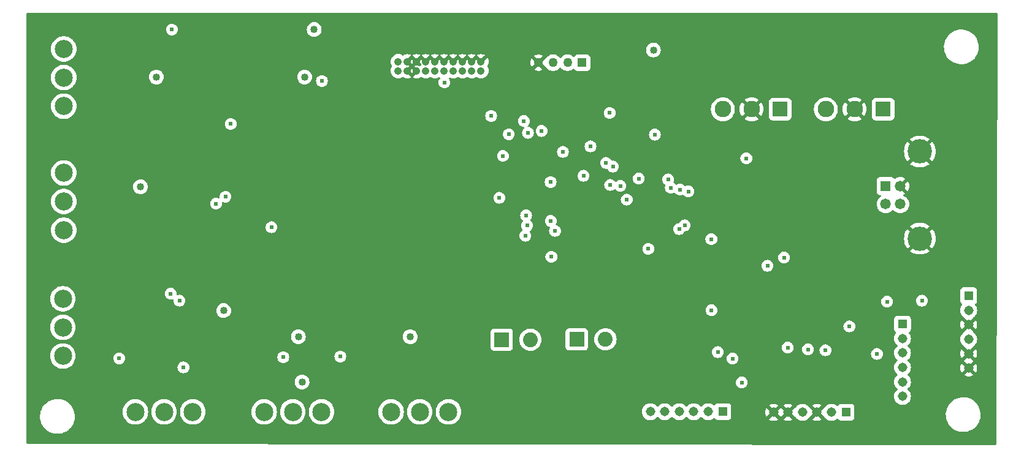
<source format=gbr>
%TF.GenerationSoftware,KiCad,Pcbnew,7.0.1*%
%TF.CreationDate,2023-06-09T22:35:25-07:00*%
%TF.ProjectId,L0005-Valve-Controller,4c303030-352d-4566-916c-76652d436f6e,1.0*%
%TF.SameCoordinates,Original*%
%TF.FileFunction,Copper,L2,Inr*%
%TF.FilePolarity,Positive*%
%FSLAX46Y46*%
G04 Gerber Fmt 4.6, Leading zero omitted, Abs format (unit mm)*
G04 Created by KiCad (PCBNEW 7.0.1) date 2023-06-09 22:35:25*
%MOMM*%
%LPD*%
G01*
G04 APERTURE LIST*
%TA.AperFunction,ComponentPad*%
%ADD10C,1.066800*%
%TD*%
%TA.AperFunction,ComponentPad*%
%ADD11C,2.500000*%
%TD*%
%TA.AperFunction,ComponentPad*%
%ADD12R,1.308000X1.308000*%
%TD*%
%TA.AperFunction,ComponentPad*%
%ADD13C,1.308000*%
%TD*%
%TA.AperFunction,ComponentPad*%
%ADD14R,2.050000X2.050000*%
%TD*%
%TA.AperFunction,ComponentPad*%
%ADD15C,2.286000*%
%TD*%
%TA.AperFunction,ComponentPad*%
%ADD16C,2.050000*%
%TD*%
%TA.AperFunction,ComponentPad*%
%ADD17R,1.258000X1.258000*%
%TD*%
%TA.AperFunction,ComponentPad*%
%ADD18C,1.258000*%
%TD*%
%TA.AperFunction,ComponentPad*%
%ADD19R,1.478000X1.478000*%
%TD*%
%TA.AperFunction,ComponentPad*%
%ADD20C,1.478000*%
%TD*%
%TA.AperFunction,ComponentPad*%
%ADD21C,3.366000*%
%TD*%
%TA.AperFunction,ViaPad*%
%ADD22C,0.607060*%
%TD*%
%TA.AperFunction,ViaPad*%
%ADD23C,1.016000*%
%TD*%
G04 APERTURE END LIST*
D10*
%TO.N,3.3V*%
%TO.C,P1*%
X108280200Y-75398250D03*
X108280200Y-74128250D03*
%TO.N,Earth*%
X109550200Y-75398250D03*
X109550200Y-74128250D03*
X110820200Y-75398250D03*
X110820200Y-74128250D03*
%TO.N,SWDIO*%
X112090200Y-75398250D03*
%TO.N,Earth*%
X112090200Y-74128250D03*
%TO.N,SWCLK*%
X113360200Y-75398250D03*
%TO.N,Earth*%
X113360200Y-74128250D03*
%TO.N,unconnected-(P1-Pad11)*%
X114630200Y-75398250D03*
%TO.N,Earth*%
X114630200Y-74128250D03*
%TO.N,SWO*%
X115900200Y-75398250D03*
%TO.N,Earth*%
X115900200Y-74128250D03*
%TO.N,NRST*%
X117170200Y-75398250D03*
%TO.N,Earth*%
X117170200Y-74128250D03*
%TO.N,unconnected-(P1-Pad17)*%
X118440200Y-75398250D03*
%TO.N,Earth*%
X118440200Y-74128250D03*
%TO.N,unconnected-(P1-Pad19)*%
X119710200Y-75398250D03*
%TO.N,Earth*%
X119710200Y-74128250D03*
%TD*%
D11*
%TO.N,Net-(C16-Pad2)*%
%TO.C,P3*%
X115212000Y-122555000D03*
%TO.N,AC_HOT*%
X111252000Y-122555000D03*
%TO.N,unconnected-(P3-Pad3)*%
X107292000Y-122555000D03*
%TD*%
%TO.N,Net-(C17-Pad2)*%
%TO.C,P4*%
X97686000Y-122557000D03*
%TO.N,AC_HOT*%
X93726000Y-122557000D03*
%TO.N,unconnected-(P4-Pad3)*%
X89766000Y-122557000D03*
%TD*%
%TO.N,Net-(C18-Pad2)*%
%TO.C,P5*%
X79906000Y-122555000D03*
%TO.N,AC_HOT*%
X75946000Y-122555000D03*
%TO.N,unconnected-(P5-Pad3)*%
X71986000Y-122555000D03*
%TD*%
%TO.N,Net-(C19-Pad2)*%
%TO.C,P6*%
X61974000Y-114831000D03*
%TO.N,AC_HOT*%
X61974000Y-110871000D03*
%TO.N,unconnected-(P6-Pad3)*%
X61974000Y-106911000D03*
%TD*%
%TO.N,Net-(C21-Pad2)*%
%TO.C,P8*%
X62101000Y-80287000D03*
%TO.N,AC_HOT*%
X62101000Y-76327000D03*
%TO.N,unconnected-(P8-Pad3)*%
X62101000Y-72367000D03*
%TD*%
%TO.N,Net-(C20-Pad2)*%
%TO.C,P7*%
X62101000Y-97432000D03*
%TO.N,AC_HOT*%
X62101000Y-93472000D03*
%TO.N,unconnected-(P7-Pad3)*%
X62101000Y-89512000D03*
%TD*%
D12*
%TO.N,5V*%
%TO.C,P13*%
X187042400Y-106507500D03*
D13*
%TO.N,Net-(P13-GND)*%
X187042400Y-108507500D03*
%TO.N,Earth*%
X187042400Y-110507500D03*
%TO.N,Net-(P13-Pad4)*%
X187042400Y-112507500D03*
%TO.N,Earth*%
X187042400Y-114507500D03*
X187042400Y-116507500D03*
%TD*%
D12*
%TO.N,5V*%
%TO.C,P12*%
X177901600Y-110417600D03*
D13*
%TO.N,SBV2_DIR-*%
X177901600Y-112417600D03*
%TO.N,5V*%
X177901600Y-114417600D03*
%TO.N,SBV2_EN-*%
X177901600Y-116417600D03*
%TO.N,5V*%
X177901600Y-118417600D03*
%TO.N,SBV2_PUL-*%
X177901600Y-120417600D03*
%TD*%
D12*
%TO.N,5V*%
%TO.C,P10*%
X153080500Y-122526400D03*
D13*
%TO.N,SBV1_DIR-*%
X151080500Y-122526400D03*
%TO.N,5V*%
X149080500Y-122526400D03*
%TO.N,SBV1_EN-*%
X147080500Y-122526400D03*
%TO.N,5V*%
X145080500Y-122526400D03*
%TO.N,SBV1_PUL-*%
X143080500Y-122526400D03*
%TD*%
D12*
%TO.N,5V*%
%TO.C,P11*%
X170098500Y-122628000D03*
D13*
%TO.N,Net-(P11-GND)*%
X168098500Y-122628000D03*
%TO.N,Earth*%
X166098500Y-122628000D03*
%TO.N,Net-(P11-Pad4)*%
X164098500Y-122628000D03*
%TO.N,Earth*%
X162098500Y-122628000D03*
X160098500Y-122628000D03*
%TD*%
D14*
%TO.N,PG1*%
%TO.C,P14*%
X175249500Y-80717500D03*
D15*
%TO.N,Earth*%
X171289500Y-80717500D03*
%TO.N,5V*%
X167329500Y-80717500D03*
%TD*%
D14*
%TO.N,Net-(F1-Pad2)*%
%TO.C,P9*%
X122564300Y-112576500D03*
D16*
%TO.N,AC_NEUTRAL*%
X126524300Y-112576500D03*
%TD*%
D17*
%TO.N,5V*%
%TO.C,P2*%
X133657600Y-74282000D03*
D18*
%TO.N,RX*%
X131657600Y-74282000D03*
%TO.N,TX*%
X129657600Y-74282000D03*
%TO.N,Earth*%
X127657600Y-74282000D03*
%TD*%
D14*
%TO.N,Net-(P16-Pad1)*%
%TO.C,P16*%
X132927500Y-112525700D03*
D16*
%TO.N,Net-(D2-Pad1)*%
X136887500Y-112525700D03*
%TD*%
D19*
%TO.N,5V*%
%TO.C,P17*%
X175588500Y-91333000D03*
D20*
%TO.N,/Power/D-*%
X175588500Y-93833000D03*
%TO.N,/Power/D+*%
X177588500Y-93833000D03*
%TO.N,Earth*%
X177588500Y-91333000D03*
D21*
X180298500Y-98603000D03*
X180298500Y-86563000D03*
%TD*%
D14*
%TO.N,PG2*%
%TO.C,P15*%
X161025500Y-80717500D03*
D15*
%TO.N,Earth*%
X157065500Y-80717500D03*
%TO.N,5V*%
X153105500Y-80717500D03*
%TD*%
D22*
%TO.N,Earth*%
X167259000Y-90297000D03*
X163957000Y-96012000D03*
X156718000Y-116840000D03*
X127508000Y-100431600D03*
X124917200Y-89408000D03*
X136271000Y-79121000D03*
X85191600Y-75184000D03*
X172212000Y-113157000D03*
X156337000Y-90170000D03*
X178869400Y-103576000D03*
X87757000Y-107061000D03*
X129859700Y-82585900D03*
X152908000Y-116840000D03*
X141491600Y-86295600D03*
X86029800Y-87249000D03*
X185547000Y-80645000D03*
X159004000Y-113030000D03*
X99441000Y-94107000D03*
X100482400Y-107188000D03*
X115417600Y-85191600D03*
X169037000Y-96647000D03*
X116420000Y-104329600D03*
X141542400Y-103516800D03*
X121564400Y-95402400D03*
X148488400Y-85394800D03*
%TO.N,NRST*%
X122224800Y-92964000D03*
X121107200Y-81635600D03*
%TO.N,3.3V*%
X151511000Y-98679000D03*
X114655600Y-77012800D03*
X151536400Y-108508800D03*
X128066800Y-83718400D03*
X129320800Y-90795600D03*
X143713200Y-84226400D03*
X129413000Y-101117400D03*
X142798800Y-100025200D03*
X156337000Y-87503000D03*
D23*
X143510000Y-72517000D03*
D22*
X125933200Y-95402400D03*
%TO.N,Net-(C16-Pad2)*%
X92405200Y-115011200D03*
D23*
X94996000Y-118414800D03*
D22*
X78079600Y-107188000D03*
%TO.N,Net-(C21-Pad2)*%
X77012800Y-69697600D03*
D23*
X96672400Y-69697600D03*
%TO.N,AC_NEUTRAL*%
X94488000Y-112166400D03*
X72694800Y-91440000D03*
X95351600Y-76250800D03*
X74879200Y-76250800D03*
X109931200Y-112166400D03*
X84175600Y-108559600D03*
D22*
%TO.N,SOL1*%
X69748400Y-115163600D03*
X123545600Y-84175600D03*
%TO.N,SOL3*%
X122732800Y-87172800D03*
X76860400Y-106222800D03*
%TO.N,Net-(K1-Pad2)*%
X78613000Y-116408200D03*
X100279200Y-114909600D03*
%TO.N,SOL5*%
X126064000Y-96795600D03*
X90779600Y-97028000D03*
%TO.N,SOL6*%
X125831600Y-98196400D03*
X83108800Y-93776800D03*
%TO.N,SOL4*%
X129336800Y-96164400D03*
X97739200Y-76809600D03*
X84429600Y-92811600D03*
X85140800Y-82753200D03*
%TO.N,SWCLK*%
X126187200Y-83972400D03*
X131013200Y-86614000D03*
%TO.N,TX*%
X137464800Y-81229200D03*
%TO.N,SWO*%
X125628400Y-82346800D03*
X134823200Y-85852000D03*
%TO.N,PG1*%
X136956800Y-88138000D03*
%TO.N,PG2*%
X137922000Y-88646000D03*
%TO.N,ENCD1_A*%
X145542000Y-90424000D03*
X167259000Y-114046000D03*
%TO.N,ENCD2_A*%
X175768000Y-107315000D03*
X148336000Y-92075000D03*
%TO.N,ENCD1_B*%
X141478000Y-90297000D03*
X164846000Y-113919000D03*
%TO.N,ENCD2_B*%
X180594000Y-107188000D03*
X147193000Y-91821000D03*
%TO.N,SBV1_DIR*%
X154432000Y-115189000D03*
X137541000Y-91186000D03*
%TO.N,SBV1_EN*%
X139827000Y-93218000D03*
X155702000Y-118491000D03*
%TO.N,SBV2_DIR*%
X170561000Y-110744000D03*
X145923000Y-91567000D03*
%TO.N,SBV2_PUL*%
X129921000Y-97536000D03*
X152400000Y-114300000D03*
%TO.N,SBV1_PUL*%
X162052000Y-113665000D03*
X133858000Y-89916000D03*
%TO.N,SBV2_EN*%
X174371000Y-114554000D03*
X138938000Y-91313000D03*
%TO.N,TX_USB*%
X161544000Y-101219000D03*
X147828000Y-96774000D03*
%TO.N,RX_USB*%
X159258000Y-102362000D03*
X147066000Y-97282000D03*
%TD*%
%TA.AperFunction,Conductor*%
%TO.N,Earth*%
G36*
X190945676Y-67390657D02*
G01*
X190991075Y-67436152D01*
X191007600Y-67498263D01*
X190881262Y-127003145D01*
X190864542Y-127065068D01*
X190819118Y-127110352D01*
X190757144Y-127126882D01*
X57083882Y-127000178D01*
X57021932Y-126983526D01*
X56976593Y-126938144D01*
X56960000Y-126876178D01*
X56960000Y-123112903D01*
X58809794Y-123112903D01*
X58819672Y-123420972D01*
X58868867Y-123725261D01*
X58956570Y-124020760D01*
X59081334Y-124302604D01*
X59081336Y-124302608D01*
X59081337Y-124302609D01*
X59241123Y-124566193D01*
X59433304Y-124807181D01*
X59654724Y-125021614D01*
X59901747Y-125205972D01*
X60170318Y-125357228D01*
X60456025Y-125472899D01*
X60754179Y-125551084D01*
X61059883Y-125590500D01*
X61290974Y-125590500D01*
X61290978Y-125590500D01*
X61340639Y-125587311D01*
X61521601Y-125575693D01*
X61824151Y-125516772D01*
X62116683Y-125419644D01*
X62394393Y-125285907D01*
X62652720Y-125117754D01*
X62669786Y-125103226D01*
X62753561Y-125031907D01*
X62887424Y-124917948D01*
X63023953Y-124767614D01*
X63094646Y-124689774D01*
X63094647Y-124689771D01*
X63094650Y-124689769D01*
X63270996Y-124436963D01*
X63413567Y-124163683D01*
X63466165Y-124020756D01*
X63520020Y-123874416D01*
X63588609Y-123573907D01*
X63588843Y-123571484D01*
X63618206Y-123267098D01*
X63608327Y-122959022D01*
X63559133Y-122654739D01*
X63529531Y-122555000D01*
X70222568Y-122555000D01*
X70242264Y-122817824D01*
X70300913Y-123074780D01*
X70397204Y-123320124D01*
X70526262Y-123543661D01*
X70528985Y-123548376D01*
X70693314Y-123754438D01*
X70693316Y-123754440D01*
X70693317Y-123754441D01*
X70886513Y-123933701D01*
X70886515Y-123933702D01*
X70886519Y-123933706D01*
X71104285Y-124082176D01*
X71341746Y-124196532D01*
X71593600Y-124274218D01*
X71807964Y-124306528D01*
X71854218Y-124313500D01*
X71854219Y-124313500D01*
X72117781Y-124313500D01*
X72117782Y-124313500D01*
X72157063Y-124307579D01*
X72378400Y-124274218D01*
X72630254Y-124196532D01*
X72867716Y-124082176D01*
X73085481Y-123933706D01*
X73278686Y-123754438D01*
X73443015Y-123548376D01*
X73574796Y-123320124D01*
X73671087Y-123074780D01*
X73729735Y-122817826D01*
X73749431Y-122555000D01*
X74182568Y-122555000D01*
X74202264Y-122817824D01*
X74260913Y-123074780D01*
X74357204Y-123320124D01*
X74486262Y-123543661D01*
X74488985Y-123548376D01*
X74653314Y-123754438D01*
X74653316Y-123754440D01*
X74653317Y-123754441D01*
X74846513Y-123933701D01*
X74846515Y-123933702D01*
X74846519Y-123933706D01*
X75064285Y-124082176D01*
X75301746Y-124196532D01*
X75553600Y-124274218D01*
X75767964Y-124306528D01*
X75814218Y-124313500D01*
X75814219Y-124313500D01*
X76077781Y-124313500D01*
X76077782Y-124313500D01*
X76117063Y-124307579D01*
X76338400Y-124274218D01*
X76590254Y-124196532D01*
X76827716Y-124082176D01*
X77045481Y-123933706D01*
X77238686Y-123754438D01*
X77403015Y-123548376D01*
X77534796Y-123320124D01*
X77631087Y-123074780D01*
X77689735Y-122817826D01*
X77709431Y-122555000D01*
X78142568Y-122555000D01*
X78162264Y-122817824D01*
X78220913Y-123074780D01*
X78317204Y-123320124D01*
X78446262Y-123543661D01*
X78448985Y-123548376D01*
X78613314Y-123754438D01*
X78613316Y-123754440D01*
X78613317Y-123754441D01*
X78806513Y-123933701D01*
X78806515Y-123933702D01*
X78806519Y-123933706D01*
X79024285Y-124082176D01*
X79261746Y-124196532D01*
X79513600Y-124274218D01*
X79727964Y-124306528D01*
X79774218Y-124313500D01*
X79774219Y-124313500D01*
X80037781Y-124313500D01*
X80037782Y-124313500D01*
X80077063Y-124307579D01*
X80298400Y-124274218D01*
X80550254Y-124196532D01*
X80787716Y-124082176D01*
X81005481Y-123933706D01*
X81198686Y-123754438D01*
X81363015Y-123548376D01*
X81494796Y-123320124D01*
X81591087Y-123074780D01*
X81649735Y-122817826D01*
X81669281Y-122556999D01*
X88002568Y-122556999D01*
X88022264Y-122819824D01*
X88080913Y-123076780D01*
X88177204Y-123322124D01*
X88308984Y-123550375D01*
X88316394Y-123559667D01*
X88473314Y-123756438D01*
X88473316Y-123756440D01*
X88473317Y-123756441D01*
X88666513Y-123935701D01*
X88666515Y-123935702D01*
X88666519Y-123935706D01*
X88884285Y-124084176D01*
X89121746Y-124198532D01*
X89373600Y-124276218D01*
X89587964Y-124308528D01*
X89634218Y-124315500D01*
X89634219Y-124315500D01*
X89897781Y-124315500D01*
X89897782Y-124315500D01*
X89937063Y-124309579D01*
X90158400Y-124276218D01*
X90410254Y-124198532D01*
X90647716Y-124084176D01*
X90865481Y-123935706D01*
X91058686Y-123756438D01*
X91223015Y-123550376D01*
X91354796Y-123322124D01*
X91451087Y-123076780D01*
X91509735Y-122819826D01*
X91529431Y-122557000D01*
X91529431Y-122556999D01*
X91962568Y-122556999D01*
X91982264Y-122819824D01*
X92040913Y-123076780D01*
X92137204Y-123322124D01*
X92268984Y-123550375D01*
X92276394Y-123559667D01*
X92433314Y-123756438D01*
X92433316Y-123756440D01*
X92433317Y-123756441D01*
X92626513Y-123935701D01*
X92626515Y-123935702D01*
X92626519Y-123935706D01*
X92844285Y-124084176D01*
X93081746Y-124198532D01*
X93333600Y-124276218D01*
X93547964Y-124308528D01*
X93594218Y-124315500D01*
X93594219Y-124315500D01*
X93857781Y-124315500D01*
X93857782Y-124315500D01*
X93897063Y-124309579D01*
X94118400Y-124276218D01*
X94370254Y-124198532D01*
X94607716Y-124084176D01*
X94825481Y-123935706D01*
X95018686Y-123756438D01*
X95183015Y-123550376D01*
X95314796Y-123322124D01*
X95411087Y-123076780D01*
X95469735Y-122819826D01*
X95489431Y-122557000D01*
X95489431Y-122556999D01*
X95922568Y-122556999D01*
X95942264Y-122819824D01*
X96000913Y-123076780D01*
X96097204Y-123322124D01*
X96228984Y-123550375D01*
X96236394Y-123559667D01*
X96393314Y-123756438D01*
X96393316Y-123756440D01*
X96393317Y-123756441D01*
X96586513Y-123935701D01*
X96586515Y-123935702D01*
X96586519Y-123935706D01*
X96804285Y-124084176D01*
X97041746Y-124198532D01*
X97293600Y-124276218D01*
X97507964Y-124308528D01*
X97554218Y-124315500D01*
X97554219Y-124315500D01*
X97817781Y-124315500D01*
X97817782Y-124315500D01*
X97857063Y-124309579D01*
X98078400Y-124276218D01*
X98330254Y-124198532D01*
X98567716Y-124084176D01*
X98785481Y-123935706D01*
X98978686Y-123756438D01*
X99143015Y-123550376D01*
X99274796Y-123322124D01*
X99371087Y-123076780D01*
X99429735Y-122819826D01*
X99449431Y-122557000D01*
X99449281Y-122555000D01*
X105528568Y-122555000D01*
X105548264Y-122817824D01*
X105606913Y-123074780D01*
X105703204Y-123320124D01*
X105832262Y-123543661D01*
X105834985Y-123548376D01*
X105999314Y-123754438D01*
X105999316Y-123754440D01*
X105999317Y-123754441D01*
X106192513Y-123933701D01*
X106192515Y-123933702D01*
X106192519Y-123933706D01*
X106410285Y-124082176D01*
X106647746Y-124196532D01*
X106899600Y-124274218D01*
X107113964Y-124306528D01*
X107160218Y-124313500D01*
X107160219Y-124313500D01*
X107423781Y-124313500D01*
X107423782Y-124313500D01*
X107463063Y-124307579D01*
X107684400Y-124274218D01*
X107936254Y-124196532D01*
X108173716Y-124082176D01*
X108391481Y-123933706D01*
X108584686Y-123754438D01*
X108749015Y-123548376D01*
X108880796Y-123320124D01*
X108977087Y-123074780D01*
X109035735Y-122817826D01*
X109055431Y-122555000D01*
X109488568Y-122555000D01*
X109508264Y-122817824D01*
X109566913Y-123074780D01*
X109663204Y-123320124D01*
X109792262Y-123543661D01*
X109794985Y-123548376D01*
X109959314Y-123754438D01*
X109959316Y-123754440D01*
X109959317Y-123754441D01*
X110152513Y-123933701D01*
X110152515Y-123933702D01*
X110152519Y-123933706D01*
X110370285Y-124082176D01*
X110607746Y-124196532D01*
X110859600Y-124274218D01*
X111073964Y-124306528D01*
X111120218Y-124313500D01*
X111120219Y-124313500D01*
X111383781Y-124313500D01*
X111383782Y-124313500D01*
X111423063Y-124307579D01*
X111644400Y-124274218D01*
X111896254Y-124196532D01*
X112133716Y-124082176D01*
X112351481Y-123933706D01*
X112544686Y-123754438D01*
X112709015Y-123548376D01*
X112840796Y-123320124D01*
X112937087Y-123074780D01*
X112995735Y-122817826D01*
X113015431Y-122555000D01*
X113448568Y-122555000D01*
X113468264Y-122817824D01*
X113526913Y-123074780D01*
X113623204Y-123320124D01*
X113752262Y-123543661D01*
X113754985Y-123548376D01*
X113919314Y-123754438D01*
X113919316Y-123754440D01*
X113919317Y-123754441D01*
X114112513Y-123933701D01*
X114112515Y-123933702D01*
X114112519Y-123933706D01*
X114330285Y-124082176D01*
X114567746Y-124196532D01*
X114819600Y-124274218D01*
X115033964Y-124306528D01*
X115080218Y-124313500D01*
X115080219Y-124313500D01*
X115343781Y-124313500D01*
X115343782Y-124313500D01*
X115383063Y-124307579D01*
X115604400Y-124274218D01*
X115856254Y-124196532D01*
X116093716Y-124082176D01*
X116311481Y-123933706D01*
X116504686Y-123754438D01*
X116669015Y-123548376D01*
X116800796Y-123320124D01*
X116897087Y-123074780D01*
X116955735Y-122817826D01*
X116975431Y-122555000D01*
X116973288Y-122526400D01*
X141913020Y-122526400D01*
X141932898Y-122740926D01*
X141991856Y-122948142D01*
X142087885Y-123140996D01*
X142217722Y-123312927D01*
X142376933Y-123458067D01*
X142376935Y-123458068D01*
X142376936Y-123458069D01*
X142560109Y-123571485D01*
X142761004Y-123649312D01*
X142972779Y-123688900D01*
X143188219Y-123688900D01*
X143188221Y-123688900D01*
X143399996Y-123649312D01*
X143600891Y-123571485D01*
X143784064Y-123458069D01*
X143943278Y-123312926D01*
X143981546Y-123262250D01*
X144025228Y-123225978D01*
X144080500Y-123212978D01*
X144135772Y-123225978D01*
X144179454Y-123262251D01*
X144217722Y-123312927D01*
X144376933Y-123458067D01*
X144376935Y-123458068D01*
X144376936Y-123458069D01*
X144560109Y-123571485D01*
X144761004Y-123649312D01*
X144972779Y-123688900D01*
X145188219Y-123688900D01*
X145188221Y-123688900D01*
X145399996Y-123649312D01*
X145600891Y-123571485D01*
X145784064Y-123458069D01*
X145943278Y-123312926D01*
X145981546Y-123262250D01*
X146025228Y-123225978D01*
X146080500Y-123212978D01*
X146135772Y-123225978D01*
X146179454Y-123262251D01*
X146217722Y-123312927D01*
X146376933Y-123458067D01*
X146376935Y-123458068D01*
X146376936Y-123458069D01*
X146560109Y-123571485D01*
X146761004Y-123649312D01*
X146972779Y-123688900D01*
X147188219Y-123688900D01*
X147188221Y-123688900D01*
X147399996Y-123649312D01*
X147600891Y-123571485D01*
X147784064Y-123458069D01*
X147943278Y-123312926D01*
X147981546Y-123262250D01*
X148025228Y-123225978D01*
X148080500Y-123212978D01*
X148135772Y-123225978D01*
X148179454Y-123262251D01*
X148217722Y-123312927D01*
X148376933Y-123458067D01*
X148376935Y-123458068D01*
X148376936Y-123458069D01*
X148560109Y-123571485D01*
X148761004Y-123649312D01*
X148972779Y-123688900D01*
X149188219Y-123688900D01*
X149188221Y-123688900D01*
X149399996Y-123649312D01*
X149600891Y-123571485D01*
X149784064Y-123458069D01*
X149943278Y-123312926D01*
X149981546Y-123262250D01*
X150025228Y-123225978D01*
X150080500Y-123212978D01*
X150135772Y-123225978D01*
X150179454Y-123262251D01*
X150217722Y-123312927D01*
X150376933Y-123458067D01*
X150376935Y-123458068D01*
X150376936Y-123458069D01*
X150560109Y-123571485D01*
X150761004Y-123649312D01*
X150972779Y-123688900D01*
X151188219Y-123688900D01*
X151188221Y-123688900D01*
X151399996Y-123649312D01*
X151600891Y-123571485D01*
X151784064Y-123458069D01*
X151810968Y-123433542D01*
X151871891Y-123403258D01*
X151939624Y-123409677D01*
X151993774Y-123450867D01*
X152056862Y-123535143D01*
X152063240Y-123543662D01*
X152180296Y-123631289D01*
X152317294Y-123682388D01*
X152317297Y-123682388D01*
X152317299Y-123682389D01*
X152377862Y-123688900D01*
X153783134Y-123688900D01*
X153783138Y-123688900D01*
X153843701Y-123682389D01*
X153843703Y-123682388D01*
X153843705Y-123682388D01*
X153932383Y-123649312D01*
X153980704Y-123631289D01*
X154020544Y-123601465D01*
X159478585Y-123601465D01*
X159581913Y-123665443D01*
X159781340Y-123742701D01*
X159991568Y-123782000D01*
X160205432Y-123782000D01*
X160415659Y-123742701D01*
X160615086Y-123665443D01*
X160718413Y-123601465D01*
X161478585Y-123601465D01*
X161581913Y-123665443D01*
X161781340Y-123742701D01*
X161991568Y-123782000D01*
X162205432Y-123782000D01*
X162415659Y-123742701D01*
X162615086Y-123665443D01*
X162718413Y-123601465D01*
X162098501Y-122981553D01*
X162098500Y-122981553D01*
X161478585Y-123601465D01*
X160718413Y-123601465D01*
X160098501Y-122981553D01*
X160098500Y-122981553D01*
X159478585Y-123601465D01*
X154020544Y-123601465D01*
X154097761Y-123543661D01*
X154185389Y-123426604D01*
X154221183Y-123330638D01*
X154236488Y-123289605D01*
X154236488Y-123289603D01*
X154236489Y-123289601D01*
X154243000Y-123229038D01*
X154243000Y-122628000D01*
X158939556Y-122628000D01*
X158959289Y-122840957D01*
X159017815Y-123046656D01*
X159113146Y-123238105D01*
X159122480Y-123250466D01*
X159744947Y-122628001D01*
X159744947Y-122628000D01*
X160452053Y-122628000D01*
X161074518Y-123250465D01*
X161089915Y-123249397D01*
X161107091Y-123249397D01*
X161122481Y-123250465D01*
X161744947Y-122628001D01*
X161744947Y-122628000D01*
X162452053Y-122628000D01*
X163084174Y-123260121D01*
X163102907Y-123263511D01*
X163150468Y-123301632D01*
X163164433Y-123320124D01*
X163235722Y-123414527D01*
X163394933Y-123559667D01*
X163394935Y-123559668D01*
X163394936Y-123559669D01*
X163578109Y-123673085D01*
X163779004Y-123750912D01*
X163990779Y-123790500D01*
X164206219Y-123790500D01*
X164206221Y-123790500D01*
X164417996Y-123750912D01*
X164618891Y-123673085D01*
X164734561Y-123601465D01*
X165478585Y-123601465D01*
X165581913Y-123665443D01*
X165781340Y-123742701D01*
X165991568Y-123782000D01*
X166205432Y-123782000D01*
X166415659Y-123742701D01*
X166615086Y-123665443D01*
X166718413Y-123601465D01*
X166098501Y-122981553D01*
X166098500Y-122981553D01*
X165478585Y-123601465D01*
X164734561Y-123601465D01*
X164802064Y-123559669D01*
X164921414Y-123450867D01*
X164961276Y-123414528D01*
X164961278Y-123414526D01*
X165046532Y-123301631D01*
X165094093Y-123263511D01*
X165112824Y-123260122D01*
X165744947Y-122628001D01*
X165744947Y-122628000D01*
X166452053Y-122628000D01*
X167084174Y-123260121D01*
X167102907Y-123263511D01*
X167150468Y-123301632D01*
X167164433Y-123320124D01*
X167235722Y-123414527D01*
X167394933Y-123559667D01*
X167394935Y-123559668D01*
X167394936Y-123559669D01*
X167578109Y-123673085D01*
X167779004Y-123750912D01*
X167990779Y-123790500D01*
X168206219Y-123790500D01*
X168206221Y-123790500D01*
X168417996Y-123750912D01*
X168618891Y-123673085D01*
X168802064Y-123559669D01*
X168828968Y-123535142D01*
X168889891Y-123504858D01*
X168957624Y-123511277D01*
X169011774Y-123552467D01*
X169062639Y-123620415D01*
X169081240Y-123645262D01*
X169198296Y-123732889D01*
X169335294Y-123783988D01*
X169335297Y-123783988D01*
X169335299Y-123783989D01*
X169395862Y-123790500D01*
X170801134Y-123790500D01*
X170801138Y-123790500D01*
X170861701Y-123783989D01*
X170861703Y-123783988D01*
X170861705Y-123783988D01*
X170950383Y-123750912D01*
X170998704Y-123732889D01*
X171115761Y-123645261D01*
X171203389Y-123528204D01*
X171243385Y-123420972D01*
X171254488Y-123391205D01*
X171254488Y-123391203D01*
X171254489Y-123391201D01*
X171261000Y-123330638D01*
X171261000Y-122858903D01*
X183879394Y-122858903D01*
X183889272Y-123166972D01*
X183938467Y-123471261D01*
X184026170Y-123766760D01*
X184150934Y-124048604D01*
X184150936Y-124048608D01*
X184150937Y-124048609D01*
X184310723Y-124312193D01*
X184502904Y-124553181D01*
X184724324Y-124767614D01*
X184971347Y-124951972D01*
X185239918Y-125103228D01*
X185525625Y-125218899D01*
X185823779Y-125297084D01*
X186129483Y-125336500D01*
X186360574Y-125336500D01*
X186360578Y-125336500D01*
X186410239Y-125333311D01*
X186591201Y-125321693D01*
X186893751Y-125262772D01*
X187186283Y-125165644D01*
X187463993Y-125031907D01*
X187722320Y-124863754D01*
X187957024Y-124663948D01*
X188163166Y-124436963D01*
X188164246Y-124435774D01*
X188164247Y-124435771D01*
X188164250Y-124435769D01*
X188340596Y-124182963D01*
X188483167Y-123909683D01*
X188527027Y-123790500D01*
X188589620Y-123620416D01*
X188635142Y-123420972D01*
X188658209Y-123319908D01*
X188687806Y-123013098D01*
X188677927Y-122705022D01*
X188628733Y-122400739D01*
X188541031Y-122105244D01*
X188528703Y-122077395D01*
X188416265Y-121823395D01*
X188410453Y-121813807D01*
X188256477Y-121559807D01*
X188064296Y-121318819D01*
X187842876Y-121104386D01*
X187829084Y-121094093D01*
X187595856Y-120920030D01*
X187595854Y-120920029D01*
X187595853Y-120920028D01*
X187327282Y-120768772D01*
X187041575Y-120653101D01*
X186807016Y-120591592D01*
X186743418Y-120574915D01*
X186490827Y-120542347D01*
X186437717Y-120535500D01*
X186206626Y-120535500D01*
X186206622Y-120535500D01*
X185975997Y-120550307D01*
X185673454Y-120609226D01*
X185604490Y-120632124D01*
X185380917Y-120706356D01*
X185380914Y-120706357D01*
X185380912Y-120706358D01*
X185103212Y-120840089D01*
X184844874Y-121008249D01*
X184610175Y-121208052D01*
X184402953Y-121436225D01*
X184226602Y-121689039D01*
X184084032Y-121962316D01*
X183977579Y-122251583D01*
X183908990Y-122552092D01*
X183879394Y-122858903D01*
X171261000Y-122858903D01*
X171261000Y-121925362D01*
X171254489Y-121864799D01*
X171254488Y-121864797D01*
X171254488Y-121864794D01*
X171203389Y-121727796D01*
X171115761Y-121610738D01*
X170998703Y-121523110D01*
X170861705Y-121472011D01*
X170831419Y-121468755D01*
X170801138Y-121465500D01*
X169395862Y-121465500D01*
X169368945Y-121468393D01*
X169335294Y-121472011D01*
X169198296Y-121523110D01*
X169081239Y-121610737D01*
X169011774Y-121703532D01*
X168957624Y-121744722D01*
X168889892Y-121751141D01*
X168828969Y-121720858D01*
X168802064Y-121696331D01*
X168802063Y-121696330D01*
X168618891Y-121582915D01*
X168592830Y-121572819D01*
X168417996Y-121505088D01*
X168206221Y-121465500D01*
X167990779Y-121465500D01*
X167779004Y-121505087D01*
X167779004Y-121505088D01*
X167578108Y-121582915D01*
X167394933Y-121696332D01*
X167235722Y-121841473D01*
X167150470Y-121954364D01*
X167102910Y-121992485D01*
X167084176Y-121995875D01*
X166452053Y-122628000D01*
X165744947Y-122628000D01*
X165112822Y-121995874D01*
X165094090Y-121992485D01*
X165046528Y-121954363D01*
X164961277Y-121841472D01*
X164802066Y-121696332D01*
X164734558Y-121654533D01*
X165478585Y-121654533D01*
X166098500Y-122274447D01*
X166098501Y-122274447D01*
X166718413Y-121654533D01*
X166718412Y-121654532D01*
X166615089Y-121590557D01*
X166415659Y-121513298D01*
X166205432Y-121474000D01*
X165991568Y-121474000D01*
X165781340Y-121513298D01*
X165581910Y-121590557D01*
X165478586Y-121654532D01*
X165478585Y-121654533D01*
X164734558Y-121654533D01*
X164618891Y-121582915D01*
X164592830Y-121572819D01*
X164417996Y-121505088D01*
X164206221Y-121465500D01*
X163990779Y-121465500D01*
X163779004Y-121505087D01*
X163779004Y-121505088D01*
X163578108Y-121582915D01*
X163394933Y-121696332D01*
X163235722Y-121841473D01*
X163150470Y-121954364D01*
X163102910Y-121992485D01*
X163084176Y-121995875D01*
X162452053Y-122628000D01*
X161744947Y-122628000D01*
X161122480Y-122005532D01*
X161107087Y-122006601D01*
X161089910Y-122006601D01*
X161074519Y-122005532D01*
X160452053Y-122628000D01*
X159744947Y-122628000D01*
X159122480Y-122005532D01*
X159113146Y-122017895D01*
X159017815Y-122209343D01*
X158959289Y-122415042D01*
X158939556Y-122628000D01*
X154243000Y-122628000D01*
X154243000Y-121823762D01*
X154236489Y-121763199D01*
X154236488Y-121763197D01*
X154236488Y-121763194D01*
X154195958Y-121654533D01*
X159478585Y-121654533D01*
X160098500Y-122274447D01*
X160098501Y-122274447D01*
X160718413Y-121654533D01*
X161478585Y-121654533D01*
X162098500Y-122274447D01*
X162098501Y-122274447D01*
X162718413Y-121654533D01*
X162718412Y-121654532D01*
X162615089Y-121590557D01*
X162415659Y-121513298D01*
X162205432Y-121474000D01*
X161991568Y-121474000D01*
X161781340Y-121513298D01*
X161581910Y-121590557D01*
X161478586Y-121654532D01*
X161478585Y-121654533D01*
X160718413Y-121654533D01*
X160718412Y-121654532D01*
X160615089Y-121590557D01*
X160415659Y-121513298D01*
X160205432Y-121474000D01*
X159991568Y-121474000D01*
X159781340Y-121513298D01*
X159581910Y-121590557D01*
X159478586Y-121654532D01*
X159478585Y-121654533D01*
X154195958Y-121654533D01*
X154185389Y-121626196D01*
X154097761Y-121509138D01*
X153980703Y-121421510D01*
X153843705Y-121370411D01*
X153813419Y-121367155D01*
X153783138Y-121363900D01*
X152377862Y-121363900D01*
X152350945Y-121366793D01*
X152317294Y-121370411D01*
X152180296Y-121421510D01*
X152063239Y-121509137D01*
X151993774Y-121601932D01*
X151939624Y-121643122D01*
X151871892Y-121649541D01*
X151810969Y-121619258D01*
X151784064Y-121594731D01*
X151784063Y-121594730D01*
X151600891Y-121481315D01*
X151582009Y-121474000D01*
X151399996Y-121403488D01*
X151188221Y-121363900D01*
X150972779Y-121363900D01*
X150761003Y-121403488D01*
X150761004Y-121403488D01*
X150560108Y-121481315D01*
X150376933Y-121594732D01*
X150217722Y-121739873D01*
X150179454Y-121790548D01*
X150135771Y-121826821D01*
X150080500Y-121839821D01*
X150025229Y-121826821D01*
X149981546Y-121790548D01*
X149943277Y-121739873D01*
X149784066Y-121594732D01*
X149600891Y-121481315D01*
X149582009Y-121474000D01*
X149399996Y-121403488D01*
X149188221Y-121363900D01*
X148972779Y-121363900D01*
X148761003Y-121403488D01*
X148761004Y-121403488D01*
X148560108Y-121481315D01*
X148376933Y-121594732D01*
X148217722Y-121739873D01*
X148179454Y-121790548D01*
X148135771Y-121826821D01*
X148080500Y-121839821D01*
X148025229Y-121826821D01*
X147981546Y-121790548D01*
X147943277Y-121739873D01*
X147784066Y-121594732D01*
X147600891Y-121481315D01*
X147582009Y-121474000D01*
X147399996Y-121403488D01*
X147188221Y-121363900D01*
X146972779Y-121363900D01*
X146761003Y-121403488D01*
X146761004Y-121403488D01*
X146560108Y-121481315D01*
X146376933Y-121594732D01*
X146217722Y-121739873D01*
X146179454Y-121790548D01*
X146135771Y-121826821D01*
X146080500Y-121839821D01*
X146025229Y-121826821D01*
X145981546Y-121790548D01*
X145943277Y-121739873D01*
X145784066Y-121594732D01*
X145600891Y-121481315D01*
X145582009Y-121474000D01*
X145399996Y-121403488D01*
X145188221Y-121363900D01*
X144972779Y-121363900D01*
X144761003Y-121403488D01*
X144761004Y-121403488D01*
X144560108Y-121481315D01*
X144376933Y-121594732D01*
X144217722Y-121739873D01*
X144179454Y-121790548D01*
X144135771Y-121826821D01*
X144080500Y-121839821D01*
X144025229Y-121826821D01*
X143981546Y-121790548D01*
X143943277Y-121739873D01*
X143784066Y-121594732D01*
X143600891Y-121481315D01*
X143582009Y-121474000D01*
X143399996Y-121403488D01*
X143188221Y-121363900D01*
X142972779Y-121363900D01*
X142761003Y-121403488D01*
X142761004Y-121403488D01*
X142560108Y-121481315D01*
X142376933Y-121594732D01*
X142217722Y-121739872D01*
X142087885Y-121911803D01*
X141991856Y-122104657D01*
X141932898Y-122311873D01*
X141913020Y-122526400D01*
X116973288Y-122526400D01*
X116955735Y-122292174D01*
X116897087Y-122035220D01*
X116800796Y-121789876D01*
X116669015Y-121561624D01*
X116504686Y-121355562D01*
X116497902Y-121349267D01*
X116311483Y-121176295D01*
X116100133Y-121032199D01*
X116093716Y-121027824D01*
X116093715Y-121027823D01*
X116093713Y-121027822D01*
X115856252Y-120913467D01*
X115604401Y-120835782D01*
X115343782Y-120796500D01*
X115343781Y-120796500D01*
X115080219Y-120796500D01*
X115080218Y-120796500D01*
X114819598Y-120835782D01*
X114567748Y-120913467D01*
X114330287Y-121027822D01*
X114112513Y-121176298D01*
X113919317Y-121355558D01*
X113754984Y-121561624D01*
X113623204Y-121789875D01*
X113526913Y-122035219D01*
X113468264Y-122292175D01*
X113448568Y-122555000D01*
X113015431Y-122555000D01*
X112995735Y-122292174D01*
X112937087Y-122035220D01*
X112840796Y-121789876D01*
X112709015Y-121561624D01*
X112544686Y-121355562D01*
X112537902Y-121349267D01*
X112351483Y-121176295D01*
X112140133Y-121032199D01*
X112133716Y-121027824D01*
X112133715Y-121027823D01*
X112133713Y-121027822D01*
X111896252Y-120913467D01*
X111644401Y-120835782D01*
X111383782Y-120796500D01*
X111383781Y-120796500D01*
X111120219Y-120796500D01*
X111120218Y-120796500D01*
X110859598Y-120835782D01*
X110607748Y-120913467D01*
X110370287Y-121027822D01*
X110152513Y-121176298D01*
X109959317Y-121355558D01*
X109794984Y-121561624D01*
X109663204Y-121789875D01*
X109566913Y-122035219D01*
X109508264Y-122292175D01*
X109488568Y-122555000D01*
X109055431Y-122555000D01*
X109035735Y-122292174D01*
X108977087Y-122035220D01*
X108880796Y-121789876D01*
X108749015Y-121561624D01*
X108584686Y-121355562D01*
X108577902Y-121349267D01*
X108391483Y-121176295D01*
X108180133Y-121032199D01*
X108173716Y-121027824D01*
X108173715Y-121027823D01*
X108173713Y-121027822D01*
X107936252Y-120913467D01*
X107684401Y-120835782D01*
X107423782Y-120796500D01*
X107423781Y-120796500D01*
X107160219Y-120796500D01*
X107160218Y-120796500D01*
X106899598Y-120835782D01*
X106647748Y-120913467D01*
X106410287Y-121027822D01*
X106192513Y-121176298D01*
X105999317Y-121355558D01*
X105834984Y-121561624D01*
X105703204Y-121789875D01*
X105606913Y-122035219D01*
X105548264Y-122292175D01*
X105528568Y-122555000D01*
X99449281Y-122555000D01*
X99429735Y-122294174D01*
X99371087Y-122037220D01*
X99274796Y-121791876D01*
X99143015Y-121563624D01*
X98978686Y-121357562D01*
X98976531Y-121355562D01*
X98785483Y-121178295D01*
X98567713Y-121029822D01*
X98330252Y-120915467D01*
X98078401Y-120837782D01*
X97817782Y-120798500D01*
X97817781Y-120798500D01*
X97554219Y-120798500D01*
X97554218Y-120798500D01*
X97293598Y-120837782D01*
X97041748Y-120915467D01*
X96804287Y-121029822D01*
X96586513Y-121178298D01*
X96393317Y-121357558D01*
X96228984Y-121563624D01*
X96097204Y-121791875D01*
X96000913Y-122037219D01*
X95942264Y-122294175D01*
X95922568Y-122556999D01*
X95489431Y-122556999D01*
X95469735Y-122294174D01*
X95411087Y-122037220D01*
X95314796Y-121791876D01*
X95183015Y-121563624D01*
X95018686Y-121357562D01*
X95016531Y-121355562D01*
X94825483Y-121178295D01*
X94607713Y-121029822D01*
X94370252Y-120915467D01*
X94118401Y-120837782D01*
X93857782Y-120798500D01*
X93857781Y-120798500D01*
X93594219Y-120798500D01*
X93594218Y-120798500D01*
X93333598Y-120837782D01*
X93081748Y-120915467D01*
X92844287Y-121029822D01*
X92626513Y-121178298D01*
X92433317Y-121357558D01*
X92268984Y-121563624D01*
X92137204Y-121791875D01*
X92040913Y-122037219D01*
X91982264Y-122294175D01*
X91962568Y-122556999D01*
X91529431Y-122556999D01*
X91509735Y-122294174D01*
X91451087Y-122037220D01*
X91354796Y-121791876D01*
X91223015Y-121563624D01*
X91058686Y-121357562D01*
X91056531Y-121355562D01*
X90865483Y-121178295D01*
X90647713Y-121029822D01*
X90410252Y-120915467D01*
X90158401Y-120837782D01*
X89897782Y-120798500D01*
X89897781Y-120798500D01*
X89634219Y-120798500D01*
X89634218Y-120798500D01*
X89373598Y-120837782D01*
X89121748Y-120915467D01*
X88884287Y-121029822D01*
X88666513Y-121178298D01*
X88473317Y-121357558D01*
X88308984Y-121563624D01*
X88177204Y-121791875D01*
X88080913Y-122037219D01*
X88022264Y-122294175D01*
X88002568Y-122556999D01*
X81669281Y-122556999D01*
X81669431Y-122555000D01*
X81649735Y-122292174D01*
X81591087Y-122035220D01*
X81494796Y-121789876D01*
X81363015Y-121561624D01*
X81198686Y-121355562D01*
X81191902Y-121349267D01*
X81005483Y-121176295D01*
X80794133Y-121032199D01*
X80787716Y-121027824D01*
X80787715Y-121027823D01*
X80787713Y-121027822D01*
X80550252Y-120913467D01*
X80298401Y-120835782D01*
X80037782Y-120796500D01*
X80037781Y-120796500D01*
X79774219Y-120796500D01*
X79774218Y-120796500D01*
X79513598Y-120835782D01*
X79261748Y-120913467D01*
X79024287Y-121027822D01*
X78806513Y-121176298D01*
X78613317Y-121355558D01*
X78448984Y-121561624D01*
X78317204Y-121789875D01*
X78220913Y-122035219D01*
X78162264Y-122292175D01*
X78142568Y-122555000D01*
X77709431Y-122555000D01*
X77689735Y-122292174D01*
X77631087Y-122035220D01*
X77534796Y-121789876D01*
X77403015Y-121561624D01*
X77238686Y-121355562D01*
X77231902Y-121349267D01*
X77045483Y-121176295D01*
X76834133Y-121032199D01*
X76827716Y-121027824D01*
X76827715Y-121027823D01*
X76827713Y-121027822D01*
X76590252Y-120913467D01*
X76338401Y-120835782D01*
X76077782Y-120796500D01*
X76077781Y-120796500D01*
X75814219Y-120796500D01*
X75814218Y-120796500D01*
X75553598Y-120835782D01*
X75301748Y-120913467D01*
X75064287Y-121027822D01*
X74846513Y-121176298D01*
X74653317Y-121355558D01*
X74488984Y-121561624D01*
X74357204Y-121789875D01*
X74260913Y-122035219D01*
X74202264Y-122292175D01*
X74182568Y-122555000D01*
X73749431Y-122555000D01*
X73729735Y-122292174D01*
X73671087Y-122035220D01*
X73574796Y-121789876D01*
X73443015Y-121561624D01*
X73278686Y-121355562D01*
X73271902Y-121349267D01*
X73085483Y-121176295D01*
X72874133Y-121032199D01*
X72867716Y-121027824D01*
X72867715Y-121027823D01*
X72867713Y-121027822D01*
X72630252Y-120913467D01*
X72378401Y-120835782D01*
X72117782Y-120796500D01*
X72117781Y-120796500D01*
X71854219Y-120796500D01*
X71854218Y-120796500D01*
X71593598Y-120835782D01*
X71341748Y-120913467D01*
X71104287Y-121027822D01*
X70886513Y-121176298D01*
X70693317Y-121355558D01*
X70528984Y-121561624D01*
X70397204Y-121789875D01*
X70300913Y-122035219D01*
X70242264Y-122292175D01*
X70222568Y-122555000D01*
X63529531Y-122555000D01*
X63471431Y-122359244D01*
X63442627Y-122294175D01*
X63346665Y-122077395D01*
X63322311Y-122037220D01*
X63186877Y-121813807D01*
X62994696Y-121572819D01*
X62900210Y-121481315D01*
X62773275Y-121358385D01*
X62526256Y-121174030D01*
X62526254Y-121174029D01*
X62526253Y-121174028D01*
X62257682Y-121022772D01*
X61971975Y-120907101D01*
X61707631Y-120837782D01*
X61673818Y-120828915D01*
X61421227Y-120796347D01*
X61368117Y-120789500D01*
X61137026Y-120789500D01*
X61137022Y-120789500D01*
X60906397Y-120804307D01*
X60603854Y-120863226D01*
X60471711Y-120907101D01*
X60311317Y-120960356D01*
X60311314Y-120960357D01*
X60311312Y-120960358D01*
X60033612Y-121094089D01*
X59775274Y-121262249D01*
X59540575Y-121462052D01*
X59333353Y-121690225D01*
X59157002Y-121943039D01*
X59014432Y-122216316D01*
X58907979Y-122505583D01*
X58839390Y-122806092D01*
X58809794Y-123112903D01*
X56960000Y-123112903D01*
X56960000Y-120417599D01*
X176734120Y-120417599D01*
X176753998Y-120632126D01*
X176812956Y-120839342D01*
X176908985Y-121032196D01*
X177038822Y-121204127D01*
X177198033Y-121349267D01*
X177198035Y-121349268D01*
X177198036Y-121349269D01*
X177381209Y-121462685D01*
X177582104Y-121540512D01*
X177793879Y-121580100D01*
X178009319Y-121580100D01*
X178009321Y-121580100D01*
X178221096Y-121540512D01*
X178421991Y-121462685D01*
X178605164Y-121349269D01*
X178764378Y-121204126D01*
X178894212Y-121032199D01*
X178894212Y-121032197D01*
X178894214Y-121032196D01*
X178990243Y-120839342D01*
X179049201Y-120632126D01*
X179054502Y-120574915D01*
X179069080Y-120417600D01*
X179049201Y-120203076D01*
X179049201Y-120203073D01*
X178990243Y-119995857D01*
X178894214Y-119803003D01*
X178764377Y-119631073D01*
X178630729Y-119509237D01*
X178595001Y-119451534D01*
X178595001Y-119383666D01*
X178630729Y-119325963D01*
X178764378Y-119204126D01*
X178894212Y-119032199D01*
X178894212Y-119032197D01*
X178894214Y-119032196D01*
X178990243Y-118839342D01*
X179049201Y-118632126D01*
X179062278Y-118491000D01*
X179069080Y-118417600D01*
X179049201Y-118203076D01*
X179049201Y-118203073D01*
X178990243Y-117995857D01*
X178894214Y-117803003D01*
X178807655Y-117688382D01*
X178764378Y-117631074D01*
X178630728Y-117509236D01*
X178613224Y-117480965D01*
X186422485Y-117480965D01*
X186525813Y-117544943D01*
X186725240Y-117622201D01*
X186935468Y-117661500D01*
X187149332Y-117661500D01*
X187359559Y-117622201D01*
X187558986Y-117544943D01*
X187662313Y-117480965D01*
X187042401Y-116861053D01*
X187042400Y-116861053D01*
X186422485Y-117480965D01*
X178613224Y-117480965D01*
X178595001Y-117451534D01*
X178595001Y-117383666D01*
X178630729Y-117325963D01*
X178764378Y-117204126D01*
X178894212Y-117032199D01*
X178894212Y-117032197D01*
X178894214Y-117032196D01*
X178990243Y-116839342D01*
X179049201Y-116632126D01*
X179060749Y-116507499D01*
X185883456Y-116507499D01*
X185903189Y-116720457D01*
X185961715Y-116926156D01*
X186057046Y-117117605D01*
X186066380Y-117129966D01*
X186688847Y-116507501D01*
X187395953Y-116507501D01*
X188018418Y-117129965D01*
X188027755Y-117117602D01*
X188123084Y-116926156D01*
X188181610Y-116720457D01*
X188201343Y-116507499D01*
X188181610Y-116294542D01*
X188123084Y-116088843D01*
X188027753Y-115897393D01*
X188018419Y-115885033D01*
X187395953Y-116507500D01*
X187395953Y-116507501D01*
X186688847Y-116507501D01*
X186688847Y-116507500D01*
X186066380Y-115885032D01*
X186057046Y-115897395D01*
X185961715Y-116088843D01*
X185903189Y-116294542D01*
X185883456Y-116507499D01*
X179060749Y-116507499D01*
X179069080Y-116417600D01*
X179051359Y-116226363D01*
X179049201Y-116203073D01*
X178990243Y-115995857D01*
X178894214Y-115803003D01*
X178775531Y-115645843D01*
X178764378Y-115631074D01*
X178657929Y-115534033D01*
X186422485Y-115534033D01*
X187042400Y-116153947D01*
X187042401Y-116153947D01*
X187662312Y-115534034D01*
X187660892Y-115521788D01*
X187660892Y-115493207D01*
X187662312Y-115480965D01*
X187042401Y-114861053D01*
X187042400Y-114861053D01*
X186422485Y-115480966D01*
X186423906Y-115493209D01*
X186423906Y-115521786D01*
X186422485Y-115534033D01*
X178657929Y-115534033D01*
X178630728Y-115509236D01*
X178595001Y-115451534D01*
X178595001Y-115383666D01*
X178630729Y-115325963D01*
X178669912Y-115290243D01*
X178764378Y-115204126D01*
X178894212Y-115032199D01*
X178894212Y-115032197D01*
X178894214Y-115032196D01*
X178990243Y-114839342D01*
X179049201Y-114632126D01*
X179056080Y-114557886D01*
X179060749Y-114507500D01*
X185883456Y-114507500D01*
X185903189Y-114720457D01*
X185961715Y-114926156D01*
X186057046Y-115117605D01*
X186066380Y-115129966D01*
X186688847Y-114507501D01*
X187395953Y-114507501D01*
X188018418Y-115129965D01*
X188027755Y-115117602D01*
X188123084Y-114926156D01*
X188181610Y-114720457D01*
X188201343Y-114507500D01*
X188181610Y-114294542D01*
X188123084Y-114088843D01*
X188027753Y-113897393D01*
X188018419Y-113885033D01*
X187395953Y-114507500D01*
X187395953Y-114507501D01*
X186688847Y-114507501D01*
X186688847Y-114507500D01*
X186066380Y-113885032D01*
X186057046Y-113897395D01*
X185961715Y-114088843D01*
X185903189Y-114294542D01*
X185883456Y-114507500D01*
X179060749Y-114507500D01*
X179069080Y-114417600D01*
X179053863Y-114253385D01*
X179049201Y-114203073D01*
X178990243Y-113995857D01*
X178894214Y-113803003D01*
X178789394Y-113664200D01*
X178764378Y-113631074D01*
X178630728Y-113509236D01*
X178595001Y-113451534D01*
X178595001Y-113383666D01*
X178630729Y-113325963D01*
X178764378Y-113204126D01*
X178894212Y-113032199D01*
X178894212Y-113032197D01*
X178894214Y-113032196D01*
X178990243Y-112839342D01*
X179049201Y-112632126D01*
X179054355Y-112576500D01*
X179060749Y-112507500D01*
X185874920Y-112507500D01*
X185894798Y-112722026D01*
X185953756Y-112929242D01*
X186049785Y-113122096D01*
X186179622Y-113294027D01*
X186338833Y-113439167D01*
X186338835Y-113439168D01*
X186338836Y-113439169D01*
X186360173Y-113452380D01*
X186406525Y-113503819D01*
X186409425Y-113520973D01*
X187042400Y-114153947D01*
X187042401Y-114153947D01*
X187675371Y-113520974D01*
X187678272Y-113503820D01*
X187724624Y-113452381D01*
X187745964Y-113439169D01*
X187905178Y-113294026D01*
X188035012Y-113122099D01*
X188035012Y-113122097D01*
X188035014Y-113122096D01*
X188131043Y-112929242D01*
X188190001Y-112722026D01*
X188198331Y-112632126D01*
X188209880Y-112507500D01*
X188190001Y-112292976D01*
X188190001Y-112292973D01*
X188131043Y-112085757D01*
X188035014Y-111892903D01*
X187905177Y-111720972D01*
X187745964Y-111575830D01*
X187724624Y-111562617D01*
X187678271Y-111511175D01*
X187675371Y-111494023D01*
X187042401Y-110861053D01*
X187042400Y-110861053D01*
X186409426Y-111494024D01*
X186406526Y-111511179D01*
X186360175Y-111562617D01*
X186338837Y-111575829D01*
X186179622Y-111720972D01*
X186049785Y-111892903D01*
X185953756Y-112085757D01*
X185894798Y-112292973D01*
X185874920Y-112507500D01*
X179060749Y-112507500D01*
X179069080Y-112417600D01*
X179049201Y-112203076D01*
X179049201Y-112203073D01*
X178990243Y-111995857D01*
X178894214Y-111803003D01*
X178800550Y-111678973D01*
X178776423Y-111619312D01*
X178785448Y-111555593D01*
X178825193Y-111504980D01*
X178918861Y-111434861D01*
X179006489Y-111317804D01*
X179041949Y-111222733D01*
X179057588Y-111180805D01*
X179057588Y-111180803D01*
X179057589Y-111180801D01*
X179064100Y-111120238D01*
X179064100Y-110507499D01*
X185883456Y-110507499D01*
X185903189Y-110720457D01*
X185961715Y-110926156D01*
X186057046Y-111117605D01*
X186066380Y-111129966D01*
X186688847Y-110507501D01*
X187395953Y-110507501D01*
X188018418Y-111129965D01*
X188027755Y-111117602D01*
X188123084Y-110926156D01*
X188181610Y-110720457D01*
X188201343Y-110507499D01*
X188181610Y-110294542D01*
X188123084Y-110088843D01*
X188027753Y-109897393D01*
X188018419Y-109885033D01*
X187395953Y-110507500D01*
X187395953Y-110507501D01*
X186688847Y-110507501D01*
X186688847Y-110507500D01*
X186066380Y-109885032D01*
X186057046Y-109897395D01*
X185961715Y-110088843D01*
X185903189Y-110294542D01*
X185883456Y-110507499D01*
X179064100Y-110507499D01*
X179064100Y-109714962D01*
X179057589Y-109654399D01*
X179057588Y-109654397D01*
X179057588Y-109654394D01*
X179006489Y-109517396D01*
X178918861Y-109400338D01*
X178801803Y-109312710D01*
X178664805Y-109261611D01*
X178634519Y-109258355D01*
X178604238Y-109255100D01*
X177198962Y-109255100D01*
X177172045Y-109257993D01*
X177138394Y-109261611D01*
X177001396Y-109312710D01*
X176884338Y-109400338D01*
X176796710Y-109517396D01*
X176745611Y-109654394D01*
X176739100Y-109714966D01*
X176739100Y-111120234D01*
X176745611Y-111180805D01*
X176796710Y-111317803D01*
X176884338Y-111434861D01*
X176978005Y-111504979D01*
X177017751Y-111555593D01*
X177026776Y-111619312D01*
X177002649Y-111678972D01*
X176908987Y-111803000D01*
X176812956Y-111995857D01*
X176753998Y-112203073D01*
X176734120Y-112417600D01*
X176753998Y-112632126D01*
X176812956Y-112839342D01*
X176908985Y-113032196D01*
X177038822Y-113204127D01*
X177172470Y-113325963D01*
X177208198Y-113383666D01*
X177208198Y-113451534D01*
X177172470Y-113509237D01*
X177038822Y-113631072D01*
X176908985Y-113803003D01*
X176812956Y-113995857D01*
X176753998Y-114203073D01*
X176734120Y-114417599D01*
X176753998Y-114632126D01*
X176812956Y-114839342D01*
X176908985Y-115032196D01*
X177038822Y-115204127D01*
X177172470Y-115325963D01*
X177208198Y-115383666D01*
X177208198Y-115451534D01*
X177172470Y-115509237D01*
X177038822Y-115631072D01*
X176908985Y-115803003D01*
X176812956Y-115995857D01*
X176753998Y-116203073D01*
X176734120Y-116417599D01*
X176753998Y-116632126D01*
X176812956Y-116839342D01*
X176908985Y-117032196D01*
X176993751Y-117144443D01*
X177038822Y-117204126D01*
X177172470Y-117325963D01*
X177208198Y-117383664D01*
X177208199Y-117451533D01*
X177172471Y-117509236D01*
X177038820Y-117631075D01*
X176908985Y-117803003D01*
X176812956Y-117995857D01*
X176753998Y-118203073D01*
X176734120Y-118417599D01*
X176753998Y-118632126D01*
X176812956Y-118839342D01*
X176908985Y-119032196D01*
X177038822Y-119204127D01*
X177172470Y-119325963D01*
X177208198Y-119383666D01*
X177208198Y-119451534D01*
X177172470Y-119509237D01*
X177038822Y-119631072D01*
X176908985Y-119803003D01*
X176812956Y-119995857D01*
X176753998Y-120203073D01*
X176734120Y-120417599D01*
X56960000Y-120417599D01*
X56960000Y-118414800D01*
X93974582Y-118414800D01*
X93994208Y-118614070D01*
X94052332Y-118805680D01*
X94140626Y-118970865D01*
X94146722Y-118982269D01*
X94161682Y-119000498D01*
X94273747Y-119137052D01*
X94351139Y-119200564D01*
X94428531Y-119264078D01*
X94511017Y-119308168D01*
X94605119Y-119358467D01*
X94688189Y-119383666D01*
X94796731Y-119416592D01*
X94996000Y-119436218D01*
X95195269Y-119416592D01*
X95386880Y-119358467D01*
X95563469Y-119264078D01*
X95718252Y-119137052D01*
X95845278Y-118982269D01*
X95939667Y-118805680D01*
X95997792Y-118614069D01*
X96009913Y-118491000D01*
X154884831Y-118491000D01*
X154905319Y-118672833D01*
X154905319Y-118672835D01*
X154905320Y-118672837D01*
X154965757Y-118845556D01*
X154965758Y-118845557D01*
X155063113Y-119000498D01*
X155192501Y-119129886D01*
X155192503Y-119129887D01*
X155192504Y-119129888D01*
X155347444Y-119227243D01*
X155520163Y-119287680D01*
X155656540Y-119303046D01*
X155701999Y-119308168D01*
X155701999Y-119308167D01*
X155702000Y-119308168D01*
X155883837Y-119287680D01*
X156056556Y-119227243D01*
X156211496Y-119129888D01*
X156340888Y-119000496D01*
X156438243Y-118845556D01*
X156498680Y-118672837D01*
X156519168Y-118491000D01*
X156498680Y-118309163D01*
X156438243Y-118136444D01*
X156340888Y-117981504D01*
X156340887Y-117981503D01*
X156340886Y-117981501D01*
X156211498Y-117852113D01*
X156133336Y-117803001D01*
X156056556Y-117754757D01*
X155883837Y-117694320D01*
X155883835Y-117694319D01*
X155883833Y-117694319D01*
X155702000Y-117673831D01*
X155520166Y-117694319D01*
X155520163Y-117694319D01*
X155520163Y-117694320D01*
X155347444Y-117754757D01*
X155347442Y-117754757D01*
X155347442Y-117754758D01*
X155192501Y-117852113D01*
X155063113Y-117981501D01*
X155036460Y-118023920D01*
X154965757Y-118136444D01*
X154938084Y-118215529D01*
X154905319Y-118309166D01*
X154884831Y-118491000D01*
X96009913Y-118491000D01*
X96017418Y-118414800D01*
X95997792Y-118215531D01*
X95939667Y-118023920D01*
X95939667Y-118023919D01*
X95847834Y-117852113D01*
X95845278Y-117847331D01*
X95769305Y-117754757D01*
X95718252Y-117692547D01*
X95623948Y-117615155D01*
X95563469Y-117565522D01*
X95552065Y-117559426D01*
X95386880Y-117471132D01*
X95195270Y-117413008D01*
X94996000Y-117393382D01*
X94796729Y-117413008D01*
X94605119Y-117471132D01*
X94428532Y-117565521D01*
X94273747Y-117692547D01*
X94146721Y-117847332D01*
X94052332Y-118023919D01*
X93994208Y-118215529D01*
X93974582Y-118414800D01*
X56960000Y-118414800D01*
X56960000Y-114831000D01*
X60210568Y-114831000D01*
X60230264Y-115093824D01*
X60288913Y-115350780D01*
X60385204Y-115596124D01*
X60516984Y-115824375D01*
X60558067Y-115875891D01*
X60681314Y-116030438D01*
X60681316Y-116030440D01*
X60681317Y-116030441D01*
X60874513Y-116209701D01*
X60874515Y-116209702D01*
X60874519Y-116209706D01*
X61092285Y-116358176D01*
X61329746Y-116472532D01*
X61581600Y-116550218D01*
X61795964Y-116582528D01*
X61842218Y-116589500D01*
X61842219Y-116589500D01*
X62105781Y-116589500D01*
X62105782Y-116589500D01*
X62145063Y-116583579D01*
X62366400Y-116550218D01*
X62618254Y-116472532D01*
X62751842Y-116408199D01*
X77795831Y-116408199D01*
X77816319Y-116590033D01*
X77816319Y-116590035D01*
X77816320Y-116590037D01*
X77876757Y-116762756D01*
X77876758Y-116762757D01*
X77974113Y-116917698D01*
X78103501Y-117047086D01*
X78103503Y-117047087D01*
X78103504Y-117047088D01*
X78258444Y-117144443D01*
X78431163Y-117204880D01*
X78613000Y-117225368D01*
X78794837Y-117204880D01*
X78967556Y-117144443D01*
X79122496Y-117047088D01*
X79251888Y-116917696D01*
X79349243Y-116762756D01*
X79409680Y-116590037D01*
X79430168Y-116408200D01*
X79409680Y-116226363D01*
X79349243Y-116053644D01*
X79251888Y-115898704D01*
X79251887Y-115898703D01*
X79251886Y-115898701D01*
X79122498Y-115769313D01*
X79009796Y-115698498D01*
X78967556Y-115671957D01*
X78794837Y-115611520D01*
X78794835Y-115611519D01*
X78794833Y-115611519D01*
X78612999Y-115591031D01*
X78431166Y-115611519D01*
X78431163Y-115611519D01*
X78431163Y-115611520D01*
X78258444Y-115671957D01*
X78258442Y-115671957D01*
X78258442Y-115671958D01*
X78103501Y-115769313D01*
X77974113Y-115898701D01*
X77913066Y-115995858D01*
X77876757Y-116053644D01*
X77822150Y-116209701D01*
X77816319Y-116226366D01*
X77795831Y-116408199D01*
X62751842Y-116408199D01*
X62855716Y-116358176D01*
X63073481Y-116209706D01*
X63266686Y-116030438D01*
X63431015Y-115824376D01*
X63562796Y-115596124D01*
X63659087Y-115350780D01*
X63701810Y-115163600D01*
X68931231Y-115163600D01*
X68951719Y-115345433D01*
X68951719Y-115345435D01*
X68951720Y-115345437D01*
X69012157Y-115518156D01*
X69031215Y-115548486D01*
X69109513Y-115673098D01*
X69238901Y-115802486D01*
X69238903Y-115802487D01*
X69238904Y-115802488D01*
X69393844Y-115899843D01*
X69566563Y-115960280D01*
X69748400Y-115980768D01*
X69930237Y-115960280D01*
X70102956Y-115899843D01*
X70257896Y-115802488D01*
X70387288Y-115673096D01*
X70484643Y-115518156D01*
X70545080Y-115345437D01*
X70565568Y-115163600D01*
X70548397Y-115011200D01*
X91588031Y-115011200D01*
X91608519Y-115193033D01*
X91608519Y-115193035D01*
X91608520Y-115193037D01*
X91668957Y-115365756D01*
X91668958Y-115365757D01*
X91766313Y-115520698D01*
X91895701Y-115650086D01*
X91895703Y-115650087D01*
X91895704Y-115650088D01*
X92050644Y-115747443D01*
X92223363Y-115807880D01*
X92405200Y-115828368D01*
X92587037Y-115807880D01*
X92759756Y-115747443D01*
X92914696Y-115650088D01*
X93044088Y-115520696D01*
X93141443Y-115365756D01*
X93201880Y-115193037D01*
X93222368Y-115011200D01*
X93210920Y-114909600D01*
X99462031Y-114909600D01*
X99482519Y-115091433D01*
X99482519Y-115091435D01*
X99482520Y-115091437D01*
X99542957Y-115264156D01*
X99597386Y-115350780D01*
X99640313Y-115419098D01*
X99769701Y-115548486D01*
X99769703Y-115548487D01*
X99769704Y-115548488D01*
X99924644Y-115645843D01*
X100097363Y-115706280D01*
X100279200Y-115726768D01*
X100461037Y-115706280D01*
X100633756Y-115645843D01*
X100788696Y-115548488D01*
X100918088Y-115419096D01*
X101015443Y-115264156D01*
X101041741Y-115189000D01*
X153614831Y-115189000D01*
X153635319Y-115370833D01*
X153635319Y-115370835D01*
X153635320Y-115370837D01*
X153695757Y-115543556D01*
X153750747Y-115631072D01*
X153793113Y-115698498D01*
X153922501Y-115827886D01*
X153922503Y-115827887D01*
X153922504Y-115827888D01*
X154077444Y-115925243D01*
X154250163Y-115985680D01*
X154432000Y-116006168D01*
X154613837Y-115985680D01*
X154786556Y-115925243D01*
X154941496Y-115827888D01*
X155070888Y-115698496D01*
X155168243Y-115543556D01*
X155228680Y-115370837D01*
X155249168Y-115189000D01*
X155228680Y-115007163D01*
X155168243Y-114834444D01*
X155070888Y-114679504D01*
X155070887Y-114679503D01*
X155070886Y-114679501D01*
X154941498Y-114550113D01*
X154833363Y-114482168D01*
X154786556Y-114452757D01*
X154613837Y-114392320D01*
X154613835Y-114392319D01*
X154613833Y-114392319D01*
X154431999Y-114371831D01*
X154250166Y-114392319D01*
X154250163Y-114392319D01*
X154250163Y-114392320D01*
X154077444Y-114452757D01*
X154077442Y-114452757D01*
X154077442Y-114452758D01*
X153922501Y-114550113D01*
X153793113Y-114679501D01*
X153697921Y-114831000D01*
X153695757Y-114834444D01*
X153644208Y-114981763D01*
X153635319Y-115007166D01*
X153614831Y-115189000D01*
X101041741Y-115189000D01*
X101075880Y-115091437D01*
X101096368Y-114909600D01*
X101075880Y-114727763D01*
X101015443Y-114555044D01*
X100918088Y-114400104D01*
X100918087Y-114400103D01*
X100918086Y-114400101D01*
X100817984Y-114299999D01*
X151582831Y-114299999D01*
X151603319Y-114481833D01*
X151603319Y-114481835D01*
X151603320Y-114481837D01*
X151663757Y-114654556D01*
X151664189Y-114655243D01*
X151761113Y-114809498D01*
X151890501Y-114938886D01*
X151890503Y-114938887D01*
X151890504Y-114938888D01*
X152045444Y-115036243D01*
X152218163Y-115096680D01*
X152400000Y-115117168D01*
X152581837Y-115096680D01*
X152754556Y-115036243D01*
X152909496Y-114938888D01*
X153038888Y-114809496D01*
X153136243Y-114654556D01*
X153196680Y-114481837D01*
X153217168Y-114300000D01*
X153214346Y-114274958D01*
X153196680Y-114118166D01*
X153196680Y-114118163D01*
X153136243Y-113945444D01*
X153038888Y-113790504D01*
X153038887Y-113790503D01*
X153038886Y-113790501D01*
X152913384Y-113664999D01*
X161234831Y-113664999D01*
X161255319Y-113846833D01*
X161255319Y-113846835D01*
X161255320Y-113846837D01*
X161315757Y-114019556D01*
X161344861Y-114065875D01*
X161413113Y-114174498D01*
X161542501Y-114303886D01*
X161542503Y-114303887D01*
X161542504Y-114303888D01*
X161697444Y-114401243D01*
X161870163Y-114461680D01*
X162052000Y-114482168D01*
X162233837Y-114461680D01*
X162406556Y-114401243D01*
X162561496Y-114303888D01*
X162690888Y-114174496D01*
X162788243Y-114019556D01*
X162823429Y-113919000D01*
X164028831Y-113919000D01*
X164049319Y-114100833D01*
X164049319Y-114100835D01*
X164049320Y-114100837D01*
X164109757Y-114273556D01*
X164126372Y-114299999D01*
X164207113Y-114428498D01*
X164336501Y-114557886D01*
X164336503Y-114557887D01*
X164336504Y-114557888D01*
X164491444Y-114655243D01*
X164664163Y-114715680D01*
X164846000Y-114736168D01*
X165027837Y-114715680D01*
X165200556Y-114655243D01*
X165355496Y-114557888D01*
X165484888Y-114428496D01*
X165582243Y-114273556D01*
X165642680Y-114100837D01*
X165648859Y-114046000D01*
X166441831Y-114046000D01*
X166462319Y-114227833D01*
X166462319Y-114227835D01*
X166462320Y-114227837D01*
X166522757Y-114400556D01*
X166539597Y-114427357D01*
X166620113Y-114555498D01*
X166749501Y-114684886D01*
X166749503Y-114684887D01*
X166749504Y-114684888D01*
X166904444Y-114782243D01*
X167077163Y-114842680D01*
X167213540Y-114858045D01*
X167258999Y-114863168D01*
X167258999Y-114863167D01*
X167259000Y-114863168D01*
X167440837Y-114842680D01*
X167613556Y-114782243D01*
X167768496Y-114684888D01*
X167897888Y-114555496D01*
X167898828Y-114554000D01*
X173553831Y-114554000D01*
X173574319Y-114735833D01*
X173574319Y-114735835D01*
X173574320Y-114735837D01*
X173634757Y-114908556D01*
X173634758Y-114908557D01*
X173732113Y-115063498D01*
X173861501Y-115192886D01*
X173861503Y-115192887D01*
X173861504Y-115192888D01*
X174016444Y-115290243D01*
X174189163Y-115350680D01*
X174371000Y-115371168D01*
X174552837Y-115350680D01*
X174725556Y-115290243D01*
X174880496Y-115192888D01*
X175009888Y-115063496D01*
X175107243Y-114908556D01*
X175167680Y-114735837D01*
X175188168Y-114554000D01*
X175167680Y-114372163D01*
X175107243Y-114199444D01*
X175009888Y-114044504D01*
X175009887Y-114044503D01*
X175009886Y-114044501D01*
X174880498Y-113915113D01*
X174799411Y-113864163D01*
X174725556Y-113817757D01*
X174552837Y-113757320D01*
X174552835Y-113757319D01*
X174552833Y-113757319D01*
X174371000Y-113736831D01*
X174189166Y-113757319D01*
X174189163Y-113757319D01*
X174189163Y-113757320D01*
X174016444Y-113817757D01*
X174016442Y-113817757D01*
X174016442Y-113817758D01*
X173861501Y-113915113D01*
X173732113Y-114044501D01*
X173634758Y-114199442D01*
X173634757Y-114199444D01*
X173595645Y-114311219D01*
X173574319Y-114372166D01*
X173553831Y-114554000D01*
X167898828Y-114554000D01*
X167995243Y-114400556D01*
X168055680Y-114227837D01*
X168076168Y-114046000D01*
X168055680Y-113864163D01*
X167995243Y-113691444D01*
X167897888Y-113536504D01*
X167897887Y-113536503D01*
X167897886Y-113536501D01*
X167768498Y-113407113D01*
X167676439Y-113349269D01*
X167613556Y-113309757D01*
X167440837Y-113249320D01*
X167440835Y-113249319D01*
X167440833Y-113249319D01*
X167259000Y-113228831D01*
X167077166Y-113249319D01*
X167077163Y-113249319D01*
X167077163Y-113249320D01*
X166904444Y-113309757D01*
X166904442Y-113309757D01*
X166904442Y-113309758D01*
X166749501Y-113407113D01*
X166620113Y-113536501D01*
X166536231Y-113670000D01*
X166522757Y-113691444D01*
X166485855Y-113796903D01*
X166462319Y-113864166D01*
X166441831Y-114046000D01*
X165648859Y-114046000D01*
X165663168Y-113919000D01*
X165642680Y-113737163D01*
X165582243Y-113564444D01*
X165484888Y-113409504D01*
X165484887Y-113409503D01*
X165484886Y-113409501D01*
X165355498Y-113280113D01*
X165273884Y-113228832D01*
X165200556Y-113182757D01*
X165027837Y-113122320D01*
X165027835Y-113122319D01*
X165027833Y-113122319D01*
X164846000Y-113101831D01*
X164664166Y-113122319D01*
X164664163Y-113122319D01*
X164664163Y-113122320D01*
X164491444Y-113182757D01*
X164491442Y-113182757D01*
X164491442Y-113182758D01*
X164336501Y-113280113D01*
X164207113Y-113409501D01*
X164110188Y-113563758D01*
X164109757Y-113564444D01*
X164058578Y-113710705D01*
X164049319Y-113737166D01*
X164028831Y-113919000D01*
X162823429Y-113919000D01*
X162848680Y-113846837D01*
X162869168Y-113665000D01*
X162868593Y-113659901D01*
X162848680Y-113483166D01*
X162848680Y-113483163D01*
X162788243Y-113310444D01*
X162690888Y-113155504D01*
X162690887Y-113155503D01*
X162690886Y-113155501D01*
X162561498Y-113026113D01*
X162498203Y-112986342D01*
X162406556Y-112928757D01*
X162233837Y-112868320D01*
X162233835Y-112868319D01*
X162233833Y-112868319D01*
X162051999Y-112847831D01*
X161870166Y-112868319D01*
X161870163Y-112868319D01*
X161870163Y-112868320D01*
X161697444Y-112928757D01*
X161697442Y-112928757D01*
X161697442Y-112928758D01*
X161542501Y-113026113D01*
X161413113Y-113155501D01*
X161316188Y-113309758D01*
X161315757Y-113310444D01*
X161256198Y-113480654D01*
X161255319Y-113483166D01*
X161234831Y-113664999D01*
X152913384Y-113664999D01*
X152909498Y-113661113D01*
X152811183Y-113599338D01*
X152754556Y-113563757D01*
X152581837Y-113503320D01*
X152581835Y-113503319D01*
X152581833Y-113503319D01*
X152399999Y-113482831D01*
X152218166Y-113503319D01*
X152218163Y-113503319D01*
X152218163Y-113503320D01*
X152045444Y-113563757D01*
X152045442Y-113563757D01*
X152045442Y-113563758D01*
X151890501Y-113661113D01*
X151761113Y-113790501D01*
X151663758Y-113945442D01*
X151663757Y-113945444D01*
X151628571Y-114046000D01*
X151603319Y-114118166D01*
X151582831Y-114299999D01*
X100817984Y-114299999D01*
X100788698Y-114270713D01*
X100699265Y-114214519D01*
X100633756Y-114173357D01*
X100461037Y-114112920D01*
X100461035Y-114112919D01*
X100461033Y-114112919D01*
X100279199Y-114092431D01*
X100097366Y-114112919D01*
X100097363Y-114112919D01*
X100097363Y-114112920D01*
X99924644Y-114173357D01*
X99924642Y-114173357D01*
X99924642Y-114173358D01*
X99769701Y-114270713D01*
X99640313Y-114400101D01*
X99562015Y-114524713D01*
X99542957Y-114555044D01*
X99482520Y-114727763D01*
X99482519Y-114727766D01*
X99462031Y-114909600D01*
X93210920Y-114909600D01*
X93201880Y-114829363D01*
X93141443Y-114656644D01*
X93044088Y-114501704D01*
X93044087Y-114501703D01*
X93044086Y-114501701D01*
X92914698Y-114372313D01*
X92817467Y-114311219D01*
X92759756Y-114274957D01*
X92587037Y-114214520D01*
X92587035Y-114214519D01*
X92587033Y-114214519D01*
X92405200Y-114194031D01*
X92223366Y-114214519D01*
X92223363Y-114214519D01*
X92223363Y-114214520D01*
X92050644Y-114274957D01*
X92050642Y-114274957D01*
X92050642Y-114274958D01*
X91895701Y-114372313D01*
X91766313Y-114501701D01*
X91669837Y-114655243D01*
X91668957Y-114656644D01*
X91625009Y-114782241D01*
X91608519Y-114829366D01*
X91588031Y-115011200D01*
X70548397Y-115011200D01*
X70545080Y-114981763D01*
X70484643Y-114809044D01*
X70387288Y-114654104D01*
X70387287Y-114654103D01*
X70387286Y-114654101D01*
X70257898Y-114524713D01*
X70157581Y-114461680D01*
X70102956Y-114427357D01*
X69930237Y-114366920D01*
X69930235Y-114366919D01*
X69930233Y-114366919D01*
X69748400Y-114346431D01*
X69566566Y-114366919D01*
X69566563Y-114366919D01*
X69566563Y-114366920D01*
X69393844Y-114427357D01*
X69393842Y-114427357D01*
X69393842Y-114427358D01*
X69238901Y-114524713D01*
X69109513Y-114654101D01*
X69028998Y-114782241D01*
X69012157Y-114809044D01*
X68993958Y-114861053D01*
X68951719Y-114981766D01*
X68931231Y-115163600D01*
X63701810Y-115163600D01*
X63717735Y-115093826D01*
X63737431Y-114831000D01*
X63735785Y-114809042D01*
X63724174Y-114654101D01*
X63717735Y-114568174D01*
X63659087Y-114311220D01*
X63562796Y-114065876D01*
X63431015Y-113837624D01*
X63281497Y-113650134D01*
X121030800Y-113650134D01*
X121037311Y-113710705D01*
X121088410Y-113847703D01*
X121176038Y-113964761D01*
X121293096Y-114052389D01*
X121430094Y-114103488D01*
X121430097Y-114103488D01*
X121430099Y-114103489D01*
X121490662Y-114110000D01*
X123637934Y-114110000D01*
X123637938Y-114110000D01*
X123698501Y-114103489D01*
X123698503Y-114103488D01*
X123698505Y-114103488D01*
X123799347Y-114065875D01*
X123835504Y-114052389D01*
X123952561Y-113964761D01*
X124040189Y-113847704D01*
X124091289Y-113710701D01*
X124097800Y-113650138D01*
X124097800Y-112576499D01*
X124986058Y-112576499D01*
X125004996Y-112817135D01*
X125061344Y-113051843D01*
X125118351Y-113189467D01*
X125153716Y-113274847D01*
X125279836Y-113480656D01*
X125436599Y-113664201D01*
X125620144Y-113820964D01*
X125825953Y-113947084D01*
X125990706Y-114015326D01*
X126048956Y-114039455D01*
X126104076Y-114052688D01*
X126283666Y-114095804D01*
X126524300Y-114114742D01*
X126764934Y-114095804D01*
X126999643Y-114039455D01*
X127222647Y-113947084D01*
X127428456Y-113820964D01*
X127612001Y-113664201D01*
X127667403Y-113599334D01*
X131394000Y-113599334D01*
X131400511Y-113659905D01*
X131451610Y-113796903D01*
X131539238Y-113913961D01*
X131656296Y-114001589D01*
X131793294Y-114052688D01*
X131793297Y-114052688D01*
X131793299Y-114052689D01*
X131853862Y-114059200D01*
X134001134Y-114059200D01*
X134001138Y-114059200D01*
X134061701Y-114052689D01*
X134061703Y-114052688D01*
X134061705Y-114052688D01*
X134150533Y-114019556D01*
X134198704Y-114001589D01*
X134315761Y-113913961D01*
X134403389Y-113796904D01*
X134435540Y-113710705D01*
X134454488Y-113659905D01*
X134454488Y-113659903D01*
X134454489Y-113659901D01*
X134461000Y-113599338D01*
X134461000Y-112525700D01*
X135349258Y-112525700D01*
X135368196Y-112766335D01*
X135424544Y-113001043D01*
X135466293Y-113101832D01*
X135516916Y-113224047D01*
X135643036Y-113429856D01*
X135799799Y-113613401D01*
X135983344Y-113770164D01*
X136189153Y-113896284D01*
X136353906Y-113964526D01*
X136412156Y-113988655D01*
X136486306Y-114006456D01*
X136646866Y-114045004D01*
X136887500Y-114063942D01*
X137128134Y-114045004D01*
X137362843Y-113988655D01*
X137585847Y-113896284D01*
X137791656Y-113770164D01*
X137975201Y-113613401D01*
X138131964Y-113429856D01*
X138258084Y-113224047D01*
X138350455Y-113001043D01*
X138406804Y-112766334D01*
X138425742Y-112525700D01*
X138406804Y-112285066D01*
X138350455Y-112050357D01*
X138258084Y-111827353D01*
X138131964Y-111621544D01*
X137975201Y-111437999D01*
X137791656Y-111281236D01*
X137585847Y-111155116D01*
X137495280Y-111117602D01*
X137362843Y-111062744D01*
X137128135Y-111006396D01*
X136887500Y-110987458D01*
X136646864Y-111006396D01*
X136412156Y-111062744D01*
X136189151Y-111155117D01*
X135983345Y-111281235D01*
X135799799Y-111437999D01*
X135643035Y-111621545D01*
X135516917Y-111827351D01*
X135424544Y-112050356D01*
X135368196Y-112285064D01*
X135349258Y-112525700D01*
X134461000Y-112525700D01*
X134461000Y-111452062D01*
X134454489Y-111391499D01*
X134454488Y-111391497D01*
X134454488Y-111391494D01*
X134403389Y-111254496D01*
X134315761Y-111137438D01*
X134198703Y-111049810D01*
X134061705Y-110998711D01*
X134031419Y-110995455D01*
X134001138Y-110992200D01*
X131853862Y-110992200D01*
X131826945Y-110995093D01*
X131793294Y-110998711D01*
X131656296Y-111049810D01*
X131539238Y-111137438D01*
X131451610Y-111254496D01*
X131400511Y-111391494D01*
X131394000Y-111452066D01*
X131394000Y-113599334D01*
X127667403Y-113599334D01*
X127768764Y-113480656D01*
X127894884Y-113274847D01*
X127987255Y-113051843D01*
X128043604Y-112817134D01*
X128062542Y-112576500D01*
X128043604Y-112335866D01*
X127987255Y-112101157D01*
X127894884Y-111878153D01*
X127768764Y-111672344D01*
X127612001Y-111488799D01*
X127428456Y-111332036D01*
X127222647Y-111205916D01*
X127140270Y-111171794D01*
X126999643Y-111113544D01*
X126764935Y-111057196D01*
X126524300Y-111038258D01*
X126283664Y-111057196D01*
X126048956Y-111113544D01*
X125825951Y-111205917D01*
X125620145Y-111332035D01*
X125436599Y-111488799D01*
X125279835Y-111672345D01*
X125153717Y-111878151D01*
X125061344Y-112101156D01*
X125004996Y-112335864D01*
X124986058Y-112576499D01*
X124097800Y-112576499D01*
X124097800Y-111502862D01*
X124091289Y-111442299D01*
X124091288Y-111442297D01*
X124091288Y-111442294D01*
X124040189Y-111305296D01*
X123952561Y-111188238D01*
X123835503Y-111100610D01*
X123698505Y-111049511D01*
X123668219Y-111046255D01*
X123637938Y-111043000D01*
X121490662Y-111043000D01*
X121463745Y-111045893D01*
X121430094Y-111049511D01*
X121293096Y-111100610D01*
X121176038Y-111188238D01*
X121088410Y-111305296D01*
X121037311Y-111442294D01*
X121037112Y-111444147D01*
X121031751Y-111494023D01*
X121030800Y-111502866D01*
X121030800Y-113650134D01*
X63281497Y-113650134D01*
X63266686Y-113631562D01*
X63231957Y-113599338D01*
X63073483Y-113452295D01*
X62855713Y-113303822D01*
X62618252Y-113189467D01*
X62366401Y-113111782D01*
X62105782Y-113072500D01*
X62105781Y-113072500D01*
X61842219Y-113072500D01*
X61842218Y-113072500D01*
X61581598Y-113111782D01*
X61329748Y-113189467D01*
X61092287Y-113303822D01*
X60874513Y-113452298D01*
X60681317Y-113631558D01*
X60516984Y-113837624D01*
X60385204Y-114065875D01*
X60288913Y-114311219D01*
X60230264Y-114568175D01*
X60210568Y-114831000D01*
X56960000Y-114831000D01*
X56960000Y-110870999D01*
X60210568Y-110870999D01*
X60230264Y-111133824D01*
X60288913Y-111390780D01*
X60385204Y-111636124D01*
X60516984Y-111864375D01*
X60558067Y-111915891D01*
X60681314Y-112070438D01*
X60681316Y-112070440D01*
X60681317Y-112070441D01*
X60874513Y-112249701D01*
X60874515Y-112249702D01*
X60874519Y-112249706D01*
X61092285Y-112398176D01*
X61329746Y-112512532D01*
X61581600Y-112590218D01*
X61795964Y-112622528D01*
X61842218Y-112629500D01*
X61842219Y-112629500D01*
X62105781Y-112629500D01*
X62105782Y-112629500D01*
X62145064Y-112623579D01*
X62366400Y-112590218D01*
X62618254Y-112512532D01*
X62855716Y-112398176D01*
X63073481Y-112249706D01*
X63163264Y-112166400D01*
X93466582Y-112166400D01*
X93486208Y-112365670D01*
X93544332Y-112557280D01*
X93584339Y-112632126D01*
X93638722Y-112733869D01*
X93665365Y-112766334D01*
X93765747Y-112888652D01*
X93815207Y-112929242D01*
X93920531Y-113015678D01*
X93951440Y-113032199D01*
X94097119Y-113110067D01*
X94137509Y-113122319D01*
X94288731Y-113168192D01*
X94488000Y-113187818D01*
X94687269Y-113168192D01*
X94878880Y-113110067D01*
X95055469Y-113015678D01*
X95210252Y-112888652D01*
X95337278Y-112733869D01*
X95431667Y-112557280D01*
X95489792Y-112365669D01*
X95509418Y-112166400D01*
X108909782Y-112166400D01*
X108929408Y-112365670D01*
X108987532Y-112557280D01*
X109027539Y-112632126D01*
X109081922Y-112733869D01*
X109108565Y-112766334D01*
X109208947Y-112888652D01*
X109258407Y-112929242D01*
X109363731Y-113015678D01*
X109394640Y-113032199D01*
X109540319Y-113110067D01*
X109580709Y-113122319D01*
X109731931Y-113168192D01*
X109931200Y-113187818D01*
X110130469Y-113168192D01*
X110322080Y-113110067D01*
X110498669Y-113015678D01*
X110653452Y-112888652D01*
X110780478Y-112733869D01*
X110874867Y-112557280D01*
X110932992Y-112365669D01*
X110952618Y-112166400D01*
X110932992Y-111967131D01*
X110900176Y-111858953D01*
X110874867Y-111775519D01*
X110800358Y-111636124D01*
X110780478Y-111598931D01*
X110716965Y-111521539D01*
X110653452Y-111444147D01*
X110559148Y-111366755D01*
X110498669Y-111317122D01*
X110476544Y-111305296D01*
X110322080Y-111222732D01*
X110130470Y-111164608D01*
X109931200Y-111144982D01*
X109731929Y-111164608D01*
X109540319Y-111222732D01*
X109363732Y-111317121D01*
X109208947Y-111444147D01*
X109081921Y-111598932D01*
X108987532Y-111775519D01*
X108929408Y-111967129D01*
X108909782Y-112166400D01*
X95509418Y-112166400D01*
X95489792Y-111967131D01*
X95456976Y-111858953D01*
X95431667Y-111775519D01*
X95357158Y-111636124D01*
X95337278Y-111598931D01*
X95273765Y-111521539D01*
X95210252Y-111444147D01*
X95115948Y-111366755D01*
X95055469Y-111317122D01*
X95033344Y-111305296D01*
X94878880Y-111222732D01*
X94687270Y-111164608D01*
X94488000Y-111144982D01*
X94288729Y-111164608D01*
X94097119Y-111222732D01*
X93920532Y-111317121D01*
X93765747Y-111444147D01*
X93638721Y-111598932D01*
X93544332Y-111775519D01*
X93486208Y-111967129D01*
X93466582Y-112166400D01*
X63163264Y-112166400D01*
X63266686Y-112070438D01*
X63431015Y-111864376D01*
X63562796Y-111636124D01*
X63659087Y-111390780D01*
X63717735Y-111133826D01*
X63737431Y-110871000D01*
X63727914Y-110743999D01*
X169743831Y-110743999D01*
X169764319Y-110925833D01*
X169764319Y-110925835D01*
X169764320Y-110925837D01*
X169824757Y-111098556D01*
X169846919Y-111133826D01*
X169922113Y-111253498D01*
X170051501Y-111382886D01*
X170051503Y-111382887D01*
X170051504Y-111382888D01*
X170206444Y-111480243D01*
X170379163Y-111540680D01*
X170511520Y-111555593D01*
X170560999Y-111561168D01*
X170560999Y-111561167D01*
X170561000Y-111561168D01*
X170742837Y-111540680D01*
X170915556Y-111480243D01*
X171070496Y-111382888D01*
X171199888Y-111253496D01*
X171297243Y-111098556D01*
X171357680Y-110925837D01*
X171378168Y-110744000D01*
X171357680Y-110562163D01*
X171297243Y-110389444D01*
X171199888Y-110234504D01*
X171199887Y-110234503D01*
X171199886Y-110234501D01*
X171070498Y-110105113D01*
X171007203Y-110065343D01*
X170915556Y-110007757D01*
X170742837Y-109947320D01*
X170742835Y-109947319D01*
X170742833Y-109947319D01*
X170561000Y-109926831D01*
X170379166Y-109947319D01*
X170379163Y-109947319D01*
X170379163Y-109947320D01*
X170206444Y-110007757D01*
X170206442Y-110007757D01*
X170206442Y-110007758D01*
X170051501Y-110105113D01*
X169922113Y-110234501D01*
X169824758Y-110389442D01*
X169824757Y-110389444D01*
X169783447Y-110507501D01*
X169764319Y-110562166D01*
X169743831Y-110743999D01*
X63727914Y-110743999D01*
X63717735Y-110608174D01*
X63659087Y-110351220D01*
X63562796Y-110105876D01*
X63431015Y-109877624D01*
X63266686Y-109671562D01*
X63169102Y-109581017D01*
X63073483Y-109492295D01*
X62855713Y-109343822D01*
X62618252Y-109229467D01*
X62366401Y-109151782D01*
X62105782Y-109112500D01*
X62105781Y-109112500D01*
X61842219Y-109112500D01*
X61842218Y-109112500D01*
X61581598Y-109151782D01*
X61329748Y-109229467D01*
X61092287Y-109343822D01*
X60874513Y-109492298D01*
X60681317Y-109671558D01*
X60516984Y-109877624D01*
X60385204Y-110105875D01*
X60288913Y-110351219D01*
X60230264Y-110608175D01*
X60210568Y-110870999D01*
X56960000Y-110870999D01*
X56960000Y-106911000D01*
X60210568Y-106911000D01*
X60230264Y-107173824D01*
X60288913Y-107430780D01*
X60385204Y-107676124D01*
X60497087Y-107869913D01*
X60516985Y-107904376D01*
X60681314Y-108110438D01*
X60681316Y-108110440D01*
X60681317Y-108110441D01*
X60874513Y-108289701D01*
X60874515Y-108289702D01*
X60874519Y-108289706D01*
X61092285Y-108438176D01*
X61329746Y-108552532D01*
X61581600Y-108630218D01*
X61795964Y-108662528D01*
X61842218Y-108669500D01*
X61842219Y-108669500D01*
X62105781Y-108669500D01*
X62105782Y-108669500D01*
X62145064Y-108663579D01*
X62366400Y-108630218D01*
X62595343Y-108559599D01*
X83154182Y-108559599D01*
X83173808Y-108758870D01*
X83231932Y-108950480D01*
X83318535Y-109112500D01*
X83326322Y-109127069D01*
X83375955Y-109187548D01*
X83453347Y-109281852D01*
X83490950Y-109312711D01*
X83608131Y-109408878D01*
X83689514Y-109452378D01*
X83784719Y-109503267D01*
X83868153Y-109528576D01*
X83976331Y-109561392D01*
X84175600Y-109581018D01*
X84374869Y-109561392D01*
X84566480Y-109503267D01*
X84743069Y-109408878D01*
X84897852Y-109281852D01*
X85024878Y-109127069D01*
X85119267Y-108950480D01*
X85177392Y-108758869D01*
X85197018Y-108559600D01*
X85192015Y-108508799D01*
X150719231Y-108508799D01*
X150739719Y-108690633D01*
X150739719Y-108690635D01*
X150739720Y-108690637D01*
X150800157Y-108863356D01*
X150857743Y-108955003D01*
X150897513Y-109018298D01*
X151026901Y-109147686D01*
X151026903Y-109147687D01*
X151026904Y-109147688D01*
X151181844Y-109245043D01*
X151354563Y-109305480D01*
X151536400Y-109325968D01*
X151718237Y-109305480D01*
X151890956Y-109245043D01*
X152045896Y-109147688D01*
X152175288Y-109018296D01*
X152272643Y-108863356D01*
X152333080Y-108690637D01*
X152353568Y-108508800D01*
X152353421Y-108507500D01*
X185874920Y-108507500D01*
X185876361Y-108523054D01*
X185894798Y-108722026D01*
X185953756Y-108929242D01*
X186049785Y-109122096D01*
X186179622Y-109294027D01*
X186338833Y-109439167D01*
X186338835Y-109439168D01*
X186338836Y-109439169D01*
X186360173Y-109452380D01*
X186406525Y-109503819D01*
X186409425Y-109520973D01*
X187042400Y-110153947D01*
X187042401Y-110153947D01*
X187675371Y-109520974D01*
X187678272Y-109503820D01*
X187724624Y-109452381D01*
X187745964Y-109439169D01*
X187905178Y-109294026D01*
X188035012Y-109122099D01*
X188035012Y-109122097D01*
X188035014Y-109122096D01*
X188131043Y-108929242D01*
X188190001Y-108722026D01*
X188198508Y-108630217D01*
X188209880Y-108507500D01*
X188193151Y-108326966D01*
X188190001Y-108292973D01*
X188131043Y-108085757D01*
X188035014Y-107892903D01*
X187941350Y-107768873D01*
X187917223Y-107709212D01*
X187926248Y-107645493D01*
X187965993Y-107594880D01*
X188059661Y-107524761D01*
X188147289Y-107407704D01*
X188198389Y-107270701D01*
X188204900Y-107210138D01*
X188204900Y-105804862D01*
X188198389Y-105744299D01*
X188198388Y-105744297D01*
X188198388Y-105744294D01*
X188147289Y-105607296D01*
X188059661Y-105490238D01*
X187942603Y-105402610D01*
X187805605Y-105351511D01*
X187775319Y-105348255D01*
X187745038Y-105345000D01*
X186339762Y-105345000D01*
X186312845Y-105347893D01*
X186279194Y-105351511D01*
X186142196Y-105402610D01*
X186025138Y-105490238D01*
X185937510Y-105607296D01*
X185886411Y-105744294D01*
X185879900Y-105804866D01*
X185879900Y-107210134D01*
X185886411Y-107270705D01*
X185937510Y-107407703D01*
X186025138Y-107524761D01*
X186118805Y-107594879D01*
X186158551Y-107645493D01*
X186167576Y-107709212D01*
X186143449Y-107768872D01*
X186049787Y-107892900D01*
X185953756Y-108085757D01*
X185894798Y-108292973D01*
X185874920Y-108507499D01*
X185874920Y-108507500D01*
X152353421Y-108507500D01*
X152353421Y-108507499D01*
X152345611Y-108438176D01*
X152333080Y-108326963D01*
X152272643Y-108154244D01*
X152175288Y-107999304D01*
X152175287Y-107999303D01*
X152175286Y-107999301D01*
X152045898Y-107869913D01*
X151982603Y-107830143D01*
X151890956Y-107772557D01*
X151718237Y-107712120D01*
X151718235Y-107712119D01*
X151718233Y-107712119D01*
X151536400Y-107691631D01*
X151354566Y-107712119D01*
X151354563Y-107712119D01*
X151354563Y-107712120D01*
X151181844Y-107772557D01*
X151181842Y-107772557D01*
X151181842Y-107772558D01*
X151026901Y-107869913D01*
X150897513Y-107999301D01*
X150814028Y-108132168D01*
X150800157Y-108154244D01*
X150752757Y-108289706D01*
X150739719Y-108326966D01*
X150719231Y-108508799D01*
X85192015Y-108508799D01*
X85177392Y-108360331D01*
X85119267Y-108168720D01*
X85119267Y-108168719D01*
X85028710Y-107999301D01*
X85024878Y-107992131D01*
X84952859Y-107904375D01*
X84897852Y-107837347D01*
X84803548Y-107759955D01*
X84743069Y-107710322D01*
X84708101Y-107691631D01*
X84566480Y-107615932D01*
X84374870Y-107557808D01*
X84175600Y-107538182D01*
X83976329Y-107557808D01*
X83784719Y-107615932D01*
X83608132Y-107710321D01*
X83453347Y-107837347D01*
X83326321Y-107992132D01*
X83231932Y-108168719D01*
X83173808Y-108360329D01*
X83154182Y-108559599D01*
X62595343Y-108559599D01*
X62618254Y-108552532D01*
X62855716Y-108438176D01*
X63073481Y-108289706D01*
X63266686Y-108110438D01*
X63431015Y-107904376D01*
X63562796Y-107676124D01*
X63659087Y-107430780D01*
X63717735Y-107173826D01*
X63737431Y-106911000D01*
X63717735Y-106648174D01*
X63659087Y-106391220D01*
X63592986Y-106222799D01*
X76043231Y-106222799D01*
X76063719Y-106404633D01*
X76063719Y-106404635D01*
X76063720Y-106404637D01*
X76124157Y-106577356D01*
X76125038Y-106578758D01*
X76221513Y-106732298D01*
X76350901Y-106861686D01*
X76350903Y-106861687D01*
X76350904Y-106861688D01*
X76505844Y-106959043D01*
X76678563Y-107019480D01*
X76860400Y-107039968D01*
X77042237Y-107019480D01*
X77104967Y-106997529D01*
X77166690Y-106992323D01*
X77223232Y-107017623D01*
X77260481Y-107067117D01*
X77269140Y-107128454D01*
X77262431Y-107187999D01*
X77282919Y-107369833D01*
X77282919Y-107369835D01*
X77282920Y-107369837D01*
X77343357Y-107542556D01*
X77376234Y-107594879D01*
X77440713Y-107697498D01*
X77570101Y-107826886D01*
X77570103Y-107826887D01*
X77570104Y-107826888D01*
X77725044Y-107924243D01*
X77897763Y-107984680D01*
X78079600Y-108005168D01*
X78261437Y-107984680D01*
X78434156Y-107924243D01*
X78589096Y-107826888D01*
X78718488Y-107697496D01*
X78815843Y-107542556D01*
X78876280Y-107369837D01*
X78882459Y-107314999D01*
X174950831Y-107314999D01*
X174971319Y-107496833D01*
X174971319Y-107496835D01*
X174971320Y-107496837D01*
X175031757Y-107669556D01*
X175057371Y-107710321D01*
X175129113Y-107824498D01*
X175258501Y-107953886D01*
X175258503Y-107953887D01*
X175258504Y-107953888D01*
X175413444Y-108051243D01*
X175586163Y-108111680D01*
X175768000Y-108132168D01*
X175949837Y-108111680D01*
X176122556Y-108051243D01*
X176277496Y-107953888D01*
X176406888Y-107824496D01*
X176504243Y-107669556D01*
X176564680Y-107496837D01*
X176585168Y-107315000D01*
X176570859Y-107187999D01*
X179776831Y-107187999D01*
X179797319Y-107369833D01*
X179797319Y-107369835D01*
X179797320Y-107369837D01*
X179857757Y-107542556D01*
X179890634Y-107594879D01*
X179955113Y-107697498D01*
X180084501Y-107826886D01*
X180084503Y-107826887D01*
X180084504Y-107826888D01*
X180239444Y-107924243D01*
X180412163Y-107984680D01*
X180541929Y-107999301D01*
X180593999Y-108005168D01*
X180593999Y-108005167D01*
X180594000Y-108005168D01*
X180775837Y-107984680D01*
X180948556Y-107924243D01*
X181103496Y-107826888D01*
X181232888Y-107697496D01*
X181330243Y-107542556D01*
X181390680Y-107369837D01*
X181411168Y-107188000D01*
X181390680Y-107006163D01*
X181330243Y-106833444D01*
X181232888Y-106678504D01*
X181232887Y-106678503D01*
X181232886Y-106678501D01*
X181103498Y-106549113D01*
X181021884Y-106497832D01*
X180948556Y-106451757D01*
X180775837Y-106391320D01*
X180775835Y-106391319D01*
X180775833Y-106391319D01*
X180594000Y-106370831D01*
X180412166Y-106391319D01*
X180412163Y-106391319D01*
X180412163Y-106391320D01*
X180239444Y-106451757D01*
X180239442Y-106451757D01*
X180239442Y-106451758D01*
X180084501Y-106549113D01*
X179955113Y-106678501D01*
X179857758Y-106833442D01*
X179857757Y-106833444D01*
X179813318Y-106960444D01*
X179797319Y-107006166D01*
X179776831Y-107187999D01*
X176570859Y-107187999D01*
X176564680Y-107133163D01*
X176504243Y-106960444D01*
X176406888Y-106805504D01*
X176406887Y-106805503D01*
X176406886Y-106805501D01*
X176277498Y-106676113D01*
X176214203Y-106636342D01*
X176122556Y-106578757D01*
X175949837Y-106518320D01*
X175949835Y-106518319D01*
X175949833Y-106518319D01*
X175767999Y-106497831D01*
X175586166Y-106518319D01*
X175586163Y-106518319D01*
X175586163Y-106518320D01*
X175413444Y-106578757D01*
X175413442Y-106578757D01*
X175413442Y-106578758D01*
X175258501Y-106676113D01*
X175129113Y-106805501D01*
X175032637Y-106959043D01*
X175031757Y-106960444D01*
X174972968Y-107128454D01*
X174971319Y-107133166D01*
X174950831Y-107314999D01*
X78882459Y-107314999D01*
X78896768Y-107188000D01*
X78876280Y-107006163D01*
X78815843Y-106833444D01*
X78718488Y-106678504D01*
X78718487Y-106678503D01*
X78718486Y-106678501D01*
X78589098Y-106549113D01*
X78507484Y-106497832D01*
X78434156Y-106451757D01*
X78261437Y-106391320D01*
X78261435Y-106391319D01*
X78261433Y-106391319D01*
X78079600Y-106370831D01*
X77897765Y-106391319D01*
X77835033Y-106413270D01*
X77773307Y-106418476D01*
X77716766Y-106393175D01*
X77679518Y-106343680D01*
X77670859Y-106282343D01*
X77677568Y-106222799D01*
X77657080Y-106040966D01*
X77657080Y-106040963D01*
X77596643Y-105868244D01*
X77499288Y-105713304D01*
X77499287Y-105713303D01*
X77499286Y-105713301D01*
X77369898Y-105583913D01*
X77306603Y-105544143D01*
X77214956Y-105486557D01*
X77042237Y-105426120D01*
X77042235Y-105426119D01*
X77042233Y-105426119D01*
X76860400Y-105405631D01*
X76678566Y-105426119D01*
X76678563Y-105426119D01*
X76678563Y-105426120D01*
X76505844Y-105486557D01*
X76505842Y-105486557D01*
X76505842Y-105486558D01*
X76350901Y-105583913D01*
X76221513Y-105713301D01*
X76124158Y-105868242D01*
X76063719Y-106040966D01*
X76043231Y-106222799D01*
X63592986Y-106222799D01*
X63562796Y-106145876D01*
X63431015Y-105917624D01*
X63266686Y-105711562D01*
X63266682Y-105711558D01*
X63073483Y-105532295D01*
X62855713Y-105383822D01*
X62618252Y-105269467D01*
X62366401Y-105191782D01*
X62105782Y-105152500D01*
X62105781Y-105152500D01*
X61842219Y-105152500D01*
X61842218Y-105152500D01*
X61581598Y-105191782D01*
X61329748Y-105269467D01*
X61092287Y-105383822D01*
X60874513Y-105532298D01*
X60681317Y-105711558D01*
X60516984Y-105917624D01*
X60385204Y-106145875D01*
X60288913Y-106391219D01*
X60230264Y-106648175D01*
X60210568Y-106911000D01*
X56960000Y-106911000D01*
X56960000Y-102362000D01*
X158440831Y-102362000D01*
X158461319Y-102543833D01*
X158461319Y-102543835D01*
X158461320Y-102543837D01*
X158521757Y-102716556D01*
X158521758Y-102716557D01*
X158619113Y-102871498D01*
X158748501Y-103000886D01*
X158748503Y-103000887D01*
X158748504Y-103000888D01*
X158903444Y-103098243D01*
X159076163Y-103158680D01*
X159258000Y-103179168D01*
X159439837Y-103158680D01*
X159612556Y-103098243D01*
X159767496Y-103000888D01*
X159896888Y-102871496D01*
X159994243Y-102716556D01*
X160054680Y-102543837D01*
X160075168Y-102362000D01*
X160054680Y-102180163D01*
X159994243Y-102007444D01*
X159896888Y-101852504D01*
X159896887Y-101852503D01*
X159896886Y-101852501D01*
X159767498Y-101723113D01*
X159704203Y-101683343D01*
X159612556Y-101625757D01*
X159439837Y-101565320D01*
X159439835Y-101565319D01*
X159439833Y-101565319D01*
X159258000Y-101544831D01*
X159076166Y-101565319D01*
X159076163Y-101565319D01*
X159076163Y-101565320D01*
X158903444Y-101625757D01*
X158903442Y-101625757D01*
X158903442Y-101625758D01*
X158748501Y-101723113D01*
X158619113Y-101852501D01*
X158521758Y-102007442D01*
X158461319Y-102180166D01*
X158440831Y-102362000D01*
X56960000Y-102362000D01*
X56960000Y-101117399D01*
X128595831Y-101117399D01*
X128616319Y-101299233D01*
X128616319Y-101299235D01*
X128616320Y-101299237D01*
X128676757Y-101471956D01*
X128676758Y-101471957D01*
X128774113Y-101626898D01*
X128903501Y-101756286D01*
X128903503Y-101756287D01*
X128903504Y-101756288D01*
X129058444Y-101853643D01*
X129231163Y-101914080D01*
X129367540Y-101929446D01*
X129412999Y-101934568D01*
X129412999Y-101934567D01*
X129413000Y-101934568D01*
X129594837Y-101914080D01*
X129767556Y-101853643D01*
X129922496Y-101756288D01*
X130051888Y-101626896D01*
X130149243Y-101471956D01*
X130209680Y-101299237D01*
X130218720Y-101219000D01*
X160726831Y-101219000D01*
X160747319Y-101400833D01*
X160747319Y-101400835D01*
X160747320Y-101400837D01*
X160807757Y-101573556D01*
X160807758Y-101573557D01*
X160905113Y-101728498D01*
X161034501Y-101857886D01*
X161034503Y-101857887D01*
X161034504Y-101857888D01*
X161189444Y-101955243D01*
X161362163Y-102015680D01*
X161544000Y-102036168D01*
X161725837Y-102015680D01*
X161898556Y-101955243D01*
X162053496Y-101857888D01*
X162182888Y-101728496D01*
X162280243Y-101573556D01*
X162340680Y-101400837D01*
X162361168Y-101219000D01*
X162340680Y-101037163D01*
X162280243Y-100864444D01*
X162182888Y-100709504D01*
X162182887Y-100709503D01*
X162182886Y-100709501D01*
X162053498Y-100580113D01*
X161981217Y-100534696D01*
X161898556Y-100482757D01*
X161725837Y-100422320D01*
X161725835Y-100422319D01*
X161725833Y-100422319D01*
X161544000Y-100401831D01*
X161362166Y-100422319D01*
X161362163Y-100422319D01*
X161362163Y-100422320D01*
X161189444Y-100482757D01*
X161189442Y-100482757D01*
X161189442Y-100482758D01*
X161034501Y-100580113D01*
X160905113Y-100709501D01*
X160821628Y-100842368D01*
X160807757Y-100864444D01*
X160747320Y-101037163D01*
X160747319Y-101037166D01*
X160726831Y-101219000D01*
X130218720Y-101219000D01*
X130230168Y-101117400D01*
X130209680Y-100935563D01*
X130149243Y-100762844D01*
X130051888Y-100607904D01*
X130051887Y-100607903D01*
X130051886Y-100607901D01*
X129922498Y-100478513D01*
X129800460Y-100401832D01*
X129767556Y-100381157D01*
X129594837Y-100320720D01*
X129594835Y-100320719D01*
X129594833Y-100320719D01*
X129413000Y-100300231D01*
X129231166Y-100320719D01*
X129231163Y-100320719D01*
X129231163Y-100320720D01*
X129058444Y-100381157D01*
X129058442Y-100381157D01*
X129058442Y-100381158D01*
X128903501Y-100478513D01*
X128774113Y-100607901D01*
X128677637Y-100761443D01*
X128676757Y-100762844D01*
X128641206Y-100864442D01*
X128616319Y-100935566D01*
X128595831Y-101117399D01*
X56960000Y-101117399D01*
X56960000Y-100025199D01*
X141981631Y-100025199D01*
X142002119Y-100207033D01*
X142002119Y-100207035D01*
X142002120Y-100207037D01*
X142062557Y-100379756D01*
X142089301Y-100422319D01*
X142159913Y-100534698D01*
X142289301Y-100664086D01*
X142289303Y-100664087D01*
X142289304Y-100664088D01*
X142444244Y-100761443D01*
X142616963Y-100821880D01*
X142798800Y-100842368D01*
X142980637Y-100821880D01*
X143153356Y-100761443D01*
X143308296Y-100664088D01*
X143437688Y-100534696D01*
X143535043Y-100379756D01*
X143558279Y-100313351D01*
X178941700Y-100313351D01*
X179036664Y-100390613D01*
X179291832Y-100545784D01*
X179565744Y-100664759D01*
X179853319Y-100745335D01*
X180149179Y-100786000D01*
X180447821Y-100786000D01*
X180743680Y-100745335D01*
X181031255Y-100664759D01*
X181305167Y-100545784D01*
X181560335Y-100390613D01*
X181655298Y-100313352D01*
X181655299Y-100313352D01*
X180298500Y-98956553D01*
X178941700Y-100313351D01*
X143558279Y-100313351D01*
X143595480Y-100207037D01*
X143615968Y-100025200D01*
X143595480Y-99843363D01*
X143535043Y-99670644D01*
X143437688Y-99515704D01*
X143437687Y-99515703D01*
X143437686Y-99515701D01*
X143308298Y-99386313D01*
X143245003Y-99346543D01*
X143153356Y-99288957D01*
X142980637Y-99228520D01*
X142980635Y-99228519D01*
X142980633Y-99228519D01*
X142798800Y-99208031D01*
X142616966Y-99228519D01*
X142616963Y-99228519D01*
X142616963Y-99228520D01*
X142444244Y-99288957D01*
X142444242Y-99288957D01*
X142444242Y-99288958D01*
X142289301Y-99386313D01*
X142159913Y-99515701D01*
X142062558Y-99670642D01*
X142002119Y-99843366D01*
X141981631Y-100025199D01*
X56960000Y-100025199D01*
X56960000Y-97432000D01*
X60337568Y-97432000D01*
X60357264Y-97694824D01*
X60395383Y-97861831D01*
X60415913Y-97951780D01*
X60512204Y-98197124D01*
X60643985Y-98425376D01*
X60808314Y-98631438D01*
X60808316Y-98631440D01*
X60808317Y-98631441D01*
X61001513Y-98810701D01*
X61001515Y-98810702D01*
X61001519Y-98810706D01*
X61219285Y-98959176D01*
X61456746Y-99073532D01*
X61708600Y-99151218D01*
X61922964Y-99183528D01*
X61969218Y-99190500D01*
X61969219Y-99190500D01*
X62232781Y-99190500D01*
X62232782Y-99190500D01*
X62272063Y-99184579D01*
X62493400Y-99151218D01*
X62745254Y-99073532D01*
X62982716Y-98959176D01*
X63200481Y-98810706D01*
X63393686Y-98631438D01*
X63558015Y-98425376D01*
X63689796Y-98197124D01*
X63690080Y-98196400D01*
X125014431Y-98196400D01*
X125034919Y-98378233D01*
X125034919Y-98378235D01*
X125034920Y-98378237D01*
X125095357Y-98550956D01*
X125095358Y-98550957D01*
X125192713Y-98705898D01*
X125322101Y-98835286D01*
X125322103Y-98835287D01*
X125322104Y-98835288D01*
X125477044Y-98932643D01*
X125649763Y-98993080D01*
X125831600Y-99013568D01*
X126013437Y-98993080D01*
X126186156Y-98932643D01*
X126341096Y-98835288D01*
X126470488Y-98705896D01*
X126487388Y-98678999D01*
X150693831Y-98678999D01*
X150714319Y-98860833D01*
X150714319Y-98860835D01*
X150714320Y-98860837D01*
X150774757Y-99033556D01*
X150774758Y-99033557D01*
X150872113Y-99188498D01*
X151001501Y-99317886D01*
X151001503Y-99317887D01*
X151001504Y-99317888D01*
X151156444Y-99415243D01*
X151329163Y-99475680D01*
X151511000Y-99496168D01*
X151692837Y-99475680D01*
X151865556Y-99415243D01*
X152020496Y-99317888D01*
X152149888Y-99188496D01*
X152247243Y-99033556D01*
X152307680Y-98860837D01*
X152328168Y-98679000D01*
X152319605Y-98602999D01*
X178110398Y-98602999D01*
X178130779Y-98900950D01*
X178191538Y-99193341D01*
X178291547Y-99474738D01*
X178428945Y-99739905D01*
X178585812Y-99962134D01*
X179944946Y-98603001D01*
X180652053Y-98603001D01*
X182011186Y-99962133D01*
X182168056Y-99739902D01*
X182305452Y-99474738D01*
X182405461Y-99193341D01*
X182466220Y-98900950D01*
X182486601Y-98602999D01*
X182466220Y-98305049D01*
X182405461Y-98012658D01*
X182305452Y-97731261D01*
X182168054Y-97466094D01*
X182011187Y-97243865D01*
X180652053Y-98603000D01*
X180652053Y-98603001D01*
X179944946Y-98603001D01*
X179944947Y-98603000D01*
X178585812Y-97243864D01*
X178428945Y-97466094D01*
X178291547Y-97731261D01*
X178191538Y-98012658D01*
X178130779Y-98305049D01*
X178110398Y-98602999D01*
X152319605Y-98602999D01*
X152307680Y-98497163D01*
X152247243Y-98324444D01*
X152149888Y-98169504D01*
X152149887Y-98169503D01*
X152149886Y-98169501D01*
X152020498Y-98040113D01*
X151879916Y-97951780D01*
X151865556Y-97942757D01*
X151692837Y-97882320D01*
X151692835Y-97882319D01*
X151692833Y-97882319D01*
X151511000Y-97861831D01*
X151329166Y-97882319D01*
X151329163Y-97882319D01*
X151329163Y-97882320D01*
X151156444Y-97942757D01*
X151156442Y-97942757D01*
X151156442Y-97942758D01*
X151001501Y-98040113D01*
X150872113Y-98169501D01*
X150774758Y-98324442D01*
X150774757Y-98324444D01*
X150714320Y-98497163D01*
X150714319Y-98497166D01*
X150693831Y-98678999D01*
X126487388Y-98678999D01*
X126567843Y-98550956D01*
X126628280Y-98378237D01*
X126648768Y-98196400D01*
X126628280Y-98014563D01*
X126567843Y-97841844D01*
X126470488Y-97686904D01*
X126470487Y-97686903D01*
X126470486Y-97686901D01*
X126465171Y-97681586D01*
X126435810Y-97634859D01*
X126429632Y-97580021D01*
X126447859Y-97527932D01*
X126486876Y-97488914D01*
X126573496Y-97434488D01*
X126702888Y-97305096D01*
X126800243Y-97150156D01*
X126860680Y-96977437D01*
X126881168Y-96795600D01*
X126860680Y-96613763D01*
X126800243Y-96441044D01*
X126702888Y-96286104D01*
X126702887Y-96286103D01*
X126702886Y-96286101D01*
X126581185Y-96164400D01*
X128519631Y-96164400D01*
X128540119Y-96346233D01*
X128540119Y-96346235D01*
X128540120Y-96346237D01*
X128600557Y-96518956D01*
X128600558Y-96518957D01*
X128697913Y-96673898D01*
X128827301Y-96803286D01*
X128827303Y-96803287D01*
X128827304Y-96803288D01*
X128982244Y-96900643D01*
X129146132Y-96957989D01*
X129192855Y-96987348D01*
X129222215Y-97034075D01*
X129228394Y-97088913D01*
X129210168Y-97141001D01*
X129184759Y-97181439D01*
X129184758Y-97181442D01*
X129184757Y-97181444D01*
X129149047Y-97283498D01*
X129124319Y-97354166D01*
X129103831Y-97535999D01*
X129124319Y-97717833D01*
X129124319Y-97717835D01*
X129124320Y-97717837D01*
X129184757Y-97890556D01*
X129242342Y-97982203D01*
X129282113Y-98045498D01*
X129411501Y-98174886D01*
X129411503Y-98174887D01*
X129411504Y-98174888D01*
X129566444Y-98272243D01*
X129739163Y-98332680D01*
X129921000Y-98353168D01*
X130102837Y-98332680D01*
X130275556Y-98272243D01*
X130430496Y-98174888D01*
X130559888Y-98045496D01*
X130657243Y-97890556D01*
X130717680Y-97717837D01*
X130738168Y-97536000D01*
X130717680Y-97354163D01*
X130692429Y-97282000D01*
X146248831Y-97282000D01*
X146269319Y-97463833D01*
X146269319Y-97463835D01*
X146269320Y-97463837D01*
X146329757Y-97636556D01*
X146380827Y-97717833D01*
X146427113Y-97791498D01*
X146556501Y-97920886D01*
X146556503Y-97920887D01*
X146556504Y-97920888D01*
X146711444Y-98018243D01*
X146884163Y-98078680D01*
X147066000Y-98099168D01*
X147247837Y-98078680D01*
X147420556Y-98018243D01*
X147575496Y-97920888D01*
X147704888Y-97791496D01*
X147799203Y-97641393D01*
X147838224Y-97602373D01*
X147890313Y-97584147D01*
X148009837Y-97570680D01*
X148182556Y-97510243D01*
X148337496Y-97412888D01*
X148466888Y-97283496D01*
X148564243Y-97128556D01*
X148624680Y-96955837D01*
X148631800Y-96892647D01*
X178941699Y-96892647D01*
X180298500Y-98249447D01*
X180298501Y-98249447D01*
X181655299Y-96892647D01*
X181560330Y-96815383D01*
X181305167Y-96660215D01*
X181031255Y-96541240D01*
X180743680Y-96460664D01*
X180447821Y-96420000D01*
X180149179Y-96420000D01*
X179853319Y-96460664D01*
X179565744Y-96541240D01*
X179291832Y-96660215D01*
X179036665Y-96815386D01*
X178941699Y-96892647D01*
X148631800Y-96892647D01*
X148645168Y-96774000D01*
X148624680Y-96592163D01*
X148564243Y-96419444D01*
X148466888Y-96264504D01*
X148466887Y-96264503D01*
X148466886Y-96264501D01*
X148337498Y-96135113D01*
X148207289Y-96053298D01*
X148182556Y-96037757D01*
X148009837Y-95977320D01*
X148009835Y-95977319D01*
X148009833Y-95977319D01*
X147828000Y-95956831D01*
X147646166Y-95977319D01*
X147646163Y-95977319D01*
X147646163Y-95977320D01*
X147473444Y-96037757D01*
X147473442Y-96037757D01*
X147473442Y-96037758D01*
X147318501Y-96135113D01*
X147189112Y-96264502D01*
X147094797Y-96414604D01*
X147055775Y-96453626D01*
X147003687Y-96471852D01*
X146884167Y-96485319D01*
X146884164Y-96485319D01*
X146884163Y-96485320D01*
X146711444Y-96545757D01*
X146711442Y-96545757D01*
X146711442Y-96545758D01*
X146556501Y-96643113D01*
X146427113Y-96772501D01*
X146348815Y-96897113D01*
X146329757Y-96927444D01*
X146294571Y-97028000D01*
X146269319Y-97100166D01*
X146248831Y-97282000D01*
X130692429Y-97282000D01*
X130657243Y-97181444D01*
X130559888Y-97026504D01*
X130559887Y-97026503D01*
X130559886Y-97026501D01*
X130430498Y-96897113D01*
X130275553Y-96799755D01*
X130111670Y-96742410D01*
X130064943Y-96713050D01*
X130035583Y-96666323D01*
X130029405Y-96611484D01*
X130047630Y-96559399D01*
X130073043Y-96518956D01*
X130133480Y-96346237D01*
X130153968Y-96164400D01*
X130133480Y-95982563D01*
X130073043Y-95809844D01*
X129975688Y-95654904D01*
X129975687Y-95654903D01*
X129975686Y-95654901D01*
X129846298Y-95525513D01*
X129783003Y-95485743D01*
X129691356Y-95428157D01*
X129518637Y-95367720D01*
X129518635Y-95367719D01*
X129518633Y-95367719D01*
X129336800Y-95347231D01*
X129154966Y-95367719D01*
X129154963Y-95367719D01*
X129154963Y-95367720D01*
X128982244Y-95428157D01*
X128982242Y-95428157D01*
X128982242Y-95428158D01*
X128827301Y-95525513D01*
X128697913Y-95654901D01*
X128600558Y-95809842D01*
X128600557Y-95809844D01*
X128564847Y-95911897D01*
X128540119Y-95982566D01*
X128519631Y-96164400D01*
X126581185Y-96164400D01*
X126573497Y-96156712D01*
X126553941Y-96144424D01*
X126514920Y-96105401D01*
X126496694Y-96053313D01*
X126502874Y-95998475D01*
X126532235Y-95951749D01*
X126572087Y-95911897D01*
X126572088Y-95911896D01*
X126669443Y-95756956D01*
X126729880Y-95584237D01*
X126750368Y-95402400D01*
X126729880Y-95220563D01*
X126669443Y-95047844D01*
X126572088Y-94892904D01*
X126572087Y-94892903D01*
X126572086Y-94892901D01*
X126442698Y-94763513D01*
X126296165Y-94671441D01*
X126287756Y-94666157D01*
X126115037Y-94605720D01*
X126115035Y-94605719D01*
X126115033Y-94605719D01*
X125933200Y-94585231D01*
X125751366Y-94605719D01*
X125751363Y-94605719D01*
X125751363Y-94605720D01*
X125578644Y-94666157D01*
X125578642Y-94666157D01*
X125578642Y-94666158D01*
X125423701Y-94763513D01*
X125294313Y-94892901D01*
X125196958Y-95047842D01*
X125136519Y-95220566D01*
X125116031Y-95402399D01*
X125136519Y-95584233D01*
X125136519Y-95584235D01*
X125136520Y-95584237D01*
X125196957Y-95756956D01*
X125230189Y-95809844D01*
X125294313Y-95911898D01*
X125423703Y-96041288D01*
X125443257Y-96053575D01*
X125482278Y-96092596D01*
X125500504Y-96144684D01*
X125494326Y-96199522D01*
X125464966Y-96246248D01*
X125425113Y-96286101D01*
X125327758Y-96441042D01*
X125327757Y-96441044D01*
X125267320Y-96613763D01*
X125267319Y-96613766D01*
X125246831Y-96795599D01*
X125267319Y-96977433D01*
X125267319Y-96977435D01*
X125267320Y-96977437D01*
X125327757Y-97150156D01*
X125365257Y-97209837D01*
X125425113Y-97305098D01*
X125430428Y-97310413D01*
X125459789Y-97357139D01*
X125465967Y-97411978D01*
X125447741Y-97464066D01*
X125408719Y-97503088D01*
X125322102Y-97557512D01*
X125192713Y-97686901D01*
X125126991Y-97791498D01*
X125095357Y-97841844D01*
X125088363Y-97861832D01*
X125034919Y-98014566D01*
X125014431Y-98196400D01*
X63690080Y-98196400D01*
X63786087Y-97951780D01*
X63844735Y-97694826D01*
X63864431Y-97432000D01*
X63844735Y-97169174D01*
X63812513Y-97028000D01*
X89962431Y-97028000D01*
X89982919Y-97209833D01*
X89982919Y-97209835D01*
X89982920Y-97209837D01*
X90043357Y-97382556D01*
X90075986Y-97434485D01*
X90140713Y-97537498D01*
X90270101Y-97666886D01*
X90270103Y-97666887D01*
X90270104Y-97666888D01*
X90425044Y-97764243D01*
X90597763Y-97824680D01*
X90779600Y-97845168D01*
X90961437Y-97824680D01*
X91134156Y-97764243D01*
X91289096Y-97666888D01*
X91418488Y-97537496D01*
X91515843Y-97382556D01*
X91576280Y-97209837D01*
X91596768Y-97028000D01*
X91576280Y-96846163D01*
X91515843Y-96673444D01*
X91418488Y-96518504D01*
X91418487Y-96518503D01*
X91418486Y-96518501D01*
X91289098Y-96389113D01*
X91220854Y-96346233D01*
X91134156Y-96291757D01*
X90961437Y-96231320D01*
X90961435Y-96231319D01*
X90961433Y-96231319D01*
X90779600Y-96210831D01*
X90597766Y-96231319D01*
X90597763Y-96231319D01*
X90597763Y-96231320D01*
X90425044Y-96291757D01*
X90425042Y-96291757D01*
X90425042Y-96291758D01*
X90270101Y-96389113D01*
X90140713Y-96518501D01*
X90047484Y-96666876D01*
X90043357Y-96673444D01*
X90008171Y-96774000D01*
X89982919Y-96846166D01*
X89962431Y-97028000D01*
X63812513Y-97028000D01*
X63786087Y-96912220D01*
X63689796Y-96666876D01*
X63558015Y-96438624D01*
X63393686Y-96232562D01*
X63393682Y-96232558D01*
X63200483Y-96053295D01*
X62982713Y-95904822D01*
X62745252Y-95790467D01*
X62493401Y-95712782D01*
X62232782Y-95673500D01*
X62232781Y-95673500D01*
X61969219Y-95673500D01*
X61969218Y-95673500D01*
X61708598Y-95712782D01*
X61456748Y-95790467D01*
X61219287Y-95904822D01*
X61001513Y-96053298D01*
X60808317Y-96232558D01*
X60643984Y-96438624D01*
X60512204Y-96666875D01*
X60415913Y-96912219D01*
X60357264Y-97169175D01*
X60337568Y-97432000D01*
X56960000Y-97432000D01*
X56960000Y-93472000D01*
X60337568Y-93472000D01*
X60357264Y-93734824D01*
X60415913Y-93991780D01*
X60512204Y-94237124D01*
X60640380Y-94459133D01*
X60643985Y-94465376D01*
X60808314Y-94671438D01*
X60808316Y-94671440D01*
X60808317Y-94671441D01*
X61001513Y-94850701D01*
X61001515Y-94850702D01*
X61001519Y-94850706D01*
X61219285Y-94999176D01*
X61456746Y-95113532D01*
X61708600Y-95191218D01*
X61922964Y-95223528D01*
X61969218Y-95230500D01*
X61969219Y-95230500D01*
X62232781Y-95230500D01*
X62232782Y-95230500D01*
X62272064Y-95224579D01*
X62493400Y-95191218D01*
X62745254Y-95113532D01*
X62982716Y-94999176D01*
X63200481Y-94850706D01*
X63393686Y-94671438D01*
X63558015Y-94465376D01*
X63689796Y-94237124D01*
X63786087Y-93991780D01*
X63835155Y-93776800D01*
X82291631Y-93776800D01*
X82312119Y-93958633D01*
X82312119Y-93958635D01*
X82312120Y-93958637D01*
X82372557Y-94131356D01*
X82372558Y-94131357D01*
X82469913Y-94286298D01*
X82599301Y-94415686D01*
X82599303Y-94415687D01*
X82599304Y-94415688D01*
X82754244Y-94513043D01*
X82926963Y-94573480D01*
X83108800Y-94593968D01*
X83290637Y-94573480D01*
X83463356Y-94513043D01*
X83618296Y-94415688D01*
X83747688Y-94286296D01*
X83845043Y-94131356D01*
X83905480Y-93958637D01*
X83925968Y-93776800D01*
X83915088Y-93680245D01*
X83923748Y-93618909D01*
X83960996Y-93569414D01*
X84017538Y-93544113D01*
X84079261Y-93549318D01*
X84247763Y-93608280D01*
X84429600Y-93628768D01*
X84611437Y-93608280D01*
X84784156Y-93547843D01*
X84939096Y-93450488D01*
X85068488Y-93321096D01*
X85165843Y-93166156D01*
X85226280Y-92993437D01*
X85229597Y-92963999D01*
X121407631Y-92963999D01*
X121428119Y-93145833D01*
X121428119Y-93145835D01*
X121428120Y-93145837D01*
X121488557Y-93318556D01*
X121539627Y-93399833D01*
X121585913Y-93473498D01*
X121715301Y-93602886D01*
X121715303Y-93602887D01*
X121715304Y-93602888D01*
X121870244Y-93700243D01*
X122042963Y-93760680D01*
X122224800Y-93781168D01*
X122406637Y-93760680D01*
X122579356Y-93700243D01*
X122734296Y-93602888D01*
X122863688Y-93473496D01*
X122961043Y-93318556D01*
X122996229Y-93218000D01*
X139009831Y-93218000D01*
X139030319Y-93399833D01*
X139030319Y-93399835D01*
X139030320Y-93399837D01*
X139090757Y-93572556D01*
X139126077Y-93628768D01*
X139188113Y-93727498D01*
X139317501Y-93856886D01*
X139317503Y-93856887D01*
X139317504Y-93856888D01*
X139472444Y-93954243D01*
X139645163Y-94014680D01*
X139827000Y-94035168D01*
X140008837Y-94014680D01*
X140181556Y-93954243D01*
X140336496Y-93856888D01*
X140360384Y-93833000D01*
X174336234Y-93833000D01*
X174355259Y-94050451D01*
X174411756Y-94261301D01*
X174461473Y-94367919D01*
X174504007Y-94459133D01*
X174629209Y-94637940D01*
X174783560Y-94792291D01*
X174962367Y-94917493D01*
X175160200Y-95009744D01*
X175371046Y-95066240D01*
X175588500Y-95085265D01*
X175805954Y-95066240D01*
X176016800Y-95009744D01*
X176214633Y-94917493D01*
X176393440Y-94792291D01*
X176500818Y-94684912D01*
X176556406Y-94652818D01*
X176620594Y-94652818D01*
X176676181Y-94684912D01*
X176783560Y-94792291D01*
X176962367Y-94917493D01*
X177160200Y-95009744D01*
X177371046Y-95066240D01*
X177588500Y-95085265D01*
X177805954Y-95066240D01*
X178016800Y-95009744D01*
X178214633Y-94917493D01*
X178393440Y-94792291D01*
X178547791Y-94637940D01*
X178672993Y-94459133D01*
X178765244Y-94261300D01*
X178821740Y-94050454D01*
X178840765Y-93833000D01*
X178821740Y-93615546D01*
X178765244Y-93404700D01*
X178672993Y-93206868D01*
X178547791Y-93028060D01*
X178393440Y-92873709D01*
X178214633Y-92748507D01*
X178090649Y-92690692D01*
X178038474Y-92644936D01*
X178019055Y-92578311D01*
X178038475Y-92511686D01*
X178090650Y-92465929D01*
X178210366Y-92410104D01*
X178270172Y-92368225D01*
X177322628Y-91420681D01*
X177290534Y-91365094D01*
X177290534Y-91333000D01*
X177942053Y-91333000D01*
X178623725Y-92014672D01*
X178665604Y-91954866D01*
X178757226Y-91758383D01*
X178813338Y-91548969D01*
X178832233Y-91332999D01*
X178813338Y-91117030D01*
X178757226Y-90907616D01*
X178665603Y-90711133D01*
X178623725Y-90651325D01*
X177942053Y-91333000D01*
X177290534Y-91333000D01*
X177290534Y-91300906D01*
X177322628Y-91245319D01*
X178270173Y-90297773D01*
X178210364Y-90255895D01*
X178013883Y-90164273D01*
X177804469Y-90108161D01*
X177588500Y-90089266D01*
X177372530Y-90108161D01*
X177163116Y-90164273D01*
X176966633Y-90255896D01*
X176896390Y-90305080D01*
X176837380Y-90326911D01*
X176775251Y-90316969D01*
X176726002Y-90277815D01*
X176690761Y-90230739D01*
X176690759Y-90230737D01*
X176690758Y-90230736D01*
X176573703Y-90143110D01*
X176436705Y-90092011D01*
X176406419Y-90088755D01*
X176376138Y-90085500D01*
X174800862Y-90085500D01*
X174773945Y-90088393D01*
X174740294Y-90092011D01*
X174603296Y-90143110D01*
X174486238Y-90230738D01*
X174398610Y-90347796D01*
X174347511Y-90484794D01*
X174341000Y-90545366D01*
X174341000Y-92120634D01*
X174347511Y-92181205D01*
X174398610Y-92318203D01*
X174486238Y-92435261D01*
X174603296Y-92522889D01*
X174740294Y-92573988D01*
X174740297Y-92573988D01*
X174740299Y-92573989D01*
X174800862Y-92580500D01*
X174800866Y-92580500D01*
X174809029Y-92580500D01*
X174869145Y-92596047D01*
X174914187Y-92638790D01*
X174932859Y-92698010D01*
X174920479Y-92758858D01*
X174880152Y-92806075D01*
X174783559Y-92873709D01*
X174629209Y-93028059D01*
X174504007Y-93206867D01*
X174411756Y-93404698D01*
X174355259Y-93615548D01*
X174336234Y-93833000D01*
X140360384Y-93833000D01*
X140465888Y-93727496D01*
X140563243Y-93572556D01*
X140623680Y-93399837D01*
X140644168Y-93218000D01*
X140623680Y-93036163D01*
X140563243Y-92863444D01*
X140465888Y-92708504D01*
X140465887Y-92708503D01*
X140465886Y-92708501D01*
X140336498Y-92579113D01*
X140229188Y-92511686D01*
X140181556Y-92481757D01*
X140008837Y-92421320D01*
X140008835Y-92421319D01*
X140008833Y-92421319D01*
X139827000Y-92400831D01*
X139645166Y-92421319D01*
X139645163Y-92421319D01*
X139645163Y-92421320D01*
X139472444Y-92481757D01*
X139472442Y-92481757D01*
X139472442Y-92481758D01*
X139317501Y-92579113D01*
X139188113Y-92708501D01*
X139090758Y-92863442D01*
X139090757Y-92863444D01*
X139038361Y-93013182D01*
X139030319Y-93036166D01*
X139009831Y-93218000D01*
X122996229Y-93218000D01*
X123021480Y-93145837D01*
X123041968Y-92964000D01*
X123021480Y-92782163D01*
X122961043Y-92609444D01*
X122863688Y-92454504D01*
X122863687Y-92454503D01*
X122863686Y-92454501D01*
X122734298Y-92325113D01*
X122650661Y-92272561D01*
X122579356Y-92227757D01*
X122406637Y-92167320D01*
X122406635Y-92167319D01*
X122406633Y-92167319D01*
X122224800Y-92146831D01*
X122042966Y-92167319D01*
X122042963Y-92167319D01*
X122042963Y-92167320D01*
X121870244Y-92227757D01*
X121870242Y-92227757D01*
X121870242Y-92227758D01*
X121715301Y-92325113D01*
X121585913Y-92454501D01*
X121496975Y-92596047D01*
X121488557Y-92609444D01*
X121439897Y-92748506D01*
X121428119Y-92782166D01*
X121407631Y-92963999D01*
X85229597Y-92963999D01*
X85246768Y-92811600D01*
X85226280Y-92629763D01*
X85165843Y-92457044D01*
X85068488Y-92302104D01*
X85068487Y-92302103D01*
X85068486Y-92302101D01*
X84939098Y-92172713D01*
X84812704Y-92093295D01*
X84784156Y-92075357D01*
X84611437Y-92014920D01*
X84611435Y-92014919D01*
X84611433Y-92014919D01*
X84429600Y-91994431D01*
X84247766Y-92014919D01*
X84247763Y-92014919D01*
X84247763Y-92014920D01*
X84075044Y-92075357D01*
X84075042Y-92075357D01*
X84075042Y-92075358D01*
X83920101Y-92172713D01*
X83790713Y-92302101D01*
X83710628Y-92429557D01*
X83693357Y-92457044D01*
X83674237Y-92511686D01*
X83632919Y-92629766D01*
X83612431Y-92811600D01*
X83623310Y-92908155D01*
X83614651Y-92969491D01*
X83577403Y-93018985D01*
X83520861Y-93044286D01*
X83459136Y-93039080D01*
X83290634Y-92980119D01*
X83108800Y-92959631D01*
X82926966Y-92980119D01*
X82926963Y-92980119D01*
X82926963Y-92980120D01*
X82754244Y-93040557D01*
X82754242Y-93040557D01*
X82754242Y-93040558D01*
X82599301Y-93137913D01*
X82469913Y-93267301D01*
X82372558Y-93422242D01*
X82372557Y-93422244D01*
X82329913Y-93544113D01*
X82312119Y-93594966D01*
X82291631Y-93776800D01*
X63835155Y-93776800D01*
X63844735Y-93734826D01*
X63864431Y-93472000D01*
X63844735Y-93209174D01*
X63786087Y-92952220D01*
X63689796Y-92706876D01*
X63558015Y-92478624D01*
X63393686Y-92272562D01*
X63393682Y-92272558D01*
X63200483Y-92093295D01*
X62982713Y-91944822D01*
X62745252Y-91830467D01*
X62493401Y-91752782D01*
X62232782Y-91713500D01*
X62232781Y-91713500D01*
X61969219Y-91713500D01*
X61969218Y-91713500D01*
X61708598Y-91752782D01*
X61456748Y-91830467D01*
X61219287Y-91944822D01*
X61001513Y-92093298D01*
X60808317Y-92272558D01*
X60643984Y-92478624D01*
X60512204Y-92706875D01*
X60415913Y-92952219D01*
X60357264Y-93209175D01*
X60337568Y-93472000D01*
X56960000Y-93472000D01*
X56960000Y-91439999D01*
X71673382Y-91439999D01*
X71693008Y-91639270D01*
X71751132Y-91830880D01*
X71812036Y-91944822D01*
X71845522Y-92007469D01*
X71851637Y-92014920D01*
X71972547Y-92162252D01*
X72025719Y-92205888D01*
X72127331Y-92289278D01*
X72204444Y-92330496D01*
X72303919Y-92383667D01*
X72360505Y-92400832D01*
X72495531Y-92441792D01*
X72694800Y-92461418D01*
X72894069Y-92441792D01*
X73085680Y-92383667D01*
X73262269Y-92289278D01*
X73417052Y-92162252D01*
X73544078Y-92007469D01*
X73638467Y-91830880D01*
X73696592Y-91639269D01*
X73716218Y-91440000D01*
X73696592Y-91240731D01*
X73649278Y-91084758D01*
X73638467Y-91049119D01*
X73577942Y-90935886D01*
X73544078Y-90872531D01*
X73480943Y-90795600D01*
X128503631Y-90795600D01*
X128524119Y-90977433D01*
X128524119Y-90977435D01*
X128524120Y-90977437D01*
X128584557Y-91150156D01*
X128641468Y-91240729D01*
X128681913Y-91305098D01*
X128811301Y-91434486D01*
X128811303Y-91434487D01*
X128811304Y-91434488D01*
X128966244Y-91531843D01*
X129138963Y-91592280D01*
X129320800Y-91612768D01*
X129502637Y-91592280D01*
X129675356Y-91531843D01*
X129830296Y-91434488D01*
X129959688Y-91305096D01*
X130034521Y-91185999D01*
X136723831Y-91185999D01*
X136744319Y-91367833D01*
X136744319Y-91367835D01*
X136744320Y-91367837D01*
X136804757Y-91540556D01*
X136820431Y-91565501D01*
X136902113Y-91695498D01*
X137031501Y-91824886D01*
X137031503Y-91824887D01*
X137031504Y-91824888D01*
X137186444Y-91922243D01*
X137359163Y-91982680D01*
X137541000Y-92003168D01*
X137722837Y-91982680D01*
X137895556Y-91922243D01*
X138050496Y-91824888D01*
X138094153Y-91781230D01*
X138140875Y-91751873D01*
X138195713Y-91745694D01*
X138247802Y-91763920D01*
X138286825Y-91802942D01*
X138299112Y-91822497D01*
X138428501Y-91951886D01*
X138428503Y-91951887D01*
X138428504Y-91951888D01*
X138583444Y-92049243D01*
X138756163Y-92109680D01*
X138938000Y-92130168D01*
X139119837Y-92109680D01*
X139292556Y-92049243D01*
X139447496Y-91951888D01*
X139576888Y-91822496D01*
X139674243Y-91667556D01*
X139734680Y-91494837D01*
X139755168Y-91313000D01*
X139754999Y-91311504D01*
X139743418Y-91208715D01*
X139734680Y-91131163D01*
X139674243Y-90958444D01*
X139576888Y-90803504D01*
X139576887Y-90803503D01*
X139576886Y-90803501D01*
X139447498Y-90674113D01*
X139384203Y-90634342D01*
X139292556Y-90576757D01*
X139119837Y-90516320D01*
X139119835Y-90516319D01*
X139119833Y-90516319D01*
X138938000Y-90495831D01*
X138756166Y-90516319D01*
X138756163Y-90516319D01*
X138756163Y-90516320D01*
X138583444Y-90576757D01*
X138583442Y-90576757D01*
X138583442Y-90576758D01*
X138428501Y-90674113D01*
X138384848Y-90717766D01*
X138338122Y-90747126D01*
X138283284Y-90753304D01*
X138231196Y-90735078D01*
X138192175Y-90696057D01*
X138179888Y-90676503D01*
X138050498Y-90547113D01*
X137968884Y-90495832D01*
X137895556Y-90449757D01*
X137722837Y-90389320D01*
X137722835Y-90389319D01*
X137722833Y-90389319D01*
X137541000Y-90368831D01*
X137359166Y-90389319D01*
X137359163Y-90389319D01*
X137359163Y-90389320D01*
X137186444Y-90449757D01*
X137186442Y-90449757D01*
X137186442Y-90449758D01*
X137031501Y-90547113D01*
X136902113Y-90676501D01*
X136804758Y-90831442D01*
X136804757Y-90831444D01*
X136760318Y-90958444D01*
X136744319Y-91004166D01*
X136723831Y-91185999D01*
X130034521Y-91185999D01*
X130057043Y-91150156D01*
X130117480Y-90977437D01*
X130137968Y-90795600D01*
X130117480Y-90613763D01*
X130057043Y-90441044D01*
X129959688Y-90286104D01*
X129959687Y-90286103D01*
X129959686Y-90286101D01*
X129830298Y-90156713D01*
X129736590Y-90097833D01*
X129675356Y-90059357D01*
X129502637Y-89998920D01*
X129502635Y-89998919D01*
X129502633Y-89998919D01*
X129320800Y-89978431D01*
X129138966Y-89998919D01*
X129138963Y-89998919D01*
X129138963Y-89998920D01*
X128966244Y-90059357D01*
X128966242Y-90059357D01*
X128966242Y-90059358D01*
X128811301Y-90156713D01*
X128681913Y-90286101D01*
X128595266Y-90424000D01*
X128584557Y-90441044D01*
X128565386Y-90495831D01*
X128524119Y-90613766D01*
X128503631Y-90795600D01*
X73480943Y-90795600D01*
X73466956Y-90778557D01*
X73417052Y-90717747D01*
X73290348Y-90613766D01*
X73262269Y-90590722D01*
X73236144Y-90576758D01*
X73085680Y-90496332D01*
X72894070Y-90438208D01*
X72694800Y-90418582D01*
X72495529Y-90438208D01*
X72303919Y-90496332D01*
X72127332Y-90590721D01*
X71972547Y-90717747D01*
X71845521Y-90872532D01*
X71751132Y-91049119D01*
X71693008Y-91240729D01*
X71673382Y-91439999D01*
X56960000Y-91439999D01*
X56960000Y-89512000D01*
X60337568Y-89512000D01*
X60357264Y-89774824D01*
X60415913Y-90031780D01*
X60512204Y-90277124D01*
X60643984Y-90505375D01*
X60675873Y-90545362D01*
X60808314Y-90711438D01*
X60808316Y-90711440D01*
X60808317Y-90711441D01*
X61001513Y-90890701D01*
X61001515Y-90890702D01*
X61001519Y-90890706D01*
X61219285Y-91039176D01*
X61456746Y-91153532D01*
X61708600Y-91231218D01*
X61917038Y-91262635D01*
X61969218Y-91270500D01*
X61969219Y-91270500D01*
X62232781Y-91270500D01*
X62232782Y-91270500D01*
X62284962Y-91262635D01*
X62493400Y-91231218D01*
X62745254Y-91153532D01*
X62982716Y-91039176D01*
X63200481Y-90890706D01*
X63393686Y-90711438D01*
X63558015Y-90505376D01*
X63689796Y-90277124D01*
X63786087Y-90031780D01*
X63812513Y-89916000D01*
X133040831Y-89916000D01*
X133061319Y-90097833D01*
X133061319Y-90097835D01*
X133061320Y-90097837D01*
X133121757Y-90270556D01*
X133138373Y-90297000D01*
X133219113Y-90425498D01*
X133348501Y-90554886D01*
X133348503Y-90554887D01*
X133348504Y-90554888D01*
X133503444Y-90652243D01*
X133676163Y-90712680D01*
X133858000Y-90733168D01*
X134039837Y-90712680D01*
X134212556Y-90652243D01*
X134367496Y-90554888D01*
X134496888Y-90425496D01*
X134577627Y-90297000D01*
X140660831Y-90297000D01*
X140681319Y-90478833D01*
X140681319Y-90478835D01*
X140681320Y-90478837D01*
X140741757Y-90651556D01*
X140783348Y-90717748D01*
X140839113Y-90806498D01*
X140968501Y-90935886D01*
X140968503Y-90935887D01*
X140968504Y-90935888D01*
X141123444Y-91033243D01*
X141296163Y-91093680D01*
X141478000Y-91114168D01*
X141659837Y-91093680D01*
X141832556Y-91033243D01*
X141987496Y-90935888D01*
X142116888Y-90806496D01*
X142214243Y-90651556D01*
X142274680Y-90478837D01*
X142280859Y-90424000D01*
X144724831Y-90424000D01*
X144745319Y-90605833D01*
X144745319Y-90605835D01*
X144745320Y-90605837D01*
X144805757Y-90778556D01*
X144838989Y-90831444D01*
X144903113Y-90933498D01*
X145032502Y-91062887D01*
X145118124Y-91116687D01*
X145157146Y-91155709D01*
X145175372Y-91207797D01*
X145169194Y-91262635D01*
X145126319Y-91385165D01*
X145105831Y-91567000D01*
X145126319Y-91748833D01*
X145126319Y-91748835D01*
X145126320Y-91748837D01*
X145186757Y-91921556D01*
X145187189Y-91922243D01*
X145284113Y-92076498D01*
X145413501Y-92205886D01*
X145413503Y-92205887D01*
X145413504Y-92205888D01*
X145568444Y-92303243D01*
X145741163Y-92363680D01*
X145923000Y-92384168D01*
X146104837Y-92363680D01*
X146277556Y-92303243D01*
X146358560Y-92252344D01*
X146419894Y-92233426D01*
X146482472Y-92247708D01*
X146529524Y-92291367D01*
X146554110Y-92330495D01*
X146683501Y-92459886D01*
X146683503Y-92459887D01*
X146683504Y-92459888D01*
X146838444Y-92557243D01*
X147011163Y-92617680D01*
X147193000Y-92638168D01*
X147374837Y-92617680D01*
X147547556Y-92557243D01*
X147547558Y-92557241D01*
X147560743Y-92552628D01*
X147561491Y-92554768D01*
X147590999Y-92544435D01*
X147645849Y-92550608D01*
X147692587Y-92579972D01*
X147826501Y-92713886D01*
X147826503Y-92713887D01*
X147826504Y-92713888D01*
X147981444Y-92811243D01*
X148154163Y-92871680D01*
X148336000Y-92892168D01*
X148517837Y-92871680D01*
X148690556Y-92811243D01*
X148845496Y-92713888D01*
X148974888Y-92584496D01*
X149072243Y-92429556D01*
X149132680Y-92256837D01*
X149153168Y-92075000D01*
X149132680Y-91893163D01*
X149072243Y-91720444D01*
X148974888Y-91565504D01*
X148974887Y-91565503D01*
X148974886Y-91565501D01*
X148845498Y-91436113D01*
X148764411Y-91385163D01*
X148690556Y-91338757D01*
X148517837Y-91278320D01*
X148517835Y-91278319D01*
X148517833Y-91278319D01*
X148336000Y-91257831D01*
X148154166Y-91278319D01*
X148154163Y-91278319D01*
X148154163Y-91278320D01*
X147981444Y-91338757D01*
X147981441Y-91338758D01*
X147968257Y-91343372D01*
X147967508Y-91341233D01*
X147937970Y-91351567D01*
X147883135Y-91345386D01*
X147836412Y-91316027D01*
X147702498Y-91182113D01*
X147566455Y-91096632D01*
X147547556Y-91084757D01*
X147374837Y-91024320D01*
X147374835Y-91024319D01*
X147374833Y-91024319D01*
X147193000Y-91003831D01*
X147011166Y-91024319D01*
X147011163Y-91024319D01*
X147011163Y-91024320D01*
X146838444Y-91084757D01*
X146838442Y-91084757D01*
X146838442Y-91084758D01*
X146757440Y-91135655D01*
X146696104Y-91154574D01*
X146633526Y-91140291D01*
X146586474Y-91096632D01*
X146561888Y-91057503D01*
X146432498Y-90928113D01*
X146346875Y-90874313D01*
X146307853Y-90835291D01*
X146289627Y-90783203D01*
X146295806Y-90728364D01*
X146338680Y-90605837D01*
X146359168Y-90424000D01*
X146358558Y-90418582D01*
X146338680Y-90242163D01*
X146278243Y-90069444D01*
X146180888Y-89914504D01*
X146180887Y-89914503D01*
X146180886Y-89914501D01*
X146051498Y-89785113D01*
X145970411Y-89734163D01*
X145896556Y-89687757D01*
X145723837Y-89627320D01*
X145723835Y-89627319D01*
X145723833Y-89627319D01*
X145542000Y-89606831D01*
X145360166Y-89627319D01*
X145360163Y-89627319D01*
X145360163Y-89627320D01*
X145187444Y-89687757D01*
X145187442Y-89687757D01*
X145187442Y-89687758D01*
X145032501Y-89785113D01*
X144903113Y-89914501D01*
X144812095Y-90059357D01*
X144805757Y-90069444D01*
X144749318Y-90230738D01*
X144745319Y-90242166D01*
X144724831Y-90424000D01*
X142280859Y-90424000D01*
X142295168Y-90297000D01*
X142274680Y-90115163D01*
X142214243Y-89942444D01*
X142116888Y-89787504D01*
X142116887Y-89787503D01*
X142116886Y-89787501D01*
X141987498Y-89658113D01*
X141905884Y-89606832D01*
X141832556Y-89560757D01*
X141659837Y-89500320D01*
X141659835Y-89500319D01*
X141659833Y-89500319D01*
X141478000Y-89479831D01*
X141296166Y-89500319D01*
X141296163Y-89500319D01*
X141296163Y-89500320D01*
X141123444Y-89560757D01*
X141123442Y-89560757D01*
X141123442Y-89560758D01*
X140968501Y-89658113D01*
X140839113Y-89787501D01*
X140741758Y-89942442D01*
X140741757Y-89942444D01*
X140697318Y-90069444D01*
X140681319Y-90115166D01*
X140660831Y-90297000D01*
X134577627Y-90297000D01*
X134594243Y-90270556D01*
X134654680Y-90097837D01*
X134675168Y-89916000D01*
X134654680Y-89734163D01*
X134594243Y-89561444D01*
X134496888Y-89406504D01*
X134496887Y-89406503D01*
X134496886Y-89406501D01*
X134367498Y-89277113D01*
X134304203Y-89237342D01*
X134212556Y-89179757D01*
X134039837Y-89119320D01*
X134039835Y-89119319D01*
X134039833Y-89119319D01*
X133858000Y-89098831D01*
X133676166Y-89119319D01*
X133676163Y-89119319D01*
X133676163Y-89119320D01*
X133503444Y-89179757D01*
X133503442Y-89179757D01*
X133503442Y-89179758D01*
X133348501Y-89277113D01*
X133219113Y-89406501D01*
X133122188Y-89560758D01*
X133121757Y-89561444D01*
X133087931Y-89658113D01*
X133061319Y-89734166D01*
X133040831Y-89916000D01*
X63812513Y-89916000D01*
X63844735Y-89774826D01*
X63864431Y-89512000D01*
X63844735Y-89249174D01*
X63786087Y-88992220D01*
X63689796Y-88746876D01*
X63558015Y-88518624D01*
X63393686Y-88312562D01*
X63314665Y-88239241D01*
X63205554Y-88138000D01*
X136139631Y-88138000D01*
X136160119Y-88319833D01*
X136160119Y-88319835D01*
X136160120Y-88319837D01*
X136220557Y-88492556D01*
X136220558Y-88492557D01*
X136317913Y-88647498D01*
X136447301Y-88776886D01*
X136447303Y-88776887D01*
X136447304Y-88776888D01*
X136602244Y-88874243D01*
X136774963Y-88934680D01*
X136911340Y-88950046D01*
X136956799Y-88955168D01*
X136956799Y-88955167D01*
X136956800Y-88955168D01*
X137066560Y-88942801D01*
X137134245Y-88954301D01*
X137185438Y-89000049D01*
X137283112Y-89155497D01*
X137412501Y-89284886D01*
X137412503Y-89284887D01*
X137412504Y-89284888D01*
X137567444Y-89382243D01*
X137740163Y-89442680D01*
X137922000Y-89463168D01*
X138103837Y-89442680D01*
X138276556Y-89382243D01*
X138431496Y-89284888D01*
X138560888Y-89155496D01*
X138658243Y-89000556D01*
X138718680Y-88827837D01*
X138739168Y-88646000D01*
X138718680Y-88464163D01*
X138658243Y-88291444D01*
X138560888Y-88136504D01*
X138560887Y-88136503D01*
X138560886Y-88136501D01*
X138431498Y-88007113D01*
X138350411Y-87956163D01*
X138276556Y-87909757D01*
X138103837Y-87849320D01*
X138103835Y-87849319D01*
X138103833Y-87849319D01*
X137921999Y-87828831D01*
X137812238Y-87841198D01*
X137744553Y-87829698D01*
X137693361Y-87783950D01*
X137595686Y-87628501D01*
X137470185Y-87503000D01*
X155519831Y-87503000D01*
X155540319Y-87684833D01*
X155540319Y-87684835D01*
X155540320Y-87684837D01*
X155600757Y-87857556D01*
X155633557Y-87909757D01*
X155698113Y-88012498D01*
X155827501Y-88141886D01*
X155827503Y-88141887D01*
X155827504Y-88141888D01*
X155982444Y-88239243D01*
X156155163Y-88299680D01*
X156337000Y-88320168D01*
X156518837Y-88299680D01*
X156594081Y-88273351D01*
X178941700Y-88273351D01*
X179036664Y-88350613D01*
X179291832Y-88505784D01*
X179565744Y-88624759D01*
X179853319Y-88705335D01*
X180149179Y-88746000D01*
X180447821Y-88746000D01*
X180743680Y-88705335D01*
X181031255Y-88624759D01*
X181305167Y-88505784D01*
X181560335Y-88350613D01*
X181655298Y-88273352D01*
X181655299Y-88273351D01*
X180298500Y-86916553D01*
X178941700Y-88273351D01*
X156594081Y-88273351D01*
X156691556Y-88239243D01*
X156846496Y-88141888D01*
X156975888Y-88012496D01*
X157073243Y-87857556D01*
X157133680Y-87684837D01*
X157154168Y-87503000D01*
X157133680Y-87321163D01*
X157073243Y-87148444D01*
X156975888Y-86993504D01*
X156975887Y-86993503D01*
X156975886Y-86993501D01*
X156846498Y-86864113D01*
X156773494Y-86818242D01*
X156691556Y-86766757D01*
X156518837Y-86706320D01*
X156518835Y-86706319D01*
X156518833Y-86706319D01*
X156337000Y-86685831D01*
X156155166Y-86706319D01*
X156155163Y-86706319D01*
X156155163Y-86706320D01*
X155982444Y-86766757D01*
X155982442Y-86766757D01*
X155982442Y-86766758D01*
X155827501Y-86864113D01*
X155698113Y-86993501D01*
X155600758Y-87148442D01*
X155600757Y-87148444D01*
X155540436Y-87320831D01*
X155540319Y-87321166D01*
X155519831Y-87503000D01*
X137470185Y-87503000D01*
X137466298Y-87499113D01*
X137358163Y-87431168D01*
X137311356Y-87401757D01*
X137138637Y-87341320D01*
X137138635Y-87341319D01*
X137138633Y-87341319D01*
X136956800Y-87320831D01*
X136774966Y-87341319D01*
X136774963Y-87341319D01*
X136774963Y-87341320D01*
X136602244Y-87401757D01*
X136602242Y-87401757D01*
X136602242Y-87401758D01*
X136447301Y-87499113D01*
X136317913Y-87628501D01*
X136239372Y-87753500D01*
X136220557Y-87783444D01*
X136190106Y-87870468D01*
X136160119Y-87956166D01*
X136139631Y-88138000D01*
X63205554Y-88138000D01*
X63200483Y-88133295D01*
X62982713Y-87984822D01*
X62745252Y-87870467D01*
X62493401Y-87792782D01*
X62232782Y-87753500D01*
X62232781Y-87753500D01*
X61969219Y-87753500D01*
X61969218Y-87753500D01*
X61708598Y-87792782D01*
X61456748Y-87870467D01*
X61219287Y-87984822D01*
X61001513Y-88133298D01*
X60808317Y-88312558D01*
X60643984Y-88518624D01*
X60512204Y-88746875D01*
X60415913Y-88992219D01*
X60357264Y-89249175D01*
X60337568Y-89512000D01*
X56960000Y-89512000D01*
X56960000Y-87172800D01*
X121915631Y-87172800D01*
X121936119Y-87354633D01*
X121936119Y-87354635D01*
X121936120Y-87354637D01*
X121996557Y-87527356D01*
X121996558Y-87527357D01*
X122093913Y-87682298D01*
X122223301Y-87811686D01*
X122223303Y-87811687D01*
X122223304Y-87811688D01*
X122378244Y-87909043D01*
X122550963Y-87969480D01*
X122732800Y-87989968D01*
X122914637Y-87969480D01*
X123087356Y-87909043D01*
X123242296Y-87811688D01*
X123371688Y-87682296D01*
X123469043Y-87527356D01*
X123529480Y-87354637D01*
X123549968Y-87172800D01*
X123529480Y-86990963D01*
X123469043Y-86818244D01*
X123371688Y-86663304D01*
X123371687Y-86663303D01*
X123371686Y-86663301D01*
X123322384Y-86613999D01*
X130196031Y-86613999D01*
X130216519Y-86795833D01*
X130216519Y-86795835D01*
X130216520Y-86795837D01*
X130276957Y-86968556D01*
X130276958Y-86968557D01*
X130374313Y-87123498D01*
X130503701Y-87252886D01*
X130503703Y-87252887D01*
X130503704Y-87252888D01*
X130658644Y-87350243D01*
X130831363Y-87410680D01*
X131013200Y-87431168D01*
X131195037Y-87410680D01*
X131367756Y-87350243D01*
X131522696Y-87252888D01*
X131652088Y-87123496D01*
X131749443Y-86968556D01*
X131809880Y-86795837D01*
X131830368Y-86614000D01*
X131809880Y-86432163D01*
X131749443Y-86259444D01*
X131652088Y-86104504D01*
X131652087Y-86104503D01*
X131652086Y-86104501D01*
X131522698Y-85975113D01*
X131459403Y-85935342D01*
X131367756Y-85877757D01*
X131294147Y-85852000D01*
X134006031Y-85852000D01*
X134026519Y-86033833D01*
X134026519Y-86033835D01*
X134026520Y-86033837D01*
X134086957Y-86206556D01*
X134144542Y-86298203D01*
X134184313Y-86361498D01*
X134313701Y-86490886D01*
X134313703Y-86490887D01*
X134313704Y-86490888D01*
X134468644Y-86588243D01*
X134641363Y-86648680D01*
X134823200Y-86669168D01*
X135005037Y-86648680D01*
X135177756Y-86588243D01*
X135217930Y-86563000D01*
X178110398Y-86563000D01*
X178130779Y-86860950D01*
X178191538Y-87153341D01*
X178291547Y-87434738D01*
X178428945Y-87699905D01*
X178585812Y-87922134D01*
X179944946Y-86563001D01*
X180652053Y-86563001D01*
X182011186Y-87922133D01*
X182168056Y-87699902D01*
X182305452Y-87434738D01*
X182405461Y-87153341D01*
X182466220Y-86860950D01*
X182486601Y-86563000D01*
X182466220Y-86265049D01*
X182405461Y-85972658D01*
X182305452Y-85691261D01*
X182168054Y-85426094D01*
X182011187Y-85203865D01*
X180652053Y-86563000D01*
X180652053Y-86563001D01*
X179944946Y-86563001D01*
X179944947Y-86563000D01*
X178585812Y-85203864D01*
X178428945Y-85426094D01*
X178291547Y-85691261D01*
X178191538Y-85972658D01*
X178130779Y-86265049D01*
X178110398Y-86563000D01*
X135217930Y-86563000D01*
X135332696Y-86490888D01*
X135462088Y-86361496D01*
X135559443Y-86206556D01*
X135619880Y-86033837D01*
X135640368Y-85852000D01*
X135619880Y-85670163D01*
X135559443Y-85497444D01*
X135462088Y-85342504D01*
X135462087Y-85342503D01*
X135462086Y-85342501D01*
X135332698Y-85213113D01*
X135269403Y-85173342D01*
X135177756Y-85115757D01*
X135005037Y-85055320D01*
X135005035Y-85055319D01*
X135005033Y-85055319D01*
X134823200Y-85034831D01*
X134641366Y-85055319D01*
X134641363Y-85055319D01*
X134641363Y-85055320D01*
X134468644Y-85115757D01*
X134468642Y-85115757D01*
X134468642Y-85115758D01*
X134313701Y-85213113D01*
X134184313Y-85342501D01*
X134086958Y-85497442D01*
X134026519Y-85670166D01*
X134006031Y-85852000D01*
X131294147Y-85852000D01*
X131195037Y-85817320D01*
X131195035Y-85817319D01*
X131195033Y-85817319D01*
X131013200Y-85796831D01*
X130831366Y-85817319D01*
X130831363Y-85817319D01*
X130831363Y-85817320D01*
X130658644Y-85877757D01*
X130658642Y-85877757D01*
X130658642Y-85877758D01*
X130503701Y-85975113D01*
X130374313Y-86104501D01*
X130310188Y-86206557D01*
X130276957Y-86259444D01*
X130241247Y-86361498D01*
X130216519Y-86432166D01*
X130196031Y-86613999D01*
X123322384Y-86613999D01*
X123242298Y-86533913D01*
X123179003Y-86494142D01*
X123087356Y-86436557D01*
X122914637Y-86376120D01*
X122914635Y-86376119D01*
X122914633Y-86376119D01*
X122732800Y-86355631D01*
X122550966Y-86376119D01*
X122550963Y-86376119D01*
X122550963Y-86376120D01*
X122378244Y-86436557D01*
X122378242Y-86436557D01*
X122378242Y-86436558D01*
X122223301Y-86533913D01*
X122093913Y-86663301D01*
X121996558Y-86818242D01*
X121936119Y-86990966D01*
X121915631Y-87172800D01*
X56960000Y-87172800D01*
X56960000Y-84175600D01*
X122728431Y-84175600D01*
X122748919Y-84357433D01*
X122748919Y-84357435D01*
X122748920Y-84357437D01*
X122809357Y-84530156D01*
X122865945Y-84620215D01*
X122906713Y-84685098D01*
X123036101Y-84814486D01*
X123036103Y-84814487D01*
X123036104Y-84814488D01*
X123191044Y-84911843D01*
X123363763Y-84972280D01*
X123545600Y-84992768D01*
X123727437Y-84972280D01*
X123900156Y-84911843D01*
X124055096Y-84814488D01*
X124184488Y-84685096D01*
X124281843Y-84530156D01*
X124342280Y-84357437D01*
X124362768Y-84175600D01*
X124342280Y-83993763D01*
X124281843Y-83821044D01*
X124184488Y-83666104D01*
X124184487Y-83666103D01*
X124184486Y-83666101D01*
X124055098Y-83536713D01*
X123991803Y-83496943D01*
X123900156Y-83439357D01*
X123727437Y-83378920D01*
X123727435Y-83378919D01*
X123727433Y-83378919D01*
X123545600Y-83358431D01*
X123363766Y-83378919D01*
X123363763Y-83378919D01*
X123363763Y-83378920D01*
X123191044Y-83439357D01*
X123191042Y-83439357D01*
X123191042Y-83439358D01*
X123036101Y-83536713D01*
X122906713Y-83666101D01*
X122809358Y-83821042D01*
X122809357Y-83821044D01*
X122781648Y-83900233D01*
X122748919Y-83993766D01*
X122728431Y-84175600D01*
X56960000Y-84175600D01*
X56960000Y-82753199D01*
X84323631Y-82753199D01*
X84344119Y-82935033D01*
X84344119Y-82935035D01*
X84344120Y-82935037D01*
X84404557Y-83107756D01*
X84452196Y-83183573D01*
X84501913Y-83262698D01*
X84631301Y-83392086D01*
X84631303Y-83392087D01*
X84631304Y-83392088D01*
X84786244Y-83489443D01*
X84958963Y-83549880D01*
X85140800Y-83570368D01*
X85322637Y-83549880D01*
X85495356Y-83489443D01*
X85650296Y-83392088D01*
X85779688Y-83262696D01*
X85877043Y-83107756D01*
X85937480Y-82935037D01*
X85957968Y-82753200D01*
X85937480Y-82571363D01*
X85877043Y-82398644D01*
X85779688Y-82243704D01*
X85779687Y-82243703D01*
X85779686Y-82243701D01*
X85650298Y-82114313D01*
X85541151Y-82045732D01*
X85495356Y-82016957D01*
X85322637Y-81956520D01*
X85322635Y-81956519D01*
X85322633Y-81956519D01*
X85140800Y-81936031D01*
X84958966Y-81956519D01*
X84958963Y-81956519D01*
X84958963Y-81956520D01*
X84786244Y-82016957D01*
X84786242Y-82016957D01*
X84786242Y-82016958D01*
X84631301Y-82114313D01*
X84501913Y-82243701D01*
X84404558Y-82398642D01*
X84404557Y-82398644D01*
X84344120Y-82571363D01*
X84344119Y-82571366D01*
X84323631Y-82753199D01*
X56960000Y-82753199D01*
X56960000Y-80287000D01*
X60337568Y-80287000D01*
X60357264Y-80549824D01*
X60415913Y-80806780D01*
X60512204Y-81052124D01*
X60614565Y-81229420D01*
X60643985Y-81280376D01*
X60808314Y-81486438D01*
X60808316Y-81486440D01*
X60808317Y-81486441D01*
X61001513Y-81665701D01*
X61001515Y-81665702D01*
X61001519Y-81665706D01*
X61219285Y-81814176D01*
X61456746Y-81928532D01*
X61708600Y-82006218D01*
X61922964Y-82038528D01*
X61969218Y-82045500D01*
X61969219Y-82045500D01*
X62232781Y-82045500D01*
X62232782Y-82045500D01*
X62272063Y-82039579D01*
X62493400Y-82006218D01*
X62745254Y-81928532D01*
X62982716Y-81814176D01*
X63200481Y-81665706D01*
X63232928Y-81635600D01*
X120290031Y-81635600D01*
X120310519Y-81817433D01*
X120310519Y-81817435D01*
X120310520Y-81817437D01*
X120370957Y-81990156D01*
X120387797Y-82016957D01*
X120468313Y-82145098D01*
X120597701Y-82274486D01*
X120597703Y-82274487D01*
X120597704Y-82274488D01*
X120752644Y-82371843D01*
X120925363Y-82432280D01*
X121107200Y-82452768D01*
X121289037Y-82432280D01*
X121461756Y-82371843D01*
X121501612Y-82346800D01*
X124811231Y-82346800D01*
X124831719Y-82528633D01*
X124831719Y-82528635D01*
X124831720Y-82528637D01*
X124892157Y-82701356D01*
X124892158Y-82701357D01*
X124989513Y-82856298D01*
X125118901Y-82985686D01*
X125118903Y-82985687D01*
X125118904Y-82985688D01*
X125273844Y-83083043D01*
X125446563Y-83143480D01*
X125502765Y-83149812D01*
X125569216Y-83157300D01*
X125632645Y-83183573D01*
X125672373Y-83239565D01*
X125676223Y-83308112D01*
X125643014Y-83368201D01*
X125548311Y-83462904D01*
X125470015Y-83587513D01*
X125450957Y-83617844D01*
X125415771Y-83718400D01*
X125390519Y-83790566D01*
X125370031Y-83972399D01*
X125390519Y-84154233D01*
X125390519Y-84154235D01*
X125390520Y-84154237D01*
X125450957Y-84326956D01*
X125484287Y-84380000D01*
X125548313Y-84481898D01*
X125677701Y-84611286D01*
X125677703Y-84611287D01*
X125677704Y-84611288D01*
X125832644Y-84708643D01*
X126005363Y-84769080D01*
X126187200Y-84789568D01*
X126369037Y-84769080D01*
X126541756Y-84708643D01*
X126696696Y-84611288D01*
X126826088Y-84481896D01*
X126923443Y-84326956D01*
X126983880Y-84154237D01*
X127004368Y-83972400D01*
X126983880Y-83790563D01*
X126958629Y-83718400D01*
X127249631Y-83718400D01*
X127270119Y-83900233D01*
X127270119Y-83900235D01*
X127270120Y-83900237D01*
X127330557Y-84072956D01*
X127330558Y-84072957D01*
X127427913Y-84227898D01*
X127557301Y-84357286D01*
X127557303Y-84357287D01*
X127557304Y-84357288D01*
X127712244Y-84454643D01*
X127884963Y-84515080D01*
X128066800Y-84535568D01*
X128248637Y-84515080D01*
X128421356Y-84454643D01*
X128576296Y-84357288D01*
X128705688Y-84227896D01*
X128706628Y-84226400D01*
X142896031Y-84226400D01*
X142916519Y-84408233D01*
X142916519Y-84408235D01*
X142916520Y-84408237D01*
X142976957Y-84580956D01*
X142976958Y-84580957D01*
X143074313Y-84735898D01*
X143203701Y-84865286D01*
X143203703Y-84865287D01*
X143203704Y-84865288D01*
X143358644Y-84962643D01*
X143531363Y-85023080D01*
X143713200Y-85043568D01*
X143895037Y-85023080D01*
X144067756Y-84962643D01*
X144222696Y-84865288D01*
X144235337Y-84852647D01*
X178941699Y-84852647D01*
X180298500Y-86209447D01*
X180298501Y-86209447D01*
X181655299Y-84852647D01*
X181560330Y-84775383D01*
X181305167Y-84620215D01*
X181031255Y-84501240D01*
X180743680Y-84420664D01*
X180447821Y-84380000D01*
X180149179Y-84380000D01*
X179853319Y-84420664D01*
X179565744Y-84501240D01*
X179291832Y-84620215D01*
X179036665Y-84775386D01*
X178941699Y-84852647D01*
X144235337Y-84852647D01*
X144352088Y-84735896D01*
X144449443Y-84580956D01*
X144509880Y-84408237D01*
X144530368Y-84226400D01*
X144509880Y-84044563D01*
X144449443Y-83871844D01*
X144352088Y-83716904D01*
X144352087Y-83716903D01*
X144352086Y-83716901D01*
X144222698Y-83587513D01*
X144141611Y-83536563D01*
X144067756Y-83490157D01*
X143895037Y-83429720D01*
X143895035Y-83429719D01*
X143895033Y-83429719D01*
X143713200Y-83409231D01*
X143531366Y-83429719D01*
X143531363Y-83429719D01*
X143531363Y-83429720D01*
X143358644Y-83490157D01*
X143358642Y-83490157D01*
X143358642Y-83490158D01*
X143203701Y-83587513D01*
X143074313Y-83716901D01*
X142976958Y-83871842D01*
X142976957Y-83871844D01*
X142967022Y-83900237D01*
X142916519Y-84044566D01*
X142896031Y-84226400D01*
X128706628Y-84226400D01*
X128803043Y-84072956D01*
X128863480Y-83900237D01*
X128883968Y-83718400D01*
X128863480Y-83536563D01*
X128803043Y-83363844D01*
X128705688Y-83208904D01*
X128705687Y-83208903D01*
X128705686Y-83208901D01*
X128576298Y-83079513D01*
X128467396Y-83011086D01*
X128421356Y-82982157D01*
X128248637Y-82921720D01*
X128248635Y-82921719D01*
X128248633Y-82921719D01*
X128066800Y-82901231D01*
X127884966Y-82921719D01*
X127884963Y-82921719D01*
X127884963Y-82921720D01*
X127712244Y-82982157D01*
X127712242Y-82982157D01*
X127712242Y-82982158D01*
X127557301Y-83079513D01*
X127427913Y-83208901D01*
X127330558Y-83363842D01*
X127330557Y-83363844D01*
X127286609Y-83489441D01*
X127270119Y-83536566D01*
X127249631Y-83718400D01*
X126958629Y-83718400D01*
X126923443Y-83617844D01*
X126826088Y-83462904D01*
X126826087Y-83462903D01*
X126826086Y-83462901D01*
X126696698Y-83333513D01*
X126583996Y-83262698D01*
X126541756Y-83236157D01*
X126369037Y-83175720D01*
X126369033Y-83175719D01*
X126369032Y-83175719D01*
X126246383Y-83161899D01*
X126182954Y-83135626D01*
X126143225Y-83079633D01*
X126139376Y-83011086D01*
X126172584Y-82950999D01*
X126267288Y-82856296D01*
X126364643Y-82701356D01*
X126425080Y-82528637D01*
X126445568Y-82346800D01*
X126425080Y-82164963D01*
X126364643Y-81992244D01*
X126267288Y-81837304D01*
X126267287Y-81837303D01*
X126267286Y-81837301D01*
X126137898Y-81707913D01*
X126070717Y-81665701D01*
X125982956Y-81610557D01*
X125810237Y-81550120D01*
X125810235Y-81550119D01*
X125810233Y-81550119D01*
X125628400Y-81529631D01*
X125446566Y-81550119D01*
X125446563Y-81550119D01*
X125446563Y-81550120D01*
X125273844Y-81610557D01*
X125273842Y-81610557D01*
X125273842Y-81610558D01*
X125118901Y-81707913D01*
X124989513Y-81837301D01*
X124908998Y-81965441D01*
X124892157Y-81992244D01*
X124873522Y-82045500D01*
X124831719Y-82164966D01*
X124811231Y-82346800D01*
X121501612Y-82346800D01*
X121616696Y-82274488D01*
X121746088Y-82145096D01*
X121843443Y-81990156D01*
X121903880Y-81817437D01*
X121924368Y-81635600D01*
X121903880Y-81453763D01*
X121843443Y-81281044D01*
X121810867Y-81229200D01*
X136647631Y-81229200D01*
X136668119Y-81411033D01*
X136668119Y-81411035D01*
X136668120Y-81411037D01*
X136728557Y-81583756D01*
X136786143Y-81675403D01*
X136825913Y-81738698D01*
X136955301Y-81868086D01*
X136955303Y-81868087D01*
X136955304Y-81868088D01*
X137110244Y-81965443D01*
X137282963Y-82025880D01*
X137464800Y-82046368D01*
X137646637Y-82025880D01*
X137819356Y-81965443D01*
X137974296Y-81868088D01*
X138103688Y-81738696D01*
X138201043Y-81583756D01*
X138261480Y-81411037D01*
X138281968Y-81229200D01*
X138261480Y-81047363D01*
X138201043Y-80874644D01*
X138103688Y-80719704D01*
X138103687Y-80719703D01*
X138103686Y-80719701D01*
X138101485Y-80717500D01*
X151448893Y-80717500D01*
X151455920Y-80806780D01*
X151469289Y-80976651D01*
X151529972Y-81229419D01*
X151551355Y-81281042D01*
X151629452Y-81469584D01*
X151765277Y-81691229D01*
X151934102Y-81888898D01*
X152131771Y-82057723D01*
X152353416Y-82193548D01*
X152593580Y-82293027D01*
X152846350Y-82353711D01*
X153105500Y-82374107D01*
X153364650Y-82353711D01*
X153617420Y-82293027D01*
X153857584Y-82193548D01*
X154079229Y-82057723D01*
X154093270Y-82045731D01*
X156090820Y-82045731D01*
X156096784Y-82050825D01*
X156317285Y-82185948D01*
X156556214Y-82284917D01*
X156807681Y-82345288D01*
X157065499Y-82365579D01*
X157323318Y-82345288D01*
X157574785Y-82284917D01*
X157813714Y-82185948D01*
X158034216Y-82050825D01*
X158040178Y-82045732D01*
X158040178Y-82045731D01*
X157785581Y-81791134D01*
X159492000Y-81791134D01*
X159498511Y-81851705D01*
X159549610Y-81988703D01*
X159637238Y-82105761D01*
X159754296Y-82193389D01*
X159891294Y-82244488D01*
X159891297Y-82244488D01*
X159891299Y-82244489D01*
X159951862Y-82251000D01*
X162099134Y-82251000D01*
X162099138Y-82251000D01*
X162159701Y-82244489D01*
X162159703Y-82244488D01*
X162159705Y-82244488D01*
X162237624Y-82215424D01*
X162296704Y-82193389D01*
X162413761Y-82105761D01*
X162501389Y-81988704D01*
X162538615Y-81888898D01*
X162552488Y-81851705D01*
X162552488Y-81851703D01*
X162552489Y-81851701D01*
X162559000Y-81791138D01*
X162559000Y-80717500D01*
X165672893Y-80717500D01*
X165679920Y-80806780D01*
X165693289Y-80976651D01*
X165753972Y-81229419D01*
X165775355Y-81281042D01*
X165853452Y-81469584D01*
X165989277Y-81691229D01*
X166158102Y-81888898D01*
X166355771Y-82057723D01*
X166577416Y-82193548D01*
X166817580Y-82293027D01*
X167070350Y-82353711D01*
X167329500Y-82374107D01*
X167588650Y-82353711D01*
X167841420Y-82293027D01*
X168081584Y-82193548D01*
X168303229Y-82057723D01*
X168317270Y-82045731D01*
X170314820Y-82045731D01*
X170320784Y-82050825D01*
X170541285Y-82185948D01*
X170780214Y-82284917D01*
X171031681Y-82345288D01*
X171289499Y-82365579D01*
X171547318Y-82345288D01*
X171798785Y-82284917D01*
X172037714Y-82185948D01*
X172258216Y-82050825D01*
X172264178Y-82045732D01*
X172264178Y-82045731D01*
X172009581Y-81791134D01*
X173716000Y-81791134D01*
X173722511Y-81851705D01*
X173773610Y-81988703D01*
X173861238Y-82105761D01*
X173978296Y-82193389D01*
X174115294Y-82244488D01*
X174115297Y-82244488D01*
X174115299Y-82244489D01*
X174175862Y-82251000D01*
X176323134Y-82251000D01*
X176323138Y-82251000D01*
X176383701Y-82244489D01*
X176383703Y-82244488D01*
X176383705Y-82244488D01*
X176461624Y-82215424D01*
X176520704Y-82193389D01*
X176637761Y-82105761D01*
X176725389Y-81988704D01*
X176762615Y-81888898D01*
X176776488Y-81851705D01*
X176776488Y-81851703D01*
X176776489Y-81851701D01*
X176783000Y-81791138D01*
X176783000Y-79643862D01*
X176776489Y-79583299D01*
X176776488Y-79583297D01*
X176776488Y-79583294D01*
X176725389Y-79446296D01*
X176637761Y-79329238D01*
X176520703Y-79241610D01*
X176383705Y-79190511D01*
X176353419Y-79187255D01*
X176323138Y-79184000D01*
X174175862Y-79184000D01*
X174148945Y-79186893D01*
X174115294Y-79190511D01*
X173978296Y-79241610D01*
X173861238Y-79329238D01*
X173773610Y-79446296D01*
X173722511Y-79583294D01*
X173716000Y-79643866D01*
X173716000Y-81791134D01*
X172009581Y-81791134D01*
X171289500Y-81071053D01*
X170314820Y-82045731D01*
X168317270Y-82045731D01*
X168500898Y-81888898D01*
X168669723Y-81691229D01*
X168805548Y-81469584D01*
X168905027Y-81229420D01*
X168965711Y-80976650D01*
X168986107Y-80717500D01*
X169641420Y-80717500D01*
X169661711Y-80975318D01*
X169722082Y-81226785D01*
X169821051Y-81465714D01*
X169956174Y-81686216D01*
X169961267Y-81692179D01*
X170935947Y-80717501D01*
X170935947Y-80717500D01*
X171643053Y-80717500D01*
X172617731Y-81692178D01*
X172617732Y-81692178D01*
X172622825Y-81686216D01*
X172757948Y-81465714D01*
X172856917Y-81226785D01*
X172917288Y-80975318D01*
X172937579Y-80717500D01*
X172917288Y-80459681D01*
X172856917Y-80208214D01*
X172757948Y-79969285D01*
X172622825Y-79748784D01*
X172617731Y-79742820D01*
X171643053Y-80717500D01*
X170935947Y-80717500D01*
X169961267Y-79742820D01*
X169956173Y-79748785D01*
X169821051Y-79969285D01*
X169722082Y-80208214D01*
X169661711Y-80459681D01*
X169641420Y-80717500D01*
X168986107Y-80717500D01*
X168965711Y-80458350D01*
X168905027Y-80205580D01*
X168805548Y-79965416D01*
X168669723Y-79743771D01*
X168500898Y-79546102D01*
X168317268Y-79389267D01*
X170314820Y-79389267D01*
X171289500Y-80363947D01*
X171289501Y-80363947D01*
X172264179Y-79389267D01*
X172258216Y-79384174D01*
X172037714Y-79249051D01*
X171798785Y-79150082D01*
X171547318Y-79089711D01*
X171289500Y-79069420D01*
X171031681Y-79089711D01*
X170780214Y-79150082D01*
X170541285Y-79249051D01*
X170320785Y-79384173D01*
X170314820Y-79389267D01*
X168317268Y-79389267D01*
X168303229Y-79377277D01*
X168081584Y-79241452D01*
X167958601Y-79190511D01*
X167841419Y-79141972D01*
X167588651Y-79081289D01*
X167437843Y-79069420D01*
X167329500Y-79060893D01*
X167329499Y-79060893D01*
X167070348Y-79081289D01*
X166817580Y-79141972D01*
X166577414Y-79241453D01*
X166355772Y-79377276D01*
X166341732Y-79389267D01*
X166158102Y-79546102D01*
X165989277Y-79743771D01*
X165853452Y-79965416D01*
X165838884Y-80000585D01*
X165753972Y-80205580D01*
X165693289Y-80458348D01*
X165682903Y-80590312D01*
X165672893Y-80717500D01*
X162559000Y-80717500D01*
X162559000Y-79643862D01*
X162552489Y-79583299D01*
X162552488Y-79583297D01*
X162552488Y-79583294D01*
X162501389Y-79446296D01*
X162413761Y-79329238D01*
X162296703Y-79241610D01*
X162159705Y-79190511D01*
X162129419Y-79187255D01*
X162099138Y-79184000D01*
X159951862Y-79184000D01*
X159924945Y-79186893D01*
X159891294Y-79190511D01*
X159754296Y-79241610D01*
X159637238Y-79329238D01*
X159549610Y-79446296D01*
X159498511Y-79583294D01*
X159492000Y-79643866D01*
X159492000Y-81791134D01*
X157785581Y-81791134D01*
X157065500Y-81071053D01*
X156090820Y-82045731D01*
X154093270Y-82045731D01*
X154276898Y-81888898D01*
X154445723Y-81691229D01*
X154581548Y-81469584D01*
X154681027Y-81229420D01*
X154741711Y-80976650D01*
X154762107Y-80717500D01*
X155417420Y-80717500D01*
X155437711Y-80975318D01*
X155498082Y-81226785D01*
X155597051Y-81465714D01*
X155732174Y-81686216D01*
X155737267Y-81692179D01*
X156711947Y-80717501D01*
X157419053Y-80717501D01*
X158393731Y-81692178D01*
X158393732Y-81692178D01*
X158398825Y-81686216D01*
X158533948Y-81465714D01*
X158632917Y-81226785D01*
X158693288Y-80975318D01*
X158713579Y-80717500D01*
X158693288Y-80459681D01*
X158632917Y-80208214D01*
X158533948Y-79969285D01*
X158398825Y-79748784D01*
X158393731Y-79742820D01*
X157419053Y-80717500D01*
X157419053Y-80717501D01*
X156711947Y-80717501D01*
X156711947Y-80717500D01*
X155737267Y-79742820D01*
X155732173Y-79748785D01*
X155597051Y-79969285D01*
X155498082Y-80208214D01*
X155437711Y-80459681D01*
X155417420Y-80717500D01*
X154762107Y-80717500D01*
X154741711Y-80458350D01*
X154681027Y-80205580D01*
X154581548Y-79965416D01*
X154445723Y-79743771D01*
X154276898Y-79546102D01*
X154093268Y-79389267D01*
X156090820Y-79389267D01*
X157065500Y-80363947D01*
X157065501Y-80363947D01*
X158040179Y-79389267D01*
X158034216Y-79384174D01*
X157813714Y-79249051D01*
X157574785Y-79150082D01*
X157323318Y-79089711D01*
X157065500Y-79069420D01*
X156807681Y-79089711D01*
X156556214Y-79150082D01*
X156317285Y-79249051D01*
X156096785Y-79384173D01*
X156090820Y-79389267D01*
X154093268Y-79389267D01*
X154079229Y-79377277D01*
X153857584Y-79241452D01*
X153734601Y-79190511D01*
X153617419Y-79141972D01*
X153364651Y-79081289D01*
X153213843Y-79069420D01*
X153105500Y-79060893D01*
X153105499Y-79060893D01*
X152846348Y-79081289D01*
X152593580Y-79141972D01*
X152353414Y-79241453D01*
X152131772Y-79377276D01*
X152117732Y-79389267D01*
X151934102Y-79546102D01*
X151765277Y-79743771D01*
X151629452Y-79965416D01*
X151614884Y-80000585D01*
X151529972Y-80205580D01*
X151469289Y-80458348D01*
X151458903Y-80590312D01*
X151448893Y-80717500D01*
X138101485Y-80717500D01*
X137974298Y-80590313D01*
X137909860Y-80549824D01*
X137819356Y-80492957D01*
X137646637Y-80432520D01*
X137646635Y-80432519D01*
X137646633Y-80432519D01*
X137464800Y-80412031D01*
X137282966Y-80432519D01*
X137282963Y-80432519D01*
X137282963Y-80432520D01*
X137110244Y-80492957D01*
X137110242Y-80492957D01*
X137110242Y-80492958D01*
X136955301Y-80590313D01*
X136825913Y-80719701D01*
X136728558Y-80874642D01*
X136668119Y-81047366D01*
X136647631Y-81229200D01*
X121810867Y-81229200D01*
X121746088Y-81126104D01*
X121746087Y-81126103D01*
X121746086Y-81126101D01*
X121616698Y-80996713D01*
X121553403Y-80956942D01*
X121461756Y-80899357D01*
X121289037Y-80838920D01*
X121289035Y-80838919D01*
X121289033Y-80838919D01*
X121107200Y-80818431D01*
X120925366Y-80838919D01*
X120925363Y-80838919D01*
X120925363Y-80838920D01*
X120752644Y-80899357D01*
X120752642Y-80899357D01*
X120752642Y-80899358D01*
X120597701Y-80996713D01*
X120468313Y-81126101D01*
X120370958Y-81281042D01*
X120370957Y-81281044D01*
X120310520Y-81453763D01*
X120310519Y-81453766D01*
X120290031Y-81635600D01*
X63232928Y-81635600D01*
X63393686Y-81486438D01*
X63558015Y-81280376D01*
X63689796Y-81052124D01*
X63786087Y-80806780D01*
X63844735Y-80549826D01*
X63864431Y-80287000D01*
X63844735Y-80024174D01*
X63786087Y-79767220D01*
X63689796Y-79521876D01*
X63558015Y-79293624D01*
X63393686Y-79087562D01*
X63364944Y-79060893D01*
X63200483Y-78908295D01*
X62982713Y-78759822D01*
X62745252Y-78645467D01*
X62493401Y-78567782D01*
X62232782Y-78528500D01*
X62232781Y-78528500D01*
X61969219Y-78528500D01*
X61969218Y-78528500D01*
X61708598Y-78567782D01*
X61456748Y-78645467D01*
X61219287Y-78759822D01*
X61001513Y-78908298D01*
X60808317Y-79087558D01*
X60643984Y-79293624D01*
X60512204Y-79521875D01*
X60415913Y-79767219D01*
X60357264Y-80024175D01*
X60337568Y-80287000D01*
X56960000Y-80287000D01*
X56960000Y-76326999D01*
X60337568Y-76326999D01*
X60357264Y-76589824D01*
X60415913Y-76846780D01*
X60512204Y-77092124D01*
X60571291Y-77194467D01*
X60643985Y-77320376D01*
X60808314Y-77526438D01*
X60808316Y-77526440D01*
X60808317Y-77526441D01*
X61001513Y-77705701D01*
X61001515Y-77705702D01*
X61001519Y-77705706D01*
X61219285Y-77854176D01*
X61456746Y-77968532D01*
X61708600Y-78046218D01*
X61922964Y-78078528D01*
X61969218Y-78085500D01*
X61969219Y-78085500D01*
X62232781Y-78085500D01*
X62232782Y-78085500D01*
X62272064Y-78079579D01*
X62493400Y-78046218D01*
X62745254Y-77968532D01*
X62982716Y-77854176D01*
X63200481Y-77705706D01*
X63393686Y-77526438D01*
X63558015Y-77320376D01*
X63689796Y-77092124D01*
X63786087Y-76846780D01*
X63844735Y-76589826D01*
X63864431Y-76327000D01*
X63858721Y-76250800D01*
X73857782Y-76250800D01*
X73861151Y-76285005D01*
X73877408Y-76450070D01*
X73935532Y-76641680D01*
X74023826Y-76806865D01*
X74029922Y-76818269D01*
X74079555Y-76878748D01*
X74156947Y-76973052D01*
X74234339Y-77036564D01*
X74311731Y-77100078D01*
X74400025Y-77147272D01*
X74488319Y-77194467D01*
X74571753Y-77219776D01*
X74679931Y-77252592D01*
X74879200Y-77272218D01*
X75078469Y-77252592D01*
X75270080Y-77194467D01*
X75446669Y-77100078D01*
X75601452Y-76973052D01*
X75728478Y-76818269D01*
X75822867Y-76641680D01*
X75880992Y-76450069D01*
X75900618Y-76250800D01*
X94330182Y-76250800D01*
X94333551Y-76285005D01*
X94349808Y-76450070D01*
X94407932Y-76641680D01*
X94496226Y-76806865D01*
X94502322Y-76818269D01*
X94551955Y-76878748D01*
X94629347Y-76973052D01*
X94706739Y-77036564D01*
X94784131Y-77100078D01*
X94872425Y-77147272D01*
X94960719Y-77194467D01*
X95044153Y-77219776D01*
X95152331Y-77252592D01*
X95351600Y-77272218D01*
X95550869Y-77252592D01*
X95742480Y-77194467D01*
X95919069Y-77100078D01*
X96073852Y-76973052D01*
X96200878Y-76818269D01*
X96205512Y-76809599D01*
X96922031Y-76809599D01*
X96942519Y-76991433D01*
X96942519Y-76991435D01*
X96942520Y-76991437D01*
X97002957Y-77164156D01*
X97058524Y-77252591D01*
X97100313Y-77319098D01*
X97229701Y-77448486D01*
X97229703Y-77448487D01*
X97229704Y-77448488D01*
X97384644Y-77545843D01*
X97557363Y-77606280D01*
X97739200Y-77626768D01*
X97921037Y-77606280D01*
X98093756Y-77545843D01*
X98248696Y-77448488D01*
X98378088Y-77319096D01*
X98475443Y-77164156D01*
X98535880Y-76991437D01*
X98556368Y-76809600D01*
X98535880Y-76627763D01*
X98475443Y-76455044D01*
X98378088Y-76300104D01*
X98378087Y-76300103D01*
X98378086Y-76300101D01*
X98248698Y-76170713D01*
X98185403Y-76130942D01*
X98093756Y-76073357D01*
X97921037Y-76012920D01*
X97921035Y-76012919D01*
X97921033Y-76012919D01*
X97739200Y-75992431D01*
X97557366Y-76012919D01*
X97557363Y-76012919D01*
X97557363Y-76012920D01*
X97384644Y-76073357D01*
X97384642Y-76073357D01*
X97384642Y-76073358D01*
X97229701Y-76170713D01*
X97100313Y-76300101D01*
X97009148Y-76445191D01*
X97002957Y-76455044D01*
X96955795Y-76589826D01*
X96942519Y-76627766D01*
X96922031Y-76809599D01*
X96205512Y-76809599D01*
X96295267Y-76641680D01*
X96353392Y-76450069D01*
X96373018Y-76250800D01*
X96353392Y-76051531D01*
X96295267Y-75859920D01*
X96295267Y-75859919D01*
X96237477Y-75751803D01*
X96200878Y-75683331D01*
X96134537Y-75602494D01*
X96073852Y-75528547D01*
X95940975Y-75419500D01*
X95919069Y-75401522D01*
X95912946Y-75398249D01*
X107233259Y-75398249D01*
X107253375Y-75602494D01*
X107253375Y-75602496D01*
X107253376Y-75602498D01*
X107312953Y-75798897D01*
X107317402Y-75807220D01*
X107409699Y-75979898D01*
X107433046Y-76008346D01*
X107539901Y-76138549D01*
X107698551Y-76268750D01*
X107879553Y-76365497D01*
X108075952Y-76425074D01*
X108280200Y-76445191D01*
X108484448Y-76425074D01*
X108680847Y-76365497D01*
X108861849Y-76268750D01*
X108861848Y-76268750D01*
X108865763Y-76266658D01*
X108924216Y-76252016D01*
X108982669Y-76266658D01*
X109152819Y-76357605D01*
X109347619Y-76416697D01*
X109550200Y-76436649D01*
X109752780Y-76416697D01*
X109947578Y-76357606D01*
X110083402Y-76285005D01*
X110286995Y-76285005D01*
X110422819Y-76357605D01*
X110617619Y-76416697D01*
X110820200Y-76436649D01*
X111022780Y-76416697D01*
X111217580Y-76357605D01*
X111387731Y-76266658D01*
X111446184Y-76252016D01*
X111504637Y-76266658D01*
X111508551Y-76268750D01*
X111689553Y-76365497D01*
X111885952Y-76425074D01*
X112090200Y-76445191D01*
X112294448Y-76425074D01*
X112490847Y-76365497D01*
X112666747Y-76271476D01*
X112725200Y-76256835D01*
X112783652Y-76271476D01*
X112959553Y-76365497D01*
X113155952Y-76425074D01*
X113360200Y-76445191D01*
X113564448Y-76425074D01*
X113760847Y-76365497D01*
X113869330Y-76307511D01*
X113937510Y-76293252D01*
X114002621Y-76318001D01*
X114044116Y-76373947D01*
X114048902Y-76443439D01*
X114023010Y-76490761D01*
X114024145Y-76491474D01*
X113919358Y-76658242D01*
X113858919Y-76830966D01*
X113838431Y-77012800D01*
X113858919Y-77194633D01*
X113858919Y-77194635D01*
X113858920Y-77194637D01*
X113919357Y-77367356D01*
X113976942Y-77459003D01*
X114016713Y-77522298D01*
X114146101Y-77651686D01*
X114146103Y-77651687D01*
X114146104Y-77651688D01*
X114301044Y-77749043D01*
X114473763Y-77809480D01*
X114655600Y-77829968D01*
X114837437Y-77809480D01*
X115010156Y-77749043D01*
X115165096Y-77651688D01*
X115294488Y-77522296D01*
X115391843Y-77367356D01*
X115452280Y-77194637D01*
X115472768Y-77012800D01*
X115452280Y-76830963D01*
X115391843Y-76658244D01*
X115308942Y-76526307D01*
X115290018Y-76464855D01*
X115304415Y-76402188D01*
X115348259Y-76355156D01*
X115409764Y-76336405D01*
X115472386Y-76350976D01*
X115499553Y-76365497D01*
X115695952Y-76425074D01*
X115900200Y-76445191D01*
X116104448Y-76425074D01*
X116300847Y-76365497D01*
X116476747Y-76271476D01*
X116535200Y-76256835D01*
X116593652Y-76271476D01*
X116769553Y-76365497D01*
X116965952Y-76425074D01*
X117170200Y-76445191D01*
X117374448Y-76425074D01*
X117570847Y-76365497D01*
X117746747Y-76271476D01*
X117805200Y-76256835D01*
X117863652Y-76271476D01*
X118039553Y-76365497D01*
X118235952Y-76425074D01*
X118440200Y-76445191D01*
X118644448Y-76425074D01*
X118840847Y-76365497D01*
X119016747Y-76271476D01*
X119075200Y-76256835D01*
X119133652Y-76271476D01*
X119309553Y-76365497D01*
X119505952Y-76425074D01*
X119710200Y-76445191D01*
X119914448Y-76425074D01*
X120110847Y-76365497D01*
X120291849Y-76268750D01*
X120450499Y-76138549D01*
X120580700Y-75979899D01*
X120677447Y-75798897D01*
X120737024Y-75602498D01*
X120757141Y-75398250D01*
X120741289Y-75237305D01*
X127055846Y-75237305D01*
X127055847Y-75237306D01*
X127152204Y-75296968D01*
X127347310Y-75372553D01*
X127552985Y-75411000D01*
X127762215Y-75411000D01*
X127967893Y-75372552D01*
X128162992Y-75296969D01*
X128259351Y-75237305D01*
X127657601Y-74635553D01*
X127657600Y-74635553D01*
X127055846Y-75237305D01*
X120741289Y-75237305D01*
X120737024Y-75194002D01*
X120677447Y-74997603D01*
X120580700Y-74816601D01*
X120578608Y-74812687D01*
X120563966Y-74754234D01*
X120578608Y-74695781D01*
X120669555Y-74525630D01*
X120728647Y-74330830D01*
X120733456Y-74282000D01*
X126523763Y-74282000D01*
X126543068Y-74490343D01*
X126600326Y-74691587D01*
X126693590Y-74878885D01*
X126699428Y-74886616D01*
X127304045Y-74282001D01*
X128011153Y-74282001D01*
X128615770Y-74886616D01*
X128618100Y-74886455D01*
X128678079Y-74897309D01*
X128725640Y-74935431D01*
X128813374Y-75051611D01*
X128954060Y-75179863D01*
X128969166Y-75193633D01*
X128969764Y-75194003D01*
X129148402Y-75304611D01*
X129323778Y-75372552D01*
X129344975Y-75380764D01*
X129552195Y-75419500D01*
X129763003Y-75419500D01*
X129763005Y-75419500D01*
X129970225Y-75380764D01*
X130101274Y-75329994D01*
X130166797Y-75304611D01*
X130166799Y-75304610D01*
X130346034Y-75193633D01*
X130501824Y-75051612D01*
X130507047Y-75044696D01*
X130558646Y-74976368D01*
X130602328Y-74940094D01*
X130657600Y-74927094D01*
X130712872Y-74940094D01*
X130756554Y-74976368D01*
X130813374Y-75051611D01*
X130954060Y-75179863D01*
X130969166Y-75193633D01*
X130969764Y-75194003D01*
X131148402Y-75304611D01*
X131323778Y-75372552D01*
X131344975Y-75380764D01*
X131552195Y-75419500D01*
X131763003Y-75419500D01*
X131763005Y-75419500D01*
X131970225Y-75380764D01*
X132101274Y-75329994D01*
X132166797Y-75304611D01*
X132179140Y-75296969D01*
X132345433Y-75194005D01*
X132346031Y-75193635D01*
X132346031Y-75193634D01*
X132346034Y-75193633D01*
X132399002Y-75145345D01*
X132459924Y-75115064D01*
X132527657Y-75121483D01*
X132581806Y-75162674D01*
X132665338Y-75274261D01*
X132782396Y-75361889D01*
X132919394Y-75412988D01*
X132919397Y-75412988D01*
X132919399Y-75412989D01*
X132979962Y-75419500D01*
X134335234Y-75419500D01*
X134335238Y-75419500D01*
X134395801Y-75412989D01*
X134395803Y-75412988D01*
X134395805Y-75412988D01*
X134482204Y-75380762D01*
X134532804Y-75361889D01*
X134649861Y-75274261D01*
X134737489Y-75157204D01*
X134776874Y-75051611D01*
X134788588Y-75020205D01*
X134788588Y-75020203D01*
X134788589Y-75020201D01*
X134795100Y-74959638D01*
X134795100Y-73604362D01*
X134788589Y-73543799D01*
X134788588Y-73543797D01*
X134788588Y-73543794D01*
X134737489Y-73406796D01*
X134649861Y-73289738D01*
X134532803Y-73202110D01*
X134395805Y-73151011D01*
X134365519Y-73147755D01*
X134335238Y-73144500D01*
X132979962Y-73144500D01*
X132953045Y-73147393D01*
X132919394Y-73151011D01*
X132782396Y-73202110D01*
X132665338Y-73289738D01*
X132581806Y-73401325D01*
X132527657Y-73442516D01*
X132459925Y-73448935D01*
X132399001Y-73418652D01*
X132346034Y-73370367D01*
X132166797Y-73259388D01*
X131970229Y-73183237D01*
X131970226Y-73183236D01*
X131970225Y-73183236D01*
X131763005Y-73144500D01*
X131552195Y-73144500D01*
X131344975Y-73183236D01*
X131344970Y-73183237D01*
X131148402Y-73259388D01*
X130969165Y-73370367D01*
X130813374Y-73512388D01*
X130756554Y-73587632D01*
X130712872Y-73623906D01*
X130657600Y-73636906D01*
X130602328Y-73623906D01*
X130558646Y-73587632D01*
X130501825Y-73512388D01*
X130346034Y-73370367D01*
X130166797Y-73259388D01*
X129970229Y-73183237D01*
X129970226Y-73183236D01*
X129970225Y-73183236D01*
X129763005Y-73144500D01*
X129552195Y-73144500D01*
X129344975Y-73183236D01*
X129344970Y-73183237D01*
X129148402Y-73259388D01*
X128969165Y-73370367D01*
X128813376Y-73512386D01*
X128725641Y-73628568D01*
X128678079Y-73666690D01*
X128618099Y-73677543D01*
X128615770Y-73677381D01*
X128011153Y-74282000D01*
X128011153Y-74282001D01*
X127304045Y-74282001D01*
X127304046Y-74282000D01*
X127304046Y-74281998D01*
X126699429Y-73677381D01*
X126699427Y-73677382D01*
X126693591Y-73685111D01*
X126600327Y-73872412D01*
X126543068Y-74073656D01*
X126523763Y-74282000D01*
X120733456Y-74282000D01*
X120748599Y-74128250D01*
X120728647Y-73925669D01*
X120669555Y-73730869D01*
X120596956Y-73595045D01*
X119870463Y-74321538D01*
X119824557Y-74350608D01*
X119770629Y-74357260D01*
X119710201Y-74351308D01*
X119505953Y-74371425D01*
X119416289Y-74398625D01*
X119351346Y-74400538D01*
X119294351Y-74369350D01*
X119260949Y-74313622D01*
X119260312Y-74248655D01*
X119292613Y-74192282D01*
X119356646Y-74128249D01*
X119075200Y-73846803D01*
X118793753Y-74128250D01*
X118857786Y-74192283D01*
X118890087Y-74248655D01*
X118889449Y-74313623D01*
X118856048Y-74369350D01*
X118799052Y-74400538D01*
X118734111Y-74398625D01*
X118693681Y-74386360D01*
X118644446Y-74371425D01*
X118440200Y-74351309D01*
X118235953Y-74371425D01*
X118146289Y-74398625D01*
X118081346Y-74400538D01*
X118024351Y-74369350D01*
X117990949Y-74313622D01*
X117990312Y-74248655D01*
X118022613Y-74192282D01*
X118086646Y-74128249D01*
X117805200Y-73846803D01*
X117523753Y-74128250D01*
X117587786Y-74192283D01*
X117620087Y-74248655D01*
X117619449Y-74313623D01*
X117586048Y-74369350D01*
X117529052Y-74400538D01*
X117464111Y-74398625D01*
X117423681Y-74386360D01*
X117374446Y-74371425D01*
X117170200Y-74351309D01*
X116965953Y-74371425D01*
X116876289Y-74398625D01*
X116811346Y-74400538D01*
X116754351Y-74369350D01*
X116720949Y-74313622D01*
X116720312Y-74248655D01*
X116752613Y-74192282D01*
X116816646Y-74128249D01*
X116535200Y-73846803D01*
X116253753Y-74128250D01*
X116317786Y-74192283D01*
X116350087Y-74248655D01*
X116349449Y-74313623D01*
X116316048Y-74369350D01*
X116259052Y-74400538D01*
X116194111Y-74398625D01*
X116153681Y-74386360D01*
X116104446Y-74371425D01*
X115900200Y-74351309D01*
X115695953Y-74371425D01*
X115606289Y-74398625D01*
X115541346Y-74400538D01*
X115484351Y-74369350D01*
X115450949Y-74313622D01*
X115450312Y-74248655D01*
X115482613Y-74192282D01*
X115546646Y-74128249D01*
X115265200Y-73846803D01*
X114983753Y-74128250D01*
X115047786Y-74192283D01*
X115080087Y-74248655D01*
X115079449Y-74313623D01*
X115046048Y-74369350D01*
X114989052Y-74400538D01*
X114924111Y-74398625D01*
X114883681Y-74386360D01*
X114834446Y-74371425D01*
X114630200Y-74351309D01*
X114425953Y-74371425D01*
X114336289Y-74398625D01*
X114271346Y-74400538D01*
X114214351Y-74369350D01*
X114180949Y-74313622D01*
X114180312Y-74248655D01*
X114212613Y-74192282D01*
X114276646Y-74128249D01*
X113995200Y-73846803D01*
X113713753Y-74128250D01*
X113777786Y-74192283D01*
X113810087Y-74248655D01*
X113809449Y-74313623D01*
X113776048Y-74369350D01*
X113719052Y-74400538D01*
X113654111Y-74398625D01*
X113613681Y-74386360D01*
X113564446Y-74371425D01*
X113360200Y-74351309D01*
X113155953Y-74371425D01*
X113066289Y-74398625D01*
X113001346Y-74400538D01*
X112944351Y-74369350D01*
X112910949Y-74313622D01*
X112910312Y-74248655D01*
X112942613Y-74192282D01*
X113006646Y-74128249D01*
X112725200Y-73846803D01*
X112443753Y-74128250D01*
X112507786Y-74192283D01*
X112540087Y-74248655D01*
X112539449Y-74313623D01*
X112506048Y-74369350D01*
X112449052Y-74400538D01*
X112384111Y-74398625D01*
X112343681Y-74386360D01*
X112294446Y-74371425D01*
X112090200Y-74351309D01*
X111885953Y-74371425D01*
X111796289Y-74398625D01*
X111731346Y-74400538D01*
X111674351Y-74369350D01*
X111640949Y-74313622D01*
X111640312Y-74248655D01*
X111672613Y-74192282D01*
X111736646Y-74128249D01*
X111455200Y-73846803D01*
X111173753Y-74128250D01*
X111447347Y-74401844D01*
X111480427Y-74461367D01*
X111477086Y-74529383D01*
X111438331Y-74585378D01*
X111349901Y-74657951D01*
X111277328Y-74746381D01*
X111221333Y-74785136D01*
X111153317Y-74788477D01*
X111093794Y-74755397D01*
X110820200Y-74481803D01*
X110538753Y-74763250D01*
X110820199Y-75044696D01*
X110884232Y-74980663D01*
X110940605Y-74948362D01*
X111005572Y-74948999D01*
X111061300Y-74982401D01*
X111092488Y-75039396D01*
X111090575Y-75104339D01*
X111063375Y-75194003D01*
X111043259Y-75398250D01*
X111049210Y-75458679D01*
X111042558Y-75512607D01*
X111013489Y-75558513D01*
X110820201Y-75751803D01*
X110820200Y-75751803D01*
X110286995Y-76285005D01*
X110083402Y-76285005D01*
X109356910Y-75558513D01*
X109327839Y-75512605D01*
X109321188Y-75458682D01*
X109327141Y-75398250D01*
X109903753Y-75398250D01*
X110185200Y-75679697D01*
X110466647Y-75398250D01*
X110185200Y-75116803D01*
X109903753Y-75398250D01*
X109327141Y-75398250D01*
X109307024Y-75194002D01*
X109279824Y-75104338D01*
X109277911Y-75039397D01*
X109309099Y-74982402D01*
X109364826Y-74949000D01*
X109429794Y-74948362D01*
X109486166Y-74980663D01*
X109550200Y-75044697D01*
X109831647Y-74763250D01*
X109550200Y-74481803D01*
X109486166Y-74545837D01*
X109429793Y-74578137D01*
X109364826Y-74577499D01*
X109309098Y-74544097D01*
X109277911Y-74487101D01*
X109279824Y-74422161D01*
X109307024Y-74332498D01*
X109327141Y-74128250D01*
X109903753Y-74128250D01*
X110185200Y-74409697D01*
X110466647Y-74128250D01*
X110185200Y-73846803D01*
X109903753Y-74128250D01*
X109327141Y-74128250D01*
X109321188Y-74067816D01*
X109327839Y-74013892D01*
X109356910Y-73967984D01*
X109550200Y-73774696D01*
X109550200Y-73774697D01*
X110083402Y-73241492D01*
X110286995Y-73241492D01*
X110820200Y-73774697D01*
X110820201Y-73774697D01*
X111353402Y-73241492D01*
X111556995Y-73241492D01*
X112090200Y-73774697D01*
X112090201Y-73774697D01*
X112623402Y-73241492D01*
X112826995Y-73241492D01*
X113360200Y-73774697D01*
X113360201Y-73774697D01*
X113893402Y-73241492D01*
X114096995Y-73241492D01*
X114630200Y-73774697D01*
X114630201Y-73774697D01*
X115163402Y-73241492D01*
X115366995Y-73241492D01*
X115900200Y-73774697D01*
X115900201Y-73774697D01*
X116433402Y-73241492D01*
X116636995Y-73241492D01*
X117170200Y-73774697D01*
X117170201Y-73774697D01*
X117703402Y-73241492D01*
X117906995Y-73241492D01*
X118440200Y-73774697D01*
X118440201Y-73774697D01*
X118973402Y-73241492D01*
X119176995Y-73241492D01*
X119710200Y-73774697D01*
X119710201Y-73774697D01*
X120158202Y-73326693D01*
X127055846Y-73326693D01*
X127657598Y-73928446D01*
X127657599Y-73928446D01*
X128259352Y-73326693D01*
X128162995Y-73267031D01*
X127967889Y-73191446D01*
X127762215Y-73153000D01*
X127552985Y-73153000D01*
X127347311Y-73191446D01*
X127152202Y-73267032D01*
X127055847Y-73326692D01*
X127055846Y-73326693D01*
X120158202Y-73326693D01*
X120243402Y-73241493D01*
X120243402Y-73241492D01*
X120107580Y-73168894D01*
X119912780Y-73109802D01*
X119710200Y-73089850D01*
X119507619Y-73109802D01*
X119312823Y-73168892D01*
X119176995Y-73241492D01*
X118973402Y-73241492D01*
X118837580Y-73168894D01*
X118642780Y-73109802D01*
X118440200Y-73089850D01*
X118237619Y-73109802D01*
X118042823Y-73168892D01*
X117906995Y-73241492D01*
X117703402Y-73241492D01*
X117567580Y-73168894D01*
X117372780Y-73109802D01*
X117170200Y-73089850D01*
X116967619Y-73109802D01*
X116772823Y-73168892D01*
X116636995Y-73241492D01*
X116433402Y-73241492D01*
X116297580Y-73168894D01*
X116102780Y-73109802D01*
X115900200Y-73089850D01*
X115697619Y-73109802D01*
X115502823Y-73168892D01*
X115366995Y-73241492D01*
X115163402Y-73241492D01*
X115027580Y-73168894D01*
X114832780Y-73109802D01*
X114630200Y-73089850D01*
X114427619Y-73109802D01*
X114232823Y-73168892D01*
X114096995Y-73241492D01*
X113893402Y-73241492D01*
X113757580Y-73168894D01*
X113562780Y-73109802D01*
X113360200Y-73089850D01*
X113157619Y-73109802D01*
X112962823Y-73168892D01*
X112826995Y-73241492D01*
X112623402Y-73241492D01*
X112487580Y-73168894D01*
X112292780Y-73109802D01*
X112090200Y-73089850D01*
X111887619Y-73109802D01*
X111692823Y-73168892D01*
X111556995Y-73241492D01*
X111353402Y-73241492D01*
X111217580Y-73168894D01*
X111022780Y-73109802D01*
X110820200Y-73089850D01*
X110617619Y-73109802D01*
X110422823Y-73168892D01*
X110286995Y-73241492D01*
X110083402Y-73241492D01*
X109947580Y-73168894D01*
X109752780Y-73109802D01*
X109550200Y-73089850D01*
X109347619Y-73109802D01*
X109152823Y-73168893D01*
X108982668Y-73259842D01*
X108924215Y-73274483D01*
X108865762Y-73259842D01*
X108861850Y-73257751D01*
X108861849Y-73257750D01*
X108680847Y-73161003D01*
X108484448Y-73101426D01*
X108484446Y-73101425D01*
X108484444Y-73101425D01*
X108280200Y-73081309D01*
X108075955Y-73101425D01*
X108075951Y-73101426D01*
X108075952Y-73101426D01*
X107879553Y-73161003D01*
X107879549Y-73161004D01*
X107879549Y-73161005D01*
X107698551Y-73257749D01*
X107539901Y-73387951D01*
X107409699Y-73546601D01*
X107335665Y-73685111D01*
X107312953Y-73727603D01*
X107269026Y-73872412D01*
X107253375Y-73924005D01*
X107233259Y-74128250D01*
X107253375Y-74332494D01*
X107253375Y-74332496D01*
X107253376Y-74332498D01*
X107300274Y-74487101D01*
X107312954Y-74528899D01*
X107406973Y-74704798D01*
X107421614Y-74763250D01*
X107406973Y-74821702D01*
X107312954Y-74997600D01*
X107312953Y-74997602D01*
X107312953Y-74997603D01*
X107298667Y-75044697D01*
X107253375Y-75194005D01*
X107233259Y-75398249D01*
X95912946Y-75398249D01*
X95864872Y-75372553D01*
X95742480Y-75307132D01*
X95550870Y-75249008D01*
X95351600Y-75229382D01*
X95152329Y-75249008D01*
X94960719Y-75307132D01*
X94784132Y-75401521D01*
X94629347Y-75528547D01*
X94502321Y-75683332D01*
X94407932Y-75859919D01*
X94349808Y-76051529D01*
X94338070Y-76170712D01*
X94330182Y-76250800D01*
X75900618Y-76250800D01*
X75880992Y-76051531D01*
X75822867Y-75859920D01*
X75822867Y-75859919D01*
X75765077Y-75751803D01*
X75728478Y-75683331D01*
X75662137Y-75602494D01*
X75601452Y-75528547D01*
X75468575Y-75419500D01*
X75446669Y-75401522D01*
X75392472Y-75372553D01*
X75270080Y-75307132D01*
X75078470Y-75249008D01*
X74879200Y-75229382D01*
X74679929Y-75249008D01*
X74488319Y-75307132D01*
X74311732Y-75401521D01*
X74156947Y-75528547D01*
X74029921Y-75683332D01*
X73935532Y-75859919D01*
X73877408Y-76051529D01*
X73865670Y-76170712D01*
X73857782Y-76250800D01*
X63858721Y-76250800D01*
X63844735Y-76064174D01*
X63786087Y-75807220D01*
X63689796Y-75561876D01*
X63558015Y-75333624D01*
X63393686Y-75127562D01*
X63393682Y-75127558D01*
X63200483Y-74948295D01*
X63006872Y-74816293D01*
X62982716Y-74799824D01*
X62982715Y-74799823D01*
X62982713Y-74799822D01*
X62745252Y-74685467D01*
X62493401Y-74607782D01*
X62232782Y-74568500D01*
X62232781Y-74568500D01*
X61969219Y-74568500D01*
X61969218Y-74568500D01*
X61708598Y-74607782D01*
X61456748Y-74685467D01*
X61219287Y-74799822D01*
X61001513Y-74948298D01*
X60808317Y-75127558D01*
X60643984Y-75333624D01*
X60512204Y-75561875D01*
X60415913Y-75807219D01*
X60357264Y-76064175D01*
X60337568Y-76326999D01*
X56960000Y-76326999D01*
X56960000Y-72366999D01*
X60337568Y-72366999D01*
X60357264Y-72629824D01*
X60415913Y-72886780D01*
X60512204Y-73132124D01*
X60643984Y-73360375D01*
X60665975Y-73387951D01*
X60808314Y-73566438D01*
X60808316Y-73566440D01*
X60808317Y-73566441D01*
X61001513Y-73745701D01*
X61001515Y-73745702D01*
X61001519Y-73745706D01*
X61219285Y-73894176D01*
X61456746Y-74008532D01*
X61708600Y-74086218D01*
X61922964Y-74118528D01*
X61969218Y-74125500D01*
X61969219Y-74125500D01*
X62232781Y-74125500D01*
X62232782Y-74125500D01*
X62272063Y-74119579D01*
X62493400Y-74086218D01*
X62745254Y-74008532D01*
X62982716Y-73894176D01*
X63200481Y-73745706D01*
X63393686Y-73566438D01*
X63558015Y-73360376D01*
X63689796Y-73132124D01*
X63786087Y-72886780D01*
X63844735Y-72629826D01*
X63853190Y-72517000D01*
X142488582Y-72517000D01*
X142508208Y-72716270D01*
X142566332Y-72907880D01*
X142647046Y-73058883D01*
X142660722Y-73084469D01*
X142681512Y-73109802D01*
X142787747Y-73239252D01*
X142812286Y-73259390D01*
X142942531Y-73366278D01*
X143008099Y-73401325D01*
X143119119Y-73460667D01*
X143202553Y-73485976D01*
X143310731Y-73518792D01*
X143510000Y-73538418D01*
X143709269Y-73518792D01*
X143900880Y-73460667D01*
X144077469Y-73366278D01*
X144232252Y-73239252D01*
X144359278Y-73084469D01*
X144453667Y-72907880D01*
X144511792Y-72716269D01*
X144531418Y-72517000D01*
X144511792Y-72317731D01*
X144453667Y-72126120D01*
X144453667Y-72126119D01*
X144390586Y-72008103D01*
X183625394Y-72008103D01*
X183635272Y-72316172D01*
X183684467Y-72620461D01*
X183772170Y-72915960D01*
X183896934Y-73197804D01*
X183896936Y-73197808D01*
X183896937Y-73197809D01*
X184056723Y-73461393D01*
X184248904Y-73702381D01*
X184470324Y-73916814D01*
X184717347Y-74101172D01*
X184985918Y-74252428D01*
X185271625Y-74368099D01*
X185569779Y-74446284D01*
X185875483Y-74485700D01*
X186106574Y-74485700D01*
X186106578Y-74485700D01*
X186156239Y-74482511D01*
X186337201Y-74470893D01*
X186639751Y-74411972D01*
X186932283Y-74314844D01*
X187209993Y-74181107D01*
X187468320Y-74012954D01*
X187473515Y-74008532D01*
X187570850Y-73925669D01*
X187703024Y-73813148D01*
X187870655Y-73628568D01*
X187910246Y-73584974D01*
X187910247Y-73584971D01*
X187910250Y-73584969D01*
X188086596Y-73332163D01*
X188229167Y-73058883D01*
X188281765Y-72915956D01*
X188335620Y-72769616D01*
X188404209Y-72469107D01*
X188414059Y-72366999D01*
X188433806Y-72162298D01*
X188423927Y-71854222D01*
X188374733Y-71549939D01*
X188287031Y-71254444D01*
X188248571Y-71167562D01*
X188162265Y-70972595D01*
X188162263Y-70972591D01*
X188002477Y-70709007D01*
X187810296Y-70468019D01*
X187588876Y-70253586D01*
X187526586Y-70207098D01*
X187341856Y-70069230D01*
X187341854Y-70069229D01*
X187341853Y-70069228D01*
X187073282Y-69917972D01*
X186787575Y-69802301D01*
X186553016Y-69740792D01*
X186489418Y-69724115D01*
X186236827Y-69691547D01*
X186183717Y-69684700D01*
X185952626Y-69684700D01*
X185952622Y-69684700D01*
X185721997Y-69699507D01*
X185419454Y-69758426D01*
X185287311Y-69802301D01*
X185126917Y-69855556D01*
X185126914Y-69855557D01*
X185126912Y-69855558D01*
X184849212Y-69989289D01*
X184590874Y-70157449D01*
X184356175Y-70357252D01*
X184148953Y-70585425D01*
X183972602Y-70838239D01*
X183830032Y-71111516D01*
X183723579Y-71400783D01*
X183654990Y-71701292D01*
X183625394Y-72008103D01*
X144390586Y-72008103D01*
X144390585Y-72008102D01*
X144359278Y-71949531D01*
X144281061Y-71854222D01*
X144232252Y-71794747D01*
X144137948Y-71717355D01*
X144077469Y-71667722D01*
X144066065Y-71661626D01*
X143900880Y-71573332D01*
X143709270Y-71515208D01*
X143510000Y-71495582D01*
X143310729Y-71515208D01*
X143119119Y-71573332D01*
X142942532Y-71667721D01*
X142787747Y-71794747D01*
X142660721Y-71949532D01*
X142566332Y-72126119D01*
X142508208Y-72317729D01*
X142488582Y-72517000D01*
X63853190Y-72517000D01*
X63864431Y-72367000D01*
X63844735Y-72104174D01*
X63786087Y-71847220D01*
X63689796Y-71601876D01*
X63558015Y-71373624D01*
X63393686Y-71167562D01*
X63333283Y-71111516D01*
X63200483Y-70988295D01*
X62982713Y-70839822D01*
X62745252Y-70725467D01*
X62493401Y-70647782D01*
X62232782Y-70608500D01*
X62232781Y-70608500D01*
X61969219Y-70608500D01*
X61969218Y-70608500D01*
X61708598Y-70647782D01*
X61456748Y-70725467D01*
X61219287Y-70839822D01*
X61001513Y-70988298D01*
X60808317Y-71167558D01*
X60643984Y-71373624D01*
X60512204Y-71601875D01*
X60415913Y-71847219D01*
X60357264Y-72104175D01*
X60337568Y-72366999D01*
X56960000Y-72366999D01*
X56960000Y-69697600D01*
X76195631Y-69697600D01*
X76216119Y-69879433D01*
X76216119Y-69879435D01*
X76216120Y-69879437D01*
X76276557Y-70052156D01*
X76299381Y-70088480D01*
X76373913Y-70207098D01*
X76503301Y-70336486D01*
X76503303Y-70336487D01*
X76503304Y-70336488D01*
X76658244Y-70433843D01*
X76830963Y-70494280D01*
X77012800Y-70514768D01*
X77194637Y-70494280D01*
X77367356Y-70433843D01*
X77522296Y-70336488D01*
X77651688Y-70207096D01*
X77749043Y-70052156D01*
X77809480Y-69879437D01*
X77829968Y-69697600D01*
X95650982Y-69697600D01*
X95653594Y-69724116D01*
X95670608Y-69896870D01*
X95728732Y-70088480D01*
X95792136Y-70207098D01*
X95823122Y-70265069D01*
X95872755Y-70325548D01*
X95950147Y-70419852D01*
X96008839Y-70468018D01*
X96104931Y-70546878D01*
X96193225Y-70594072D01*
X96281519Y-70641267D01*
X96364953Y-70666576D01*
X96473131Y-70699392D01*
X96672400Y-70719018D01*
X96871669Y-70699392D01*
X97063280Y-70641267D01*
X97239869Y-70546878D01*
X97394652Y-70419852D01*
X97521678Y-70265069D01*
X97616067Y-70088480D01*
X97674192Y-69896869D01*
X97693818Y-69697600D01*
X97674192Y-69498331D01*
X97616067Y-69306720D01*
X97616067Y-69306719D01*
X97552665Y-69188104D01*
X97521678Y-69130131D01*
X97458164Y-69052739D01*
X97394652Y-68975347D01*
X97278994Y-68880431D01*
X97239869Y-68848322D01*
X97228465Y-68842226D01*
X97063280Y-68753932D01*
X96871670Y-68695808D01*
X96672400Y-68676182D01*
X96473129Y-68695808D01*
X96281519Y-68753932D01*
X96104932Y-68848321D01*
X95950147Y-68975347D01*
X95823121Y-69130132D01*
X95728732Y-69306719D01*
X95670608Y-69498329D01*
X95650982Y-69697599D01*
X95650982Y-69697600D01*
X77829968Y-69697600D01*
X77809480Y-69515763D01*
X77749043Y-69343044D01*
X77651688Y-69188104D01*
X77651687Y-69188103D01*
X77651686Y-69188101D01*
X77522298Y-69058713D01*
X77459003Y-69018942D01*
X77367356Y-68961357D01*
X77194637Y-68900920D01*
X77194635Y-68900919D01*
X77194633Y-68900919D01*
X77012800Y-68880431D01*
X76830966Y-68900919D01*
X76830963Y-68900919D01*
X76830963Y-68900920D01*
X76658244Y-68961357D01*
X76658242Y-68961357D01*
X76658242Y-68961358D01*
X76503301Y-69058713D01*
X76373913Y-69188101D01*
X76276558Y-69343042D01*
X76216119Y-69515766D01*
X76195631Y-69697600D01*
X56960000Y-69697600D01*
X56960000Y-67498000D01*
X56976613Y-67436000D01*
X57022000Y-67390613D01*
X57084000Y-67374000D01*
X190883600Y-67374000D01*
X190945676Y-67390657D01*
G37*
%TD.AperFunction*%
%TD*%
M02*

</source>
